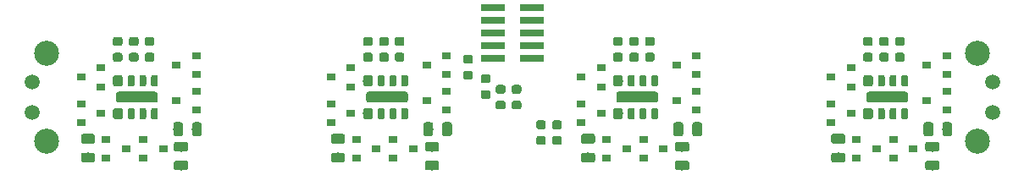
<source format=gbr>
G04 #@! TF.GenerationSoftware,KiCad,Pcbnew,(5.1.2)-2*
G04 #@! TF.CreationDate,2020-03-05T19:43:02-05:00*
G04 #@! TF.ProjectId,AddressableLED,41646472-6573-4736-9162-6c654c45442e,rev?*
G04 #@! TF.SameCoordinates,Original*
G04 #@! TF.FileFunction,Soldermask,Top*
G04 #@! TF.FilePolarity,Negative*
%FSLAX46Y46*%
G04 Gerber Fmt 4.6, Leading zero omitted, Abs format (unit mm)*
G04 Created by KiCad (PCBNEW (5.1.2)-2) date 2020-03-05 19:43:02*
%MOMM*%
%LPD*%
G04 APERTURE LIST*
%ADD10C,0.100000*%
%ADD11C,0.875000*%
%ADD12R,2.400000X0.740000*%
%ADD13C,1.500000*%
%ADD14C,2.500000*%
%ADD15C,1.100000*%
%ADD16C,0.670000*%
%ADD17C,0.980000*%
%ADD18R,0.900000X0.800000*%
%ADD19C,0.975000*%
G04 APERTURE END LIST*
D10*
G36*
X144777691Y-113901053D02*
G01*
X144798926Y-113904203D01*
X144819750Y-113909419D01*
X144839962Y-113916651D01*
X144859368Y-113925830D01*
X144877781Y-113936866D01*
X144895024Y-113949654D01*
X144910930Y-113964070D01*
X144925346Y-113979976D01*
X144938134Y-113997219D01*
X144949170Y-114015632D01*
X144958349Y-114035038D01*
X144965581Y-114055250D01*
X144970797Y-114076074D01*
X144973947Y-114097309D01*
X144975000Y-114118750D01*
X144975000Y-114556250D01*
X144973947Y-114577691D01*
X144970797Y-114598926D01*
X144965581Y-114619750D01*
X144958349Y-114639962D01*
X144949170Y-114659368D01*
X144938134Y-114677781D01*
X144925346Y-114695024D01*
X144910930Y-114710930D01*
X144895024Y-114725346D01*
X144877781Y-114738134D01*
X144859368Y-114749170D01*
X144839962Y-114758349D01*
X144819750Y-114765581D01*
X144798926Y-114770797D01*
X144777691Y-114773947D01*
X144756250Y-114775000D01*
X144243750Y-114775000D01*
X144222309Y-114773947D01*
X144201074Y-114770797D01*
X144180250Y-114765581D01*
X144160038Y-114758349D01*
X144140632Y-114749170D01*
X144122219Y-114738134D01*
X144104976Y-114725346D01*
X144089070Y-114710930D01*
X144074654Y-114695024D01*
X144061866Y-114677781D01*
X144050830Y-114659368D01*
X144041651Y-114639962D01*
X144034419Y-114619750D01*
X144029203Y-114598926D01*
X144026053Y-114577691D01*
X144025000Y-114556250D01*
X144025000Y-114118750D01*
X144026053Y-114097309D01*
X144029203Y-114076074D01*
X144034419Y-114055250D01*
X144041651Y-114035038D01*
X144050830Y-114015632D01*
X144061866Y-113997219D01*
X144074654Y-113979976D01*
X144089070Y-113964070D01*
X144104976Y-113949654D01*
X144122219Y-113936866D01*
X144140632Y-113925830D01*
X144160038Y-113916651D01*
X144180250Y-113909419D01*
X144201074Y-113904203D01*
X144222309Y-113901053D01*
X144243750Y-113900000D01*
X144756250Y-113900000D01*
X144777691Y-113901053D01*
X144777691Y-113901053D01*
G37*
D11*
X144500000Y-114337500D03*
D10*
G36*
X144777691Y-112326053D02*
G01*
X144798926Y-112329203D01*
X144819750Y-112334419D01*
X144839962Y-112341651D01*
X144859368Y-112350830D01*
X144877781Y-112361866D01*
X144895024Y-112374654D01*
X144910930Y-112389070D01*
X144925346Y-112404976D01*
X144938134Y-112422219D01*
X144949170Y-112440632D01*
X144958349Y-112460038D01*
X144965581Y-112480250D01*
X144970797Y-112501074D01*
X144973947Y-112522309D01*
X144975000Y-112543750D01*
X144975000Y-112981250D01*
X144973947Y-113002691D01*
X144970797Y-113023926D01*
X144965581Y-113044750D01*
X144958349Y-113064962D01*
X144949170Y-113084368D01*
X144938134Y-113102781D01*
X144925346Y-113120024D01*
X144910930Y-113135930D01*
X144895024Y-113150346D01*
X144877781Y-113163134D01*
X144859368Y-113174170D01*
X144839962Y-113183349D01*
X144819750Y-113190581D01*
X144798926Y-113195797D01*
X144777691Y-113198947D01*
X144756250Y-113200000D01*
X144243750Y-113200000D01*
X144222309Y-113198947D01*
X144201074Y-113195797D01*
X144180250Y-113190581D01*
X144160038Y-113183349D01*
X144140632Y-113174170D01*
X144122219Y-113163134D01*
X144104976Y-113150346D01*
X144089070Y-113135930D01*
X144074654Y-113120024D01*
X144061866Y-113102781D01*
X144050830Y-113084368D01*
X144041651Y-113064962D01*
X144034419Y-113044750D01*
X144029203Y-113023926D01*
X144026053Y-113002691D01*
X144025000Y-112981250D01*
X144025000Y-112543750D01*
X144026053Y-112522309D01*
X144029203Y-112501074D01*
X144034419Y-112480250D01*
X144041651Y-112460038D01*
X144050830Y-112440632D01*
X144061866Y-112422219D01*
X144074654Y-112404976D01*
X144089070Y-112389070D01*
X144104976Y-112374654D01*
X144122219Y-112361866D01*
X144140632Y-112350830D01*
X144160038Y-112341651D01*
X144180250Y-112334419D01*
X144201074Y-112329203D01*
X144222309Y-112326053D01*
X144243750Y-112325000D01*
X144756250Y-112325000D01*
X144777691Y-112326053D01*
X144777691Y-112326053D01*
G37*
D11*
X144500000Y-112762500D03*
D10*
G36*
X143177691Y-113901053D02*
G01*
X143198926Y-113904203D01*
X143219750Y-113909419D01*
X143239962Y-113916651D01*
X143259368Y-113925830D01*
X143277781Y-113936866D01*
X143295024Y-113949654D01*
X143310930Y-113964070D01*
X143325346Y-113979976D01*
X143338134Y-113997219D01*
X143349170Y-114015632D01*
X143358349Y-114035038D01*
X143365581Y-114055250D01*
X143370797Y-114076074D01*
X143373947Y-114097309D01*
X143375000Y-114118750D01*
X143375000Y-114556250D01*
X143373947Y-114577691D01*
X143370797Y-114598926D01*
X143365581Y-114619750D01*
X143358349Y-114639962D01*
X143349170Y-114659368D01*
X143338134Y-114677781D01*
X143325346Y-114695024D01*
X143310930Y-114710930D01*
X143295024Y-114725346D01*
X143277781Y-114738134D01*
X143259368Y-114749170D01*
X143239962Y-114758349D01*
X143219750Y-114765581D01*
X143198926Y-114770797D01*
X143177691Y-114773947D01*
X143156250Y-114775000D01*
X142643750Y-114775000D01*
X142622309Y-114773947D01*
X142601074Y-114770797D01*
X142580250Y-114765581D01*
X142560038Y-114758349D01*
X142540632Y-114749170D01*
X142522219Y-114738134D01*
X142504976Y-114725346D01*
X142489070Y-114710930D01*
X142474654Y-114695024D01*
X142461866Y-114677781D01*
X142450830Y-114659368D01*
X142441651Y-114639962D01*
X142434419Y-114619750D01*
X142429203Y-114598926D01*
X142426053Y-114577691D01*
X142425000Y-114556250D01*
X142425000Y-114118750D01*
X142426053Y-114097309D01*
X142429203Y-114076074D01*
X142434419Y-114055250D01*
X142441651Y-114035038D01*
X142450830Y-114015632D01*
X142461866Y-113997219D01*
X142474654Y-113979976D01*
X142489070Y-113964070D01*
X142504976Y-113949654D01*
X142522219Y-113936866D01*
X142540632Y-113925830D01*
X142560038Y-113916651D01*
X142580250Y-113909419D01*
X142601074Y-113904203D01*
X142622309Y-113901053D01*
X142643750Y-113900000D01*
X143156250Y-113900000D01*
X143177691Y-113901053D01*
X143177691Y-113901053D01*
G37*
D11*
X142900000Y-114337500D03*
D10*
G36*
X143177691Y-112326053D02*
G01*
X143198926Y-112329203D01*
X143219750Y-112334419D01*
X143239962Y-112341651D01*
X143259368Y-112350830D01*
X143277781Y-112361866D01*
X143295024Y-112374654D01*
X143310930Y-112389070D01*
X143325346Y-112404976D01*
X143338134Y-112422219D01*
X143349170Y-112440632D01*
X143358349Y-112460038D01*
X143365581Y-112480250D01*
X143370797Y-112501074D01*
X143373947Y-112522309D01*
X143375000Y-112543750D01*
X143375000Y-112981250D01*
X143373947Y-113002691D01*
X143370797Y-113023926D01*
X143365581Y-113044750D01*
X143358349Y-113064962D01*
X143349170Y-113084368D01*
X143338134Y-113102781D01*
X143325346Y-113120024D01*
X143310930Y-113135930D01*
X143295024Y-113150346D01*
X143277781Y-113163134D01*
X143259368Y-113174170D01*
X143239962Y-113183349D01*
X143219750Y-113190581D01*
X143198926Y-113195797D01*
X143177691Y-113198947D01*
X143156250Y-113200000D01*
X142643750Y-113200000D01*
X142622309Y-113198947D01*
X142601074Y-113195797D01*
X142580250Y-113190581D01*
X142560038Y-113183349D01*
X142540632Y-113174170D01*
X142522219Y-113163134D01*
X142504976Y-113150346D01*
X142489070Y-113135930D01*
X142474654Y-113120024D01*
X142461866Y-113102781D01*
X142450830Y-113084368D01*
X142441651Y-113064962D01*
X142434419Y-113044750D01*
X142429203Y-113023926D01*
X142426053Y-113002691D01*
X142425000Y-112981250D01*
X142425000Y-112543750D01*
X142426053Y-112522309D01*
X142429203Y-112501074D01*
X142434419Y-112480250D01*
X142441651Y-112460038D01*
X142450830Y-112440632D01*
X142461866Y-112422219D01*
X142474654Y-112404976D01*
X142489070Y-112389070D01*
X142504976Y-112374654D01*
X142522219Y-112361866D01*
X142540632Y-112350830D01*
X142560038Y-112341651D01*
X142580250Y-112334419D01*
X142601074Y-112329203D01*
X142622309Y-112326053D01*
X142643750Y-112325000D01*
X143156250Y-112325000D01*
X143177691Y-112326053D01*
X143177691Y-112326053D01*
G37*
D11*
X142900000Y-112762500D03*
D12*
X138100000Y-101060000D03*
X142000000Y-101060000D03*
X138100000Y-102330000D03*
X142000000Y-102330000D03*
X138100000Y-103600000D03*
X142000000Y-103600000D03*
X138100000Y-104870000D03*
X142000000Y-104870000D03*
X138100000Y-106140000D03*
X142000000Y-106140000D03*
D10*
G36*
X135877691Y-107351053D02*
G01*
X135898926Y-107354203D01*
X135919750Y-107359419D01*
X135939962Y-107366651D01*
X135959368Y-107375830D01*
X135977781Y-107386866D01*
X135995024Y-107399654D01*
X136010930Y-107414070D01*
X136025346Y-107429976D01*
X136038134Y-107447219D01*
X136049170Y-107465632D01*
X136058349Y-107485038D01*
X136065581Y-107505250D01*
X136070797Y-107526074D01*
X136073947Y-107547309D01*
X136075000Y-107568750D01*
X136075000Y-108006250D01*
X136073947Y-108027691D01*
X136070797Y-108048926D01*
X136065581Y-108069750D01*
X136058349Y-108089962D01*
X136049170Y-108109368D01*
X136038134Y-108127781D01*
X136025346Y-108145024D01*
X136010930Y-108160930D01*
X135995024Y-108175346D01*
X135977781Y-108188134D01*
X135959368Y-108199170D01*
X135939962Y-108208349D01*
X135919750Y-108215581D01*
X135898926Y-108220797D01*
X135877691Y-108223947D01*
X135856250Y-108225000D01*
X135343750Y-108225000D01*
X135322309Y-108223947D01*
X135301074Y-108220797D01*
X135280250Y-108215581D01*
X135260038Y-108208349D01*
X135240632Y-108199170D01*
X135222219Y-108188134D01*
X135204976Y-108175346D01*
X135189070Y-108160930D01*
X135174654Y-108145024D01*
X135161866Y-108127781D01*
X135150830Y-108109368D01*
X135141651Y-108089962D01*
X135134419Y-108069750D01*
X135129203Y-108048926D01*
X135126053Y-108027691D01*
X135125000Y-108006250D01*
X135125000Y-107568750D01*
X135126053Y-107547309D01*
X135129203Y-107526074D01*
X135134419Y-107505250D01*
X135141651Y-107485038D01*
X135150830Y-107465632D01*
X135161866Y-107447219D01*
X135174654Y-107429976D01*
X135189070Y-107414070D01*
X135204976Y-107399654D01*
X135222219Y-107386866D01*
X135240632Y-107375830D01*
X135260038Y-107366651D01*
X135280250Y-107359419D01*
X135301074Y-107354203D01*
X135322309Y-107351053D01*
X135343750Y-107350000D01*
X135856250Y-107350000D01*
X135877691Y-107351053D01*
X135877691Y-107351053D01*
G37*
D11*
X135600000Y-107787500D03*
D10*
G36*
X135877691Y-105776053D02*
G01*
X135898926Y-105779203D01*
X135919750Y-105784419D01*
X135939962Y-105791651D01*
X135959368Y-105800830D01*
X135977781Y-105811866D01*
X135995024Y-105824654D01*
X136010930Y-105839070D01*
X136025346Y-105854976D01*
X136038134Y-105872219D01*
X136049170Y-105890632D01*
X136058349Y-105910038D01*
X136065581Y-105930250D01*
X136070797Y-105951074D01*
X136073947Y-105972309D01*
X136075000Y-105993750D01*
X136075000Y-106431250D01*
X136073947Y-106452691D01*
X136070797Y-106473926D01*
X136065581Y-106494750D01*
X136058349Y-106514962D01*
X136049170Y-106534368D01*
X136038134Y-106552781D01*
X136025346Y-106570024D01*
X136010930Y-106585930D01*
X135995024Y-106600346D01*
X135977781Y-106613134D01*
X135959368Y-106624170D01*
X135939962Y-106633349D01*
X135919750Y-106640581D01*
X135898926Y-106645797D01*
X135877691Y-106648947D01*
X135856250Y-106650000D01*
X135343750Y-106650000D01*
X135322309Y-106648947D01*
X135301074Y-106645797D01*
X135280250Y-106640581D01*
X135260038Y-106633349D01*
X135240632Y-106624170D01*
X135222219Y-106613134D01*
X135204976Y-106600346D01*
X135189070Y-106585930D01*
X135174654Y-106570024D01*
X135161866Y-106552781D01*
X135150830Y-106534368D01*
X135141651Y-106514962D01*
X135134419Y-106494750D01*
X135129203Y-106473926D01*
X135126053Y-106452691D01*
X135125000Y-106431250D01*
X135125000Y-105993750D01*
X135126053Y-105972309D01*
X135129203Y-105951074D01*
X135134419Y-105930250D01*
X135141651Y-105910038D01*
X135150830Y-105890632D01*
X135161866Y-105872219D01*
X135174654Y-105854976D01*
X135189070Y-105839070D01*
X135204976Y-105824654D01*
X135222219Y-105811866D01*
X135240632Y-105800830D01*
X135260038Y-105791651D01*
X135280250Y-105784419D01*
X135301074Y-105779203D01*
X135322309Y-105776053D01*
X135343750Y-105775000D01*
X135856250Y-105775000D01*
X135877691Y-105776053D01*
X135877691Y-105776053D01*
G37*
D11*
X135600000Y-106212500D03*
D10*
G36*
X137627691Y-107726053D02*
G01*
X137648926Y-107729203D01*
X137669750Y-107734419D01*
X137689962Y-107741651D01*
X137709368Y-107750830D01*
X137727781Y-107761866D01*
X137745024Y-107774654D01*
X137760930Y-107789070D01*
X137775346Y-107804976D01*
X137788134Y-107822219D01*
X137799170Y-107840632D01*
X137808349Y-107860038D01*
X137815581Y-107880250D01*
X137820797Y-107901074D01*
X137823947Y-107922309D01*
X137825000Y-107943750D01*
X137825000Y-108381250D01*
X137823947Y-108402691D01*
X137820797Y-108423926D01*
X137815581Y-108444750D01*
X137808349Y-108464962D01*
X137799170Y-108484368D01*
X137788134Y-108502781D01*
X137775346Y-108520024D01*
X137760930Y-108535930D01*
X137745024Y-108550346D01*
X137727781Y-108563134D01*
X137709368Y-108574170D01*
X137689962Y-108583349D01*
X137669750Y-108590581D01*
X137648926Y-108595797D01*
X137627691Y-108598947D01*
X137606250Y-108600000D01*
X137093750Y-108600000D01*
X137072309Y-108598947D01*
X137051074Y-108595797D01*
X137030250Y-108590581D01*
X137010038Y-108583349D01*
X136990632Y-108574170D01*
X136972219Y-108563134D01*
X136954976Y-108550346D01*
X136939070Y-108535930D01*
X136924654Y-108520024D01*
X136911866Y-108502781D01*
X136900830Y-108484368D01*
X136891651Y-108464962D01*
X136884419Y-108444750D01*
X136879203Y-108423926D01*
X136876053Y-108402691D01*
X136875000Y-108381250D01*
X136875000Y-107943750D01*
X136876053Y-107922309D01*
X136879203Y-107901074D01*
X136884419Y-107880250D01*
X136891651Y-107860038D01*
X136900830Y-107840632D01*
X136911866Y-107822219D01*
X136924654Y-107804976D01*
X136939070Y-107789070D01*
X136954976Y-107774654D01*
X136972219Y-107761866D01*
X136990632Y-107750830D01*
X137010038Y-107741651D01*
X137030250Y-107734419D01*
X137051074Y-107729203D01*
X137072309Y-107726053D01*
X137093750Y-107725000D01*
X137606250Y-107725000D01*
X137627691Y-107726053D01*
X137627691Y-107726053D01*
G37*
D11*
X137350000Y-108162500D03*
D10*
G36*
X137627691Y-109301053D02*
G01*
X137648926Y-109304203D01*
X137669750Y-109309419D01*
X137689962Y-109316651D01*
X137709368Y-109325830D01*
X137727781Y-109336866D01*
X137745024Y-109349654D01*
X137760930Y-109364070D01*
X137775346Y-109379976D01*
X137788134Y-109397219D01*
X137799170Y-109415632D01*
X137808349Y-109435038D01*
X137815581Y-109455250D01*
X137820797Y-109476074D01*
X137823947Y-109497309D01*
X137825000Y-109518750D01*
X137825000Y-109956250D01*
X137823947Y-109977691D01*
X137820797Y-109998926D01*
X137815581Y-110019750D01*
X137808349Y-110039962D01*
X137799170Y-110059368D01*
X137788134Y-110077781D01*
X137775346Y-110095024D01*
X137760930Y-110110930D01*
X137745024Y-110125346D01*
X137727781Y-110138134D01*
X137709368Y-110149170D01*
X137689962Y-110158349D01*
X137669750Y-110165581D01*
X137648926Y-110170797D01*
X137627691Y-110173947D01*
X137606250Y-110175000D01*
X137093750Y-110175000D01*
X137072309Y-110173947D01*
X137051074Y-110170797D01*
X137030250Y-110165581D01*
X137010038Y-110158349D01*
X136990632Y-110149170D01*
X136972219Y-110138134D01*
X136954976Y-110125346D01*
X136939070Y-110110930D01*
X136924654Y-110095024D01*
X136911866Y-110077781D01*
X136900830Y-110059368D01*
X136891651Y-110039962D01*
X136884419Y-110019750D01*
X136879203Y-109998926D01*
X136876053Y-109977691D01*
X136875000Y-109956250D01*
X136875000Y-109518750D01*
X136876053Y-109497309D01*
X136879203Y-109476074D01*
X136884419Y-109455250D01*
X136891651Y-109435038D01*
X136900830Y-109415632D01*
X136911866Y-109397219D01*
X136924654Y-109379976D01*
X136939070Y-109364070D01*
X136954976Y-109349654D01*
X136972219Y-109336866D01*
X136990632Y-109325830D01*
X137010038Y-109316651D01*
X137030250Y-109309419D01*
X137051074Y-109304203D01*
X137072309Y-109301053D01*
X137093750Y-109300000D01*
X137606250Y-109300000D01*
X137627691Y-109301053D01*
X137627691Y-109301053D01*
G37*
D11*
X137350000Y-109737500D03*
D13*
X188000000Y-108500000D03*
D14*
X186500000Y-105600000D03*
D13*
X188000000Y-111500000D03*
D14*
X186500000Y-114400000D03*
D13*
X92000000Y-111500000D03*
D14*
X93500000Y-114400000D03*
D13*
X92000000Y-108500000D03*
D14*
X93500000Y-105600000D03*
D10*
G36*
X179341955Y-109451324D02*
G01*
X179368650Y-109455284D01*
X179394828Y-109461841D01*
X179420238Y-109470933D01*
X179444634Y-109482472D01*
X179467782Y-109496346D01*
X179489458Y-109512422D01*
X179509454Y-109530546D01*
X179527578Y-109550542D01*
X179543654Y-109572218D01*
X179557528Y-109595366D01*
X179569067Y-109619762D01*
X179578159Y-109645172D01*
X179584716Y-109671350D01*
X179588676Y-109698045D01*
X179590000Y-109725000D01*
X179590000Y-110275000D01*
X179588676Y-110301955D01*
X179584716Y-110328650D01*
X179578159Y-110354828D01*
X179569067Y-110380238D01*
X179557528Y-110404634D01*
X179543654Y-110427782D01*
X179527578Y-110449458D01*
X179509454Y-110469454D01*
X179489458Y-110487578D01*
X179467782Y-110503654D01*
X179444634Y-110517528D01*
X179420238Y-110529067D01*
X179394828Y-110538159D01*
X179368650Y-110544716D01*
X179341955Y-110548676D01*
X179315000Y-110550000D01*
X175685000Y-110550000D01*
X175658045Y-110548676D01*
X175631350Y-110544716D01*
X175605172Y-110538159D01*
X175579762Y-110529067D01*
X175555366Y-110517528D01*
X175532218Y-110503654D01*
X175510542Y-110487578D01*
X175490546Y-110469454D01*
X175472422Y-110449458D01*
X175456346Y-110427782D01*
X175442472Y-110404634D01*
X175430933Y-110380238D01*
X175421841Y-110354828D01*
X175415284Y-110328650D01*
X175411324Y-110301955D01*
X175410000Y-110275000D01*
X175410000Y-109725000D01*
X175411324Y-109698045D01*
X175415284Y-109671350D01*
X175421841Y-109645172D01*
X175430933Y-109619762D01*
X175442472Y-109595366D01*
X175456346Y-109572218D01*
X175472422Y-109550542D01*
X175490546Y-109530546D01*
X175510542Y-109512422D01*
X175532218Y-109496346D01*
X175555366Y-109482472D01*
X175579762Y-109470933D01*
X175605172Y-109461841D01*
X175631350Y-109455284D01*
X175658045Y-109451324D01*
X175685000Y-109450000D01*
X179315000Y-109450000D01*
X179341955Y-109451324D01*
X179341955Y-109451324D01*
G37*
D15*
X177500000Y-110000000D03*
D10*
G36*
X179438918Y-111098307D02*
G01*
X179455178Y-111100718D01*
X179471123Y-111104712D01*
X179486599Y-111110250D01*
X179501459Y-111117278D01*
X179515558Y-111125729D01*
X179528761Y-111135521D01*
X179540940Y-111146560D01*
X179551979Y-111158739D01*
X179561771Y-111171942D01*
X179570222Y-111186041D01*
X179577250Y-111200901D01*
X179582788Y-111216377D01*
X179586782Y-111232322D01*
X179589193Y-111248582D01*
X179590000Y-111265000D01*
X179590000Y-112030000D01*
X179589193Y-112046418D01*
X179586782Y-112062678D01*
X179582788Y-112078623D01*
X179577250Y-112094099D01*
X179570222Y-112108959D01*
X179561771Y-112123058D01*
X179551979Y-112136261D01*
X179540940Y-112148440D01*
X179528761Y-112159479D01*
X179515558Y-112169271D01*
X179501459Y-112177722D01*
X179486599Y-112184750D01*
X179471123Y-112190288D01*
X179455178Y-112194282D01*
X179438918Y-112196693D01*
X179422500Y-112197500D01*
X179087500Y-112197500D01*
X179071082Y-112196693D01*
X179054822Y-112194282D01*
X179038877Y-112190288D01*
X179023401Y-112184750D01*
X179008541Y-112177722D01*
X178994442Y-112169271D01*
X178981239Y-112159479D01*
X178969060Y-112148440D01*
X178958021Y-112136261D01*
X178948229Y-112123058D01*
X178939778Y-112108959D01*
X178932750Y-112094099D01*
X178927212Y-112078623D01*
X178923218Y-112062678D01*
X178920807Y-112046418D01*
X178920000Y-112030000D01*
X178920000Y-111265000D01*
X178920807Y-111248582D01*
X178923218Y-111232322D01*
X178927212Y-111216377D01*
X178932750Y-111200901D01*
X178939778Y-111186041D01*
X178948229Y-111171942D01*
X178958021Y-111158739D01*
X178969060Y-111146560D01*
X178981239Y-111135521D01*
X178994442Y-111125729D01*
X179008541Y-111117278D01*
X179023401Y-111110250D01*
X179038877Y-111104712D01*
X179054822Y-111100718D01*
X179071082Y-111098307D01*
X179087500Y-111097500D01*
X179422500Y-111097500D01*
X179438918Y-111098307D01*
X179438918Y-111098307D01*
G37*
D16*
X179255000Y-111647500D03*
D10*
G36*
X179438918Y-107803307D02*
G01*
X179455178Y-107805718D01*
X179471123Y-107809712D01*
X179486599Y-107815250D01*
X179501459Y-107822278D01*
X179515558Y-107830729D01*
X179528761Y-107840521D01*
X179540940Y-107851560D01*
X179551979Y-107863739D01*
X179561771Y-107876942D01*
X179570222Y-107891041D01*
X179577250Y-107905901D01*
X179582788Y-107921377D01*
X179586782Y-107937322D01*
X179589193Y-107953582D01*
X179590000Y-107970000D01*
X179590000Y-108735000D01*
X179589193Y-108751418D01*
X179586782Y-108767678D01*
X179582788Y-108783623D01*
X179577250Y-108799099D01*
X179570222Y-108813959D01*
X179561771Y-108828058D01*
X179551979Y-108841261D01*
X179540940Y-108853440D01*
X179528761Y-108864479D01*
X179515558Y-108874271D01*
X179501459Y-108882722D01*
X179486599Y-108889750D01*
X179471123Y-108895288D01*
X179455178Y-108899282D01*
X179438918Y-108901693D01*
X179422500Y-108902500D01*
X179087500Y-108902500D01*
X179071082Y-108901693D01*
X179054822Y-108899282D01*
X179038877Y-108895288D01*
X179023401Y-108889750D01*
X179008541Y-108882722D01*
X178994442Y-108874271D01*
X178981239Y-108864479D01*
X178969060Y-108853440D01*
X178958021Y-108841261D01*
X178948229Y-108828058D01*
X178939778Y-108813959D01*
X178932750Y-108799099D01*
X178927212Y-108783623D01*
X178923218Y-108767678D01*
X178920807Y-108751418D01*
X178920000Y-108735000D01*
X178920000Y-107970000D01*
X178920807Y-107953582D01*
X178923218Y-107937322D01*
X178927212Y-107921377D01*
X178932750Y-107905901D01*
X178939778Y-107891041D01*
X178948229Y-107876942D01*
X178958021Y-107863739D01*
X178969060Y-107851560D01*
X178981239Y-107840521D01*
X178994442Y-107830729D01*
X179008541Y-107822278D01*
X179023401Y-107815250D01*
X179038877Y-107809712D01*
X179054822Y-107805718D01*
X179071082Y-107803307D01*
X179087500Y-107802500D01*
X179422500Y-107802500D01*
X179438918Y-107803307D01*
X179438918Y-107803307D01*
G37*
D16*
X179255000Y-108352500D03*
D10*
G36*
X178268918Y-111098307D02*
G01*
X178285178Y-111100718D01*
X178301123Y-111104712D01*
X178316599Y-111110250D01*
X178331459Y-111117278D01*
X178345558Y-111125729D01*
X178358761Y-111135521D01*
X178370940Y-111146560D01*
X178381979Y-111158739D01*
X178391771Y-111171942D01*
X178400222Y-111186041D01*
X178407250Y-111200901D01*
X178412788Y-111216377D01*
X178416782Y-111232322D01*
X178419193Y-111248582D01*
X178420000Y-111265000D01*
X178420000Y-112030000D01*
X178419193Y-112046418D01*
X178416782Y-112062678D01*
X178412788Y-112078623D01*
X178407250Y-112094099D01*
X178400222Y-112108959D01*
X178391771Y-112123058D01*
X178381979Y-112136261D01*
X178370940Y-112148440D01*
X178358761Y-112159479D01*
X178345558Y-112169271D01*
X178331459Y-112177722D01*
X178316599Y-112184750D01*
X178301123Y-112190288D01*
X178285178Y-112194282D01*
X178268918Y-112196693D01*
X178252500Y-112197500D01*
X177917500Y-112197500D01*
X177901082Y-112196693D01*
X177884822Y-112194282D01*
X177868877Y-112190288D01*
X177853401Y-112184750D01*
X177838541Y-112177722D01*
X177824442Y-112169271D01*
X177811239Y-112159479D01*
X177799060Y-112148440D01*
X177788021Y-112136261D01*
X177778229Y-112123058D01*
X177769778Y-112108959D01*
X177762750Y-112094099D01*
X177757212Y-112078623D01*
X177753218Y-112062678D01*
X177750807Y-112046418D01*
X177750000Y-112030000D01*
X177750000Y-111265000D01*
X177750807Y-111248582D01*
X177753218Y-111232322D01*
X177757212Y-111216377D01*
X177762750Y-111200901D01*
X177769778Y-111186041D01*
X177778229Y-111171942D01*
X177788021Y-111158739D01*
X177799060Y-111146560D01*
X177811239Y-111135521D01*
X177824442Y-111125729D01*
X177838541Y-111117278D01*
X177853401Y-111110250D01*
X177868877Y-111104712D01*
X177884822Y-111100718D01*
X177901082Y-111098307D01*
X177917500Y-111097500D01*
X178252500Y-111097500D01*
X178268918Y-111098307D01*
X178268918Y-111098307D01*
G37*
D16*
X178085000Y-111647500D03*
D10*
G36*
X178268918Y-107803307D02*
G01*
X178285178Y-107805718D01*
X178301123Y-107809712D01*
X178316599Y-107815250D01*
X178331459Y-107822278D01*
X178345558Y-107830729D01*
X178358761Y-107840521D01*
X178370940Y-107851560D01*
X178381979Y-107863739D01*
X178391771Y-107876942D01*
X178400222Y-107891041D01*
X178407250Y-107905901D01*
X178412788Y-107921377D01*
X178416782Y-107937322D01*
X178419193Y-107953582D01*
X178420000Y-107970000D01*
X178420000Y-108735000D01*
X178419193Y-108751418D01*
X178416782Y-108767678D01*
X178412788Y-108783623D01*
X178407250Y-108799099D01*
X178400222Y-108813959D01*
X178391771Y-108828058D01*
X178381979Y-108841261D01*
X178370940Y-108853440D01*
X178358761Y-108864479D01*
X178345558Y-108874271D01*
X178331459Y-108882722D01*
X178316599Y-108889750D01*
X178301123Y-108895288D01*
X178285178Y-108899282D01*
X178268918Y-108901693D01*
X178252500Y-108902500D01*
X177917500Y-108902500D01*
X177901082Y-108901693D01*
X177884822Y-108899282D01*
X177868877Y-108895288D01*
X177853401Y-108889750D01*
X177838541Y-108882722D01*
X177824442Y-108874271D01*
X177811239Y-108864479D01*
X177799060Y-108853440D01*
X177788021Y-108841261D01*
X177778229Y-108828058D01*
X177769778Y-108813959D01*
X177762750Y-108799099D01*
X177757212Y-108783623D01*
X177753218Y-108767678D01*
X177750807Y-108751418D01*
X177750000Y-108735000D01*
X177750000Y-107970000D01*
X177750807Y-107953582D01*
X177753218Y-107937322D01*
X177757212Y-107921377D01*
X177762750Y-107905901D01*
X177769778Y-107891041D01*
X177778229Y-107876942D01*
X177788021Y-107863739D01*
X177799060Y-107851560D01*
X177811239Y-107840521D01*
X177824442Y-107830729D01*
X177838541Y-107822278D01*
X177853401Y-107815250D01*
X177868877Y-107809712D01*
X177884822Y-107805718D01*
X177901082Y-107803307D01*
X177917500Y-107802500D01*
X178252500Y-107802500D01*
X178268918Y-107803307D01*
X178268918Y-107803307D01*
G37*
D16*
X178085000Y-108352500D03*
D10*
G36*
X177098918Y-111098307D02*
G01*
X177115178Y-111100718D01*
X177131123Y-111104712D01*
X177146599Y-111110250D01*
X177161459Y-111117278D01*
X177175558Y-111125729D01*
X177188761Y-111135521D01*
X177200940Y-111146560D01*
X177211979Y-111158739D01*
X177221771Y-111171942D01*
X177230222Y-111186041D01*
X177237250Y-111200901D01*
X177242788Y-111216377D01*
X177246782Y-111232322D01*
X177249193Y-111248582D01*
X177250000Y-111265000D01*
X177250000Y-112030000D01*
X177249193Y-112046418D01*
X177246782Y-112062678D01*
X177242788Y-112078623D01*
X177237250Y-112094099D01*
X177230222Y-112108959D01*
X177221771Y-112123058D01*
X177211979Y-112136261D01*
X177200940Y-112148440D01*
X177188761Y-112159479D01*
X177175558Y-112169271D01*
X177161459Y-112177722D01*
X177146599Y-112184750D01*
X177131123Y-112190288D01*
X177115178Y-112194282D01*
X177098918Y-112196693D01*
X177082500Y-112197500D01*
X176747500Y-112197500D01*
X176731082Y-112196693D01*
X176714822Y-112194282D01*
X176698877Y-112190288D01*
X176683401Y-112184750D01*
X176668541Y-112177722D01*
X176654442Y-112169271D01*
X176641239Y-112159479D01*
X176629060Y-112148440D01*
X176618021Y-112136261D01*
X176608229Y-112123058D01*
X176599778Y-112108959D01*
X176592750Y-112094099D01*
X176587212Y-112078623D01*
X176583218Y-112062678D01*
X176580807Y-112046418D01*
X176580000Y-112030000D01*
X176580000Y-111265000D01*
X176580807Y-111248582D01*
X176583218Y-111232322D01*
X176587212Y-111216377D01*
X176592750Y-111200901D01*
X176599778Y-111186041D01*
X176608229Y-111171942D01*
X176618021Y-111158739D01*
X176629060Y-111146560D01*
X176641239Y-111135521D01*
X176654442Y-111125729D01*
X176668541Y-111117278D01*
X176683401Y-111110250D01*
X176698877Y-111104712D01*
X176714822Y-111100718D01*
X176731082Y-111098307D01*
X176747500Y-111097500D01*
X177082500Y-111097500D01*
X177098918Y-111098307D01*
X177098918Y-111098307D01*
G37*
D16*
X176915000Y-111647500D03*
D10*
G36*
X177098918Y-107803307D02*
G01*
X177115178Y-107805718D01*
X177131123Y-107809712D01*
X177146599Y-107815250D01*
X177161459Y-107822278D01*
X177175558Y-107830729D01*
X177188761Y-107840521D01*
X177200940Y-107851560D01*
X177211979Y-107863739D01*
X177221771Y-107876942D01*
X177230222Y-107891041D01*
X177237250Y-107905901D01*
X177242788Y-107921377D01*
X177246782Y-107937322D01*
X177249193Y-107953582D01*
X177250000Y-107970000D01*
X177250000Y-108735000D01*
X177249193Y-108751418D01*
X177246782Y-108767678D01*
X177242788Y-108783623D01*
X177237250Y-108799099D01*
X177230222Y-108813959D01*
X177221771Y-108828058D01*
X177211979Y-108841261D01*
X177200940Y-108853440D01*
X177188761Y-108864479D01*
X177175558Y-108874271D01*
X177161459Y-108882722D01*
X177146599Y-108889750D01*
X177131123Y-108895288D01*
X177115178Y-108899282D01*
X177098918Y-108901693D01*
X177082500Y-108902500D01*
X176747500Y-108902500D01*
X176731082Y-108901693D01*
X176714822Y-108899282D01*
X176698877Y-108895288D01*
X176683401Y-108889750D01*
X176668541Y-108882722D01*
X176654442Y-108874271D01*
X176641239Y-108864479D01*
X176629060Y-108853440D01*
X176618021Y-108841261D01*
X176608229Y-108828058D01*
X176599778Y-108813959D01*
X176592750Y-108799099D01*
X176587212Y-108783623D01*
X176583218Y-108767678D01*
X176580807Y-108751418D01*
X176580000Y-108735000D01*
X176580000Y-107970000D01*
X176580807Y-107953582D01*
X176583218Y-107937322D01*
X176587212Y-107921377D01*
X176592750Y-107905901D01*
X176599778Y-107891041D01*
X176608229Y-107876942D01*
X176618021Y-107863739D01*
X176629060Y-107851560D01*
X176641239Y-107840521D01*
X176654442Y-107830729D01*
X176668541Y-107822278D01*
X176683401Y-107815250D01*
X176698877Y-107809712D01*
X176714822Y-107805718D01*
X176731082Y-107803307D01*
X176747500Y-107802500D01*
X177082500Y-107802500D01*
X177098918Y-107803307D01*
X177098918Y-107803307D01*
G37*
D16*
X176915000Y-108352500D03*
D10*
G36*
X175859014Y-111098680D02*
G01*
X175882797Y-111102208D01*
X175906120Y-111108050D01*
X175928757Y-111116150D01*
X175950492Y-111126429D01*
X175971115Y-111138790D01*
X175990426Y-111153112D01*
X176008241Y-111169259D01*
X176024388Y-111187074D01*
X176038710Y-111206385D01*
X176051071Y-111227008D01*
X176061350Y-111248743D01*
X176069450Y-111271380D01*
X176075292Y-111294703D01*
X176078820Y-111318486D01*
X176080000Y-111342500D01*
X176080000Y-111952500D01*
X176078820Y-111976514D01*
X176075292Y-112000297D01*
X176069450Y-112023620D01*
X176061350Y-112046257D01*
X176051071Y-112067992D01*
X176038710Y-112088615D01*
X176024388Y-112107926D01*
X176008241Y-112125741D01*
X175990426Y-112141888D01*
X175971115Y-112156210D01*
X175950492Y-112168571D01*
X175928757Y-112178850D01*
X175906120Y-112186950D01*
X175882797Y-112192792D01*
X175859014Y-112196320D01*
X175835000Y-112197500D01*
X175345000Y-112197500D01*
X175320986Y-112196320D01*
X175297203Y-112192792D01*
X175273880Y-112186950D01*
X175251243Y-112178850D01*
X175229508Y-112168571D01*
X175208885Y-112156210D01*
X175189574Y-112141888D01*
X175171759Y-112125741D01*
X175155612Y-112107926D01*
X175141290Y-112088615D01*
X175128929Y-112067992D01*
X175118650Y-112046257D01*
X175110550Y-112023620D01*
X175104708Y-112000297D01*
X175101180Y-111976514D01*
X175100000Y-111952500D01*
X175100000Y-111342500D01*
X175101180Y-111318486D01*
X175104708Y-111294703D01*
X175110550Y-111271380D01*
X175118650Y-111248743D01*
X175128929Y-111227008D01*
X175141290Y-111206385D01*
X175155612Y-111187074D01*
X175171759Y-111169259D01*
X175189574Y-111153112D01*
X175208885Y-111138790D01*
X175229508Y-111126429D01*
X175251243Y-111116150D01*
X175273880Y-111108050D01*
X175297203Y-111102208D01*
X175320986Y-111098680D01*
X175345000Y-111097500D01*
X175835000Y-111097500D01*
X175859014Y-111098680D01*
X175859014Y-111098680D01*
G37*
D17*
X175590000Y-111647500D03*
D10*
G36*
X175859014Y-107803680D02*
G01*
X175882797Y-107807208D01*
X175906120Y-107813050D01*
X175928757Y-107821150D01*
X175950492Y-107831429D01*
X175971115Y-107843790D01*
X175990426Y-107858112D01*
X176008241Y-107874259D01*
X176024388Y-107892074D01*
X176038710Y-107911385D01*
X176051071Y-107932008D01*
X176061350Y-107953743D01*
X176069450Y-107976380D01*
X176075292Y-107999703D01*
X176078820Y-108023486D01*
X176080000Y-108047500D01*
X176080000Y-108657500D01*
X176078820Y-108681514D01*
X176075292Y-108705297D01*
X176069450Y-108728620D01*
X176061350Y-108751257D01*
X176051071Y-108772992D01*
X176038710Y-108793615D01*
X176024388Y-108812926D01*
X176008241Y-108830741D01*
X175990426Y-108846888D01*
X175971115Y-108861210D01*
X175950492Y-108873571D01*
X175928757Y-108883850D01*
X175906120Y-108891950D01*
X175882797Y-108897792D01*
X175859014Y-108901320D01*
X175835000Y-108902500D01*
X175345000Y-108902500D01*
X175320986Y-108901320D01*
X175297203Y-108897792D01*
X175273880Y-108891950D01*
X175251243Y-108883850D01*
X175229508Y-108873571D01*
X175208885Y-108861210D01*
X175189574Y-108846888D01*
X175171759Y-108830741D01*
X175155612Y-108812926D01*
X175141290Y-108793615D01*
X175128929Y-108772992D01*
X175118650Y-108751257D01*
X175110550Y-108728620D01*
X175104708Y-108705297D01*
X175101180Y-108681514D01*
X175100000Y-108657500D01*
X175100000Y-108047500D01*
X175101180Y-108023486D01*
X175104708Y-107999703D01*
X175110550Y-107976380D01*
X175118650Y-107953743D01*
X175128929Y-107932008D01*
X175141290Y-107911385D01*
X175155612Y-107892074D01*
X175171759Y-107874259D01*
X175189574Y-107858112D01*
X175208885Y-107843790D01*
X175229508Y-107831429D01*
X175251243Y-107821150D01*
X175273880Y-107813050D01*
X175297203Y-107807208D01*
X175320986Y-107803680D01*
X175345000Y-107802500D01*
X175835000Y-107802500D01*
X175859014Y-107803680D01*
X175859014Y-107803680D01*
G37*
D17*
X175590000Y-108352500D03*
D10*
G36*
X154341955Y-109451324D02*
G01*
X154368650Y-109455284D01*
X154394828Y-109461841D01*
X154420238Y-109470933D01*
X154444634Y-109482472D01*
X154467782Y-109496346D01*
X154489458Y-109512422D01*
X154509454Y-109530546D01*
X154527578Y-109550542D01*
X154543654Y-109572218D01*
X154557528Y-109595366D01*
X154569067Y-109619762D01*
X154578159Y-109645172D01*
X154584716Y-109671350D01*
X154588676Y-109698045D01*
X154590000Y-109725000D01*
X154590000Y-110275000D01*
X154588676Y-110301955D01*
X154584716Y-110328650D01*
X154578159Y-110354828D01*
X154569067Y-110380238D01*
X154557528Y-110404634D01*
X154543654Y-110427782D01*
X154527578Y-110449458D01*
X154509454Y-110469454D01*
X154489458Y-110487578D01*
X154467782Y-110503654D01*
X154444634Y-110517528D01*
X154420238Y-110529067D01*
X154394828Y-110538159D01*
X154368650Y-110544716D01*
X154341955Y-110548676D01*
X154315000Y-110550000D01*
X150685000Y-110550000D01*
X150658045Y-110548676D01*
X150631350Y-110544716D01*
X150605172Y-110538159D01*
X150579762Y-110529067D01*
X150555366Y-110517528D01*
X150532218Y-110503654D01*
X150510542Y-110487578D01*
X150490546Y-110469454D01*
X150472422Y-110449458D01*
X150456346Y-110427782D01*
X150442472Y-110404634D01*
X150430933Y-110380238D01*
X150421841Y-110354828D01*
X150415284Y-110328650D01*
X150411324Y-110301955D01*
X150410000Y-110275000D01*
X150410000Y-109725000D01*
X150411324Y-109698045D01*
X150415284Y-109671350D01*
X150421841Y-109645172D01*
X150430933Y-109619762D01*
X150442472Y-109595366D01*
X150456346Y-109572218D01*
X150472422Y-109550542D01*
X150490546Y-109530546D01*
X150510542Y-109512422D01*
X150532218Y-109496346D01*
X150555366Y-109482472D01*
X150579762Y-109470933D01*
X150605172Y-109461841D01*
X150631350Y-109455284D01*
X150658045Y-109451324D01*
X150685000Y-109450000D01*
X154315000Y-109450000D01*
X154341955Y-109451324D01*
X154341955Y-109451324D01*
G37*
D15*
X152500000Y-110000000D03*
D10*
G36*
X154438918Y-111098307D02*
G01*
X154455178Y-111100718D01*
X154471123Y-111104712D01*
X154486599Y-111110250D01*
X154501459Y-111117278D01*
X154515558Y-111125729D01*
X154528761Y-111135521D01*
X154540940Y-111146560D01*
X154551979Y-111158739D01*
X154561771Y-111171942D01*
X154570222Y-111186041D01*
X154577250Y-111200901D01*
X154582788Y-111216377D01*
X154586782Y-111232322D01*
X154589193Y-111248582D01*
X154590000Y-111265000D01*
X154590000Y-112030000D01*
X154589193Y-112046418D01*
X154586782Y-112062678D01*
X154582788Y-112078623D01*
X154577250Y-112094099D01*
X154570222Y-112108959D01*
X154561771Y-112123058D01*
X154551979Y-112136261D01*
X154540940Y-112148440D01*
X154528761Y-112159479D01*
X154515558Y-112169271D01*
X154501459Y-112177722D01*
X154486599Y-112184750D01*
X154471123Y-112190288D01*
X154455178Y-112194282D01*
X154438918Y-112196693D01*
X154422500Y-112197500D01*
X154087500Y-112197500D01*
X154071082Y-112196693D01*
X154054822Y-112194282D01*
X154038877Y-112190288D01*
X154023401Y-112184750D01*
X154008541Y-112177722D01*
X153994442Y-112169271D01*
X153981239Y-112159479D01*
X153969060Y-112148440D01*
X153958021Y-112136261D01*
X153948229Y-112123058D01*
X153939778Y-112108959D01*
X153932750Y-112094099D01*
X153927212Y-112078623D01*
X153923218Y-112062678D01*
X153920807Y-112046418D01*
X153920000Y-112030000D01*
X153920000Y-111265000D01*
X153920807Y-111248582D01*
X153923218Y-111232322D01*
X153927212Y-111216377D01*
X153932750Y-111200901D01*
X153939778Y-111186041D01*
X153948229Y-111171942D01*
X153958021Y-111158739D01*
X153969060Y-111146560D01*
X153981239Y-111135521D01*
X153994442Y-111125729D01*
X154008541Y-111117278D01*
X154023401Y-111110250D01*
X154038877Y-111104712D01*
X154054822Y-111100718D01*
X154071082Y-111098307D01*
X154087500Y-111097500D01*
X154422500Y-111097500D01*
X154438918Y-111098307D01*
X154438918Y-111098307D01*
G37*
D16*
X154255000Y-111647500D03*
D10*
G36*
X154438918Y-107803307D02*
G01*
X154455178Y-107805718D01*
X154471123Y-107809712D01*
X154486599Y-107815250D01*
X154501459Y-107822278D01*
X154515558Y-107830729D01*
X154528761Y-107840521D01*
X154540940Y-107851560D01*
X154551979Y-107863739D01*
X154561771Y-107876942D01*
X154570222Y-107891041D01*
X154577250Y-107905901D01*
X154582788Y-107921377D01*
X154586782Y-107937322D01*
X154589193Y-107953582D01*
X154590000Y-107970000D01*
X154590000Y-108735000D01*
X154589193Y-108751418D01*
X154586782Y-108767678D01*
X154582788Y-108783623D01*
X154577250Y-108799099D01*
X154570222Y-108813959D01*
X154561771Y-108828058D01*
X154551979Y-108841261D01*
X154540940Y-108853440D01*
X154528761Y-108864479D01*
X154515558Y-108874271D01*
X154501459Y-108882722D01*
X154486599Y-108889750D01*
X154471123Y-108895288D01*
X154455178Y-108899282D01*
X154438918Y-108901693D01*
X154422500Y-108902500D01*
X154087500Y-108902500D01*
X154071082Y-108901693D01*
X154054822Y-108899282D01*
X154038877Y-108895288D01*
X154023401Y-108889750D01*
X154008541Y-108882722D01*
X153994442Y-108874271D01*
X153981239Y-108864479D01*
X153969060Y-108853440D01*
X153958021Y-108841261D01*
X153948229Y-108828058D01*
X153939778Y-108813959D01*
X153932750Y-108799099D01*
X153927212Y-108783623D01*
X153923218Y-108767678D01*
X153920807Y-108751418D01*
X153920000Y-108735000D01*
X153920000Y-107970000D01*
X153920807Y-107953582D01*
X153923218Y-107937322D01*
X153927212Y-107921377D01*
X153932750Y-107905901D01*
X153939778Y-107891041D01*
X153948229Y-107876942D01*
X153958021Y-107863739D01*
X153969060Y-107851560D01*
X153981239Y-107840521D01*
X153994442Y-107830729D01*
X154008541Y-107822278D01*
X154023401Y-107815250D01*
X154038877Y-107809712D01*
X154054822Y-107805718D01*
X154071082Y-107803307D01*
X154087500Y-107802500D01*
X154422500Y-107802500D01*
X154438918Y-107803307D01*
X154438918Y-107803307D01*
G37*
D16*
X154255000Y-108352500D03*
D10*
G36*
X153268918Y-111098307D02*
G01*
X153285178Y-111100718D01*
X153301123Y-111104712D01*
X153316599Y-111110250D01*
X153331459Y-111117278D01*
X153345558Y-111125729D01*
X153358761Y-111135521D01*
X153370940Y-111146560D01*
X153381979Y-111158739D01*
X153391771Y-111171942D01*
X153400222Y-111186041D01*
X153407250Y-111200901D01*
X153412788Y-111216377D01*
X153416782Y-111232322D01*
X153419193Y-111248582D01*
X153420000Y-111265000D01*
X153420000Y-112030000D01*
X153419193Y-112046418D01*
X153416782Y-112062678D01*
X153412788Y-112078623D01*
X153407250Y-112094099D01*
X153400222Y-112108959D01*
X153391771Y-112123058D01*
X153381979Y-112136261D01*
X153370940Y-112148440D01*
X153358761Y-112159479D01*
X153345558Y-112169271D01*
X153331459Y-112177722D01*
X153316599Y-112184750D01*
X153301123Y-112190288D01*
X153285178Y-112194282D01*
X153268918Y-112196693D01*
X153252500Y-112197500D01*
X152917500Y-112197500D01*
X152901082Y-112196693D01*
X152884822Y-112194282D01*
X152868877Y-112190288D01*
X152853401Y-112184750D01*
X152838541Y-112177722D01*
X152824442Y-112169271D01*
X152811239Y-112159479D01*
X152799060Y-112148440D01*
X152788021Y-112136261D01*
X152778229Y-112123058D01*
X152769778Y-112108959D01*
X152762750Y-112094099D01*
X152757212Y-112078623D01*
X152753218Y-112062678D01*
X152750807Y-112046418D01*
X152750000Y-112030000D01*
X152750000Y-111265000D01*
X152750807Y-111248582D01*
X152753218Y-111232322D01*
X152757212Y-111216377D01*
X152762750Y-111200901D01*
X152769778Y-111186041D01*
X152778229Y-111171942D01*
X152788021Y-111158739D01*
X152799060Y-111146560D01*
X152811239Y-111135521D01*
X152824442Y-111125729D01*
X152838541Y-111117278D01*
X152853401Y-111110250D01*
X152868877Y-111104712D01*
X152884822Y-111100718D01*
X152901082Y-111098307D01*
X152917500Y-111097500D01*
X153252500Y-111097500D01*
X153268918Y-111098307D01*
X153268918Y-111098307D01*
G37*
D16*
X153085000Y-111647500D03*
D10*
G36*
X153268918Y-107803307D02*
G01*
X153285178Y-107805718D01*
X153301123Y-107809712D01*
X153316599Y-107815250D01*
X153331459Y-107822278D01*
X153345558Y-107830729D01*
X153358761Y-107840521D01*
X153370940Y-107851560D01*
X153381979Y-107863739D01*
X153391771Y-107876942D01*
X153400222Y-107891041D01*
X153407250Y-107905901D01*
X153412788Y-107921377D01*
X153416782Y-107937322D01*
X153419193Y-107953582D01*
X153420000Y-107970000D01*
X153420000Y-108735000D01*
X153419193Y-108751418D01*
X153416782Y-108767678D01*
X153412788Y-108783623D01*
X153407250Y-108799099D01*
X153400222Y-108813959D01*
X153391771Y-108828058D01*
X153381979Y-108841261D01*
X153370940Y-108853440D01*
X153358761Y-108864479D01*
X153345558Y-108874271D01*
X153331459Y-108882722D01*
X153316599Y-108889750D01*
X153301123Y-108895288D01*
X153285178Y-108899282D01*
X153268918Y-108901693D01*
X153252500Y-108902500D01*
X152917500Y-108902500D01*
X152901082Y-108901693D01*
X152884822Y-108899282D01*
X152868877Y-108895288D01*
X152853401Y-108889750D01*
X152838541Y-108882722D01*
X152824442Y-108874271D01*
X152811239Y-108864479D01*
X152799060Y-108853440D01*
X152788021Y-108841261D01*
X152778229Y-108828058D01*
X152769778Y-108813959D01*
X152762750Y-108799099D01*
X152757212Y-108783623D01*
X152753218Y-108767678D01*
X152750807Y-108751418D01*
X152750000Y-108735000D01*
X152750000Y-107970000D01*
X152750807Y-107953582D01*
X152753218Y-107937322D01*
X152757212Y-107921377D01*
X152762750Y-107905901D01*
X152769778Y-107891041D01*
X152778229Y-107876942D01*
X152788021Y-107863739D01*
X152799060Y-107851560D01*
X152811239Y-107840521D01*
X152824442Y-107830729D01*
X152838541Y-107822278D01*
X152853401Y-107815250D01*
X152868877Y-107809712D01*
X152884822Y-107805718D01*
X152901082Y-107803307D01*
X152917500Y-107802500D01*
X153252500Y-107802500D01*
X153268918Y-107803307D01*
X153268918Y-107803307D01*
G37*
D16*
X153085000Y-108352500D03*
D10*
G36*
X152098918Y-111098307D02*
G01*
X152115178Y-111100718D01*
X152131123Y-111104712D01*
X152146599Y-111110250D01*
X152161459Y-111117278D01*
X152175558Y-111125729D01*
X152188761Y-111135521D01*
X152200940Y-111146560D01*
X152211979Y-111158739D01*
X152221771Y-111171942D01*
X152230222Y-111186041D01*
X152237250Y-111200901D01*
X152242788Y-111216377D01*
X152246782Y-111232322D01*
X152249193Y-111248582D01*
X152250000Y-111265000D01*
X152250000Y-112030000D01*
X152249193Y-112046418D01*
X152246782Y-112062678D01*
X152242788Y-112078623D01*
X152237250Y-112094099D01*
X152230222Y-112108959D01*
X152221771Y-112123058D01*
X152211979Y-112136261D01*
X152200940Y-112148440D01*
X152188761Y-112159479D01*
X152175558Y-112169271D01*
X152161459Y-112177722D01*
X152146599Y-112184750D01*
X152131123Y-112190288D01*
X152115178Y-112194282D01*
X152098918Y-112196693D01*
X152082500Y-112197500D01*
X151747500Y-112197500D01*
X151731082Y-112196693D01*
X151714822Y-112194282D01*
X151698877Y-112190288D01*
X151683401Y-112184750D01*
X151668541Y-112177722D01*
X151654442Y-112169271D01*
X151641239Y-112159479D01*
X151629060Y-112148440D01*
X151618021Y-112136261D01*
X151608229Y-112123058D01*
X151599778Y-112108959D01*
X151592750Y-112094099D01*
X151587212Y-112078623D01*
X151583218Y-112062678D01*
X151580807Y-112046418D01*
X151580000Y-112030000D01*
X151580000Y-111265000D01*
X151580807Y-111248582D01*
X151583218Y-111232322D01*
X151587212Y-111216377D01*
X151592750Y-111200901D01*
X151599778Y-111186041D01*
X151608229Y-111171942D01*
X151618021Y-111158739D01*
X151629060Y-111146560D01*
X151641239Y-111135521D01*
X151654442Y-111125729D01*
X151668541Y-111117278D01*
X151683401Y-111110250D01*
X151698877Y-111104712D01*
X151714822Y-111100718D01*
X151731082Y-111098307D01*
X151747500Y-111097500D01*
X152082500Y-111097500D01*
X152098918Y-111098307D01*
X152098918Y-111098307D01*
G37*
D16*
X151915000Y-111647500D03*
D10*
G36*
X152098918Y-107803307D02*
G01*
X152115178Y-107805718D01*
X152131123Y-107809712D01*
X152146599Y-107815250D01*
X152161459Y-107822278D01*
X152175558Y-107830729D01*
X152188761Y-107840521D01*
X152200940Y-107851560D01*
X152211979Y-107863739D01*
X152221771Y-107876942D01*
X152230222Y-107891041D01*
X152237250Y-107905901D01*
X152242788Y-107921377D01*
X152246782Y-107937322D01*
X152249193Y-107953582D01*
X152250000Y-107970000D01*
X152250000Y-108735000D01*
X152249193Y-108751418D01*
X152246782Y-108767678D01*
X152242788Y-108783623D01*
X152237250Y-108799099D01*
X152230222Y-108813959D01*
X152221771Y-108828058D01*
X152211979Y-108841261D01*
X152200940Y-108853440D01*
X152188761Y-108864479D01*
X152175558Y-108874271D01*
X152161459Y-108882722D01*
X152146599Y-108889750D01*
X152131123Y-108895288D01*
X152115178Y-108899282D01*
X152098918Y-108901693D01*
X152082500Y-108902500D01*
X151747500Y-108902500D01*
X151731082Y-108901693D01*
X151714822Y-108899282D01*
X151698877Y-108895288D01*
X151683401Y-108889750D01*
X151668541Y-108882722D01*
X151654442Y-108874271D01*
X151641239Y-108864479D01*
X151629060Y-108853440D01*
X151618021Y-108841261D01*
X151608229Y-108828058D01*
X151599778Y-108813959D01*
X151592750Y-108799099D01*
X151587212Y-108783623D01*
X151583218Y-108767678D01*
X151580807Y-108751418D01*
X151580000Y-108735000D01*
X151580000Y-107970000D01*
X151580807Y-107953582D01*
X151583218Y-107937322D01*
X151587212Y-107921377D01*
X151592750Y-107905901D01*
X151599778Y-107891041D01*
X151608229Y-107876942D01*
X151618021Y-107863739D01*
X151629060Y-107851560D01*
X151641239Y-107840521D01*
X151654442Y-107830729D01*
X151668541Y-107822278D01*
X151683401Y-107815250D01*
X151698877Y-107809712D01*
X151714822Y-107805718D01*
X151731082Y-107803307D01*
X151747500Y-107802500D01*
X152082500Y-107802500D01*
X152098918Y-107803307D01*
X152098918Y-107803307D01*
G37*
D16*
X151915000Y-108352500D03*
D10*
G36*
X150859014Y-111098680D02*
G01*
X150882797Y-111102208D01*
X150906120Y-111108050D01*
X150928757Y-111116150D01*
X150950492Y-111126429D01*
X150971115Y-111138790D01*
X150990426Y-111153112D01*
X151008241Y-111169259D01*
X151024388Y-111187074D01*
X151038710Y-111206385D01*
X151051071Y-111227008D01*
X151061350Y-111248743D01*
X151069450Y-111271380D01*
X151075292Y-111294703D01*
X151078820Y-111318486D01*
X151080000Y-111342500D01*
X151080000Y-111952500D01*
X151078820Y-111976514D01*
X151075292Y-112000297D01*
X151069450Y-112023620D01*
X151061350Y-112046257D01*
X151051071Y-112067992D01*
X151038710Y-112088615D01*
X151024388Y-112107926D01*
X151008241Y-112125741D01*
X150990426Y-112141888D01*
X150971115Y-112156210D01*
X150950492Y-112168571D01*
X150928757Y-112178850D01*
X150906120Y-112186950D01*
X150882797Y-112192792D01*
X150859014Y-112196320D01*
X150835000Y-112197500D01*
X150345000Y-112197500D01*
X150320986Y-112196320D01*
X150297203Y-112192792D01*
X150273880Y-112186950D01*
X150251243Y-112178850D01*
X150229508Y-112168571D01*
X150208885Y-112156210D01*
X150189574Y-112141888D01*
X150171759Y-112125741D01*
X150155612Y-112107926D01*
X150141290Y-112088615D01*
X150128929Y-112067992D01*
X150118650Y-112046257D01*
X150110550Y-112023620D01*
X150104708Y-112000297D01*
X150101180Y-111976514D01*
X150100000Y-111952500D01*
X150100000Y-111342500D01*
X150101180Y-111318486D01*
X150104708Y-111294703D01*
X150110550Y-111271380D01*
X150118650Y-111248743D01*
X150128929Y-111227008D01*
X150141290Y-111206385D01*
X150155612Y-111187074D01*
X150171759Y-111169259D01*
X150189574Y-111153112D01*
X150208885Y-111138790D01*
X150229508Y-111126429D01*
X150251243Y-111116150D01*
X150273880Y-111108050D01*
X150297203Y-111102208D01*
X150320986Y-111098680D01*
X150345000Y-111097500D01*
X150835000Y-111097500D01*
X150859014Y-111098680D01*
X150859014Y-111098680D01*
G37*
D17*
X150590000Y-111647500D03*
D10*
G36*
X150859014Y-107803680D02*
G01*
X150882797Y-107807208D01*
X150906120Y-107813050D01*
X150928757Y-107821150D01*
X150950492Y-107831429D01*
X150971115Y-107843790D01*
X150990426Y-107858112D01*
X151008241Y-107874259D01*
X151024388Y-107892074D01*
X151038710Y-107911385D01*
X151051071Y-107932008D01*
X151061350Y-107953743D01*
X151069450Y-107976380D01*
X151075292Y-107999703D01*
X151078820Y-108023486D01*
X151080000Y-108047500D01*
X151080000Y-108657500D01*
X151078820Y-108681514D01*
X151075292Y-108705297D01*
X151069450Y-108728620D01*
X151061350Y-108751257D01*
X151051071Y-108772992D01*
X151038710Y-108793615D01*
X151024388Y-108812926D01*
X151008241Y-108830741D01*
X150990426Y-108846888D01*
X150971115Y-108861210D01*
X150950492Y-108873571D01*
X150928757Y-108883850D01*
X150906120Y-108891950D01*
X150882797Y-108897792D01*
X150859014Y-108901320D01*
X150835000Y-108902500D01*
X150345000Y-108902500D01*
X150320986Y-108901320D01*
X150297203Y-108897792D01*
X150273880Y-108891950D01*
X150251243Y-108883850D01*
X150229508Y-108873571D01*
X150208885Y-108861210D01*
X150189574Y-108846888D01*
X150171759Y-108830741D01*
X150155612Y-108812926D01*
X150141290Y-108793615D01*
X150128929Y-108772992D01*
X150118650Y-108751257D01*
X150110550Y-108728620D01*
X150104708Y-108705297D01*
X150101180Y-108681514D01*
X150100000Y-108657500D01*
X150100000Y-108047500D01*
X150101180Y-108023486D01*
X150104708Y-107999703D01*
X150110550Y-107976380D01*
X150118650Y-107953743D01*
X150128929Y-107932008D01*
X150141290Y-107911385D01*
X150155612Y-107892074D01*
X150171759Y-107874259D01*
X150189574Y-107858112D01*
X150208885Y-107843790D01*
X150229508Y-107831429D01*
X150251243Y-107821150D01*
X150273880Y-107813050D01*
X150297203Y-107807208D01*
X150320986Y-107803680D01*
X150345000Y-107802500D01*
X150835000Y-107802500D01*
X150859014Y-107803680D01*
X150859014Y-107803680D01*
G37*
D17*
X150590000Y-108352500D03*
D10*
G36*
X129341955Y-109451324D02*
G01*
X129368650Y-109455284D01*
X129394828Y-109461841D01*
X129420238Y-109470933D01*
X129444634Y-109482472D01*
X129467782Y-109496346D01*
X129489458Y-109512422D01*
X129509454Y-109530546D01*
X129527578Y-109550542D01*
X129543654Y-109572218D01*
X129557528Y-109595366D01*
X129569067Y-109619762D01*
X129578159Y-109645172D01*
X129584716Y-109671350D01*
X129588676Y-109698045D01*
X129590000Y-109725000D01*
X129590000Y-110275000D01*
X129588676Y-110301955D01*
X129584716Y-110328650D01*
X129578159Y-110354828D01*
X129569067Y-110380238D01*
X129557528Y-110404634D01*
X129543654Y-110427782D01*
X129527578Y-110449458D01*
X129509454Y-110469454D01*
X129489458Y-110487578D01*
X129467782Y-110503654D01*
X129444634Y-110517528D01*
X129420238Y-110529067D01*
X129394828Y-110538159D01*
X129368650Y-110544716D01*
X129341955Y-110548676D01*
X129315000Y-110550000D01*
X125685000Y-110550000D01*
X125658045Y-110548676D01*
X125631350Y-110544716D01*
X125605172Y-110538159D01*
X125579762Y-110529067D01*
X125555366Y-110517528D01*
X125532218Y-110503654D01*
X125510542Y-110487578D01*
X125490546Y-110469454D01*
X125472422Y-110449458D01*
X125456346Y-110427782D01*
X125442472Y-110404634D01*
X125430933Y-110380238D01*
X125421841Y-110354828D01*
X125415284Y-110328650D01*
X125411324Y-110301955D01*
X125410000Y-110275000D01*
X125410000Y-109725000D01*
X125411324Y-109698045D01*
X125415284Y-109671350D01*
X125421841Y-109645172D01*
X125430933Y-109619762D01*
X125442472Y-109595366D01*
X125456346Y-109572218D01*
X125472422Y-109550542D01*
X125490546Y-109530546D01*
X125510542Y-109512422D01*
X125532218Y-109496346D01*
X125555366Y-109482472D01*
X125579762Y-109470933D01*
X125605172Y-109461841D01*
X125631350Y-109455284D01*
X125658045Y-109451324D01*
X125685000Y-109450000D01*
X129315000Y-109450000D01*
X129341955Y-109451324D01*
X129341955Y-109451324D01*
G37*
D15*
X127500000Y-110000000D03*
D10*
G36*
X129438918Y-111098307D02*
G01*
X129455178Y-111100718D01*
X129471123Y-111104712D01*
X129486599Y-111110250D01*
X129501459Y-111117278D01*
X129515558Y-111125729D01*
X129528761Y-111135521D01*
X129540940Y-111146560D01*
X129551979Y-111158739D01*
X129561771Y-111171942D01*
X129570222Y-111186041D01*
X129577250Y-111200901D01*
X129582788Y-111216377D01*
X129586782Y-111232322D01*
X129589193Y-111248582D01*
X129590000Y-111265000D01*
X129590000Y-112030000D01*
X129589193Y-112046418D01*
X129586782Y-112062678D01*
X129582788Y-112078623D01*
X129577250Y-112094099D01*
X129570222Y-112108959D01*
X129561771Y-112123058D01*
X129551979Y-112136261D01*
X129540940Y-112148440D01*
X129528761Y-112159479D01*
X129515558Y-112169271D01*
X129501459Y-112177722D01*
X129486599Y-112184750D01*
X129471123Y-112190288D01*
X129455178Y-112194282D01*
X129438918Y-112196693D01*
X129422500Y-112197500D01*
X129087500Y-112197500D01*
X129071082Y-112196693D01*
X129054822Y-112194282D01*
X129038877Y-112190288D01*
X129023401Y-112184750D01*
X129008541Y-112177722D01*
X128994442Y-112169271D01*
X128981239Y-112159479D01*
X128969060Y-112148440D01*
X128958021Y-112136261D01*
X128948229Y-112123058D01*
X128939778Y-112108959D01*
X128932750Y-112094099D01*
X128927212Y-112078623D01*
X128923218Y-112062678D01*
X128920807Y-112046418D01*
X128920000Y-112030000D01*
X128920000Y-111265000D01*
X128920807Y-111248582D01*
X128923218Y-111232322D01*
X128927212Y-111216377D01*
X128932750Y-111200901D01*
X128939778Y-111186041D01*
X128948229Y-111171942D01*
X128958021Y-111158739D01*
X128969060Y-111146560D01*
X128981239Y-111135521D01*
X128994442Y-111125729D01*
X129008541Y-111117278D01*
X129023401Y-111110250D01*
X129038877Y-111104712D01*
X129054822Y-111100718D01*
X129071082Y-111098307D01*
X129087500Y-111097500D01*
X129422500Y-111097500D01*
X129438918Y-111098307D01*
X129438918Y-111098307D01*
G37*
D16*
X129255000Y-111647500D03*
D10*
G36*
X129438918Y-107803307D02*
G01*
X129455178Y-107805718D01*
X129471123Y-107809712D01*
X129486599Y-107815250D01*
X129501459Y-107822278D01*
X129515558Y-107830729D01*
X129528761Y-107840521D01*
X129540940Y-107851560D01*
X129551979Y-107863739D01*
X129561771Y-107876942D01*
X129570222Y-107891041D01*
X129577250Y-107905901D01*
X129582788Y-107921377D01*
X129586782Y-107937322D01*
X129589193Y-107953582D01*
X129590000Y-107970000D01*
X129590000Y-108735000D01*
X129589193Y-108751418D01*
X129586782Y-108767678D01*
X129582788Y-108783623D01*
X129577250Y-108799099D01*
X129570222Y-108813959D01*
X129561771Y-108828058D01*
X129551979Y-108841261D01*
X129540940Y-108853440D01*
X129528761Y-108864479D01*
X129515558Y-108874271D01*
X129501459Y-108882722D01*
X129486599Y-108889750D01*
X129471123Y-108895288D01*
X129455178Y-108899282D01*
X129438918Y-108901693D01*
X129422500Y-108902500D01*
X129087500Y-108902500D01*
X129071082Y-108901693D01*
X129054822Y-108899282D01*
X129038877Y-108895288D01*
X129023401Y-108889750D01*
X129008541Y-108882722D01*
X128994442Y-108874271D01*
X128981239Y-108864479D01*
X128969060Y-108853440D01*
X128958021Y-108841261D01*
X128948229Y-108828058D01*
X128939778Y-108813959D01*
X128932750Y-108799099D01*
X128927212Y-108783623D01*
X128923218Y-108767678D01*
X128920807Y-108751418D01*
X128920000Y-108735000D01*
X128920000Y-107970000D01*
X128920807Y-107953582D01*
X128923218Y-107937322D01*
X128927212Y-107921377D01*
X128932750Y-107905901D01*
X128939778Y-107891041D01*
X128948229Y-107876942D01*
X128958021Y-107863739D01*
X128969060Y-107851560D01*
X128981239Y-107840521D01*
X128994442Y-107830729D01*
X129008541Y-107822278D01*
X129023401Y-107815250D01*
X129038877Y-107809712D01*
X129054822Y-107805718D01*
X129071082Y-107803307D01*
X129087500Y-107802500D01*
X129422500Y-107802500D01*
X129438918Y-107803307D01*
X129438918Y-107803307D01*
G37*
D16*
X129255000Y-108352500D03*
D10*
G36*
X128268918Y-111098307D02*
G01*
X128285178Y-111100718D01*
X128301123Y-111104712D01*
X128316599Y-111110250D01*
X128331459Y-111117278D01*
X128345558Y-111125729D01*
X128358761Y-111135521D01*
X128370940Y-111146560D01*
X128381979Y-111158739D01*
X128391771Y-111171942D01*
X128400222Y-111186041D01*
X128407250Y-111200901D01*
X128412788Y-111216377D01*
X128416782Y-111232322D01*
X128419193Y-111248582D01*
X128420000Y-111265000D01*
X128420000Y-112030000D01*
X128419193Y-112046418D01*
X128416782Y-112062678D01*
X128412788Y-112078623D01*
X128407250Y-112094099D01*
X128400222Y-112108959D01*
X128391771Y-112123058D01*
X128381979Y-112136261D01*
X128370940Y-112148440D01*
X128358761Y-112159479D01*
X128345558Y-112169271D01*
X128331459Y-112177722D01*
X128316599Y-112184750D01*
X128301123Y-112190288D01*
X128285178Y-112194282D01*
X128268918Y-112196693D01*
X128252500Y-112197500D01*
X127917500Y-112197500D01*
X127901082Y-112196693D01*
X127884822Y-112194282D01*
X127868877Y-112190288D01*
X127853401Y-112184750D01*
X127838541Y-112177722D01*
X127824442Y-112169271D01*
X127811239Y-112159479D01*
X127799060Y-112148440D01*
X127788021Y-112136261D01*
X127778229Y-112123058D01*
X127769778Y-112108959D01*
X127762750Y-112094099D01*
X127757212Y-112078623D01*
X127753218Y-112062678D01*
X127750807Y-112046418D01*
X127750000Y-112030000D01*
X127750000Y-111265000D01*
X127750807Y-111248582D01*
X127753218Y-111232322D01*
X127757212Y-111216377D01*
X127762750Y-111200901D01*
X127769778Y-111186041D01*
X127778229Y-111171942D01*
X127788021Y-111158739D01*
X127799060Y-111146560D01*
X127811239Y-111135521D01*
X127824442Y-111125729D01*
X127838541Y-111117278D01*
X127853401Y-111110250D01*
X127868877Y-111104712D01*
X127884822Y-111100718D01*
X127901082Y-111098307D01*
X127917500Y-111097500D01*
X128252500Y-111097500D01*
X128268918Y-111098307D01*
X128268918Y-111098307D01*
G37*
D16*
X128085000Y-111647500D03*
D10*
G36*
X128268918Y-107803307D02*
G01*
X128285178Y-107805718D01*
X128301123Y-107809712D01*
X128316599Y-107815250D01*
X128331459Y-107822278D01*
X128345558Y-107830729D01*
X128358761Y-107840521D01*
X128370940Y-107851560D01*
X128381979Y-107863739D01*
X128391771Y-107876942D01*
X128400222Y-107891041D01*
X128407250Y-107905901D01*
X128412788Y-107921377D01*
X128416782Y-107937322D01*
X128419193Y-107953582D01*
X128420000Y-107970000D01*
X128420000Y-108735000D01*
X128419193Y-108751418D01*
X128416782Y-108767678D01*
X128412788Y-108783623D01*
X128407250Y-108799099D01*
X128400222Y-108813959D01*
X128391771Y-108828058D01*
X128381979Y-108841261D01*
X128370940Y-108853440D01*
X128358761Y-108864479D01*
X128345558Y-108874271D01*
X128331459Y-108882722D01*
X128316599Y-108889750D01*
X128301123Y-108895288D01*
X128285178Y-108899282D01*
X128268918Y-108901693D01*
X128252500Y-108902500D01*
X127917500Y-108902500D01*
X127901082Y-108901693D01*
X127884822Y-108899282D01*
X127868877Y-108895288D01*
X127853401Y-108889750D01*
X127838541Y-108882722D01*
X127824442Y-108874271D01*
X127811239Y-108864479D01*
X127799060Y-108853440D01*
X127788021Y-108841261D01*
X127778229Y-108828058D01*
X127769778Y-108813959D01*
X127762750Y-108799099D01*
X127757212Y-108783623D01*
X127753218Y-108767678D01*
X127750807Y-108751418D01*
X127750000Y-108735000D01*
X127750000Y-107970000D01*
X127750807Y-107953582D01*
X127753218Y-107937322D01*
X127757212Y-107921377D01*
X127762750Y-107905901D01*
X127769778Y-107891041D01*
X127778229Y-107876942D01*
X127788021Y-107863739D01*
X127799060Y-107851560D01*
X127811239Y-107840521D01*
X127824442Y-107830729D01*
X127838541Y-107822278D01*
X127853401Y-107815250D01*
X127868877Y-107809712D01*
X127884822Y-107805718D01*
X127901082Y-107803307D01*
X127917500Y-107802500D01*
X128252500Y-107802500D01*
X128268918Y-107803307D01*
X128268918Y-107803307D01*
G37*
D16*
X128085000Y-108352500D03*
D10*
G36*
X127098918Y-111098307D02*
G01*
X127115178Y-111100718D01*
X127131123Y-111104712D01*
X127146599Y-111110250D01*
X127161459Y-111117278D01*
X127175558Y-111125729D01*
X127188761Y-111135521D01*
X127200940Y-111146560D01*
X127211979Y-111158739D01*
X127221771Y-111171942D01*
X127230222Y-111186041D01*
X127237250Y-111200901D01*
X127242788Y-111216377D01*
X127246782Y-111232322D01*
X127249193Y-111248582D01*
X127250000Y-111265000D01*
X127250000Y-112030000D01*
X127249193Y-112046418D01*
X127246782Y-112062678D01*
X127242788Y-112078623D01*
X127237250Y-112094099D01*
X127230222Y-112108959D01*
X127221771Y-112123058D01*
X127211979Y-112136261D01*
X127200940Y-112148440D01*
X127188761Y-112159479D01*
X127175558Y-112169271D01*
X127161459Y-112177722D01*
X127146599Y-112184750D01*
X127131123Y-112190288D01*
X127115178Y-112194282D01*
X127098918Y-112196693D01*
X127082500Y-112197500D01*
X126747500Y-112197500D01*
X126731082Y-112196693D01*
X126714822Y-112194282D01*
X126698877Y-112190288D01*
X126683401Y-112184750D01*
X126668541Y-112177722D01*
X126654442Y-112169271D01*
X126641239Y-112159479D01*
X126629060Y-112148440D01*
X126618021Y-112136261D01*
X126608229Y-112123058D01*
X126599778Y-112108959D01*
X126592750Y-112094099D01*
X126587212Y-112078623D01*
X126583218Y-112062678D01*
X126580807Y-112046418D01*
X126580000Y-112030000D01*
X126580000Y-111265000D01*
X126580807Y-111248582D01*
X126583218Y-111232322D01*
X126587212Y-111216377D01*
X126592750Y-111200901D01*
X126599778Y-111186041D01*
X126608229Y-111171942D01*
X126618021Y-111158739D01*
X126629060Y-111146560D01*
X126641239Y-111135521D01*
X126654442Y-111125729D01*
X126668541Y-111117278D01*
X126683401Y-111110250D01*
X126698877Y-111104712D01*
X126714822Y-111100718D01*
X126731082Y-111098307D01*
X126747500Y-111097500D01*
X127082500Y-111097500D01*
X127098918Y-111098307D01*
X127098918Y-111098307D01*
G37*
D16*
X126915000Y-111647500D03*
D10*
G36*
X127098918Y-107803307D02*
G01*
X127115178Y-107805718D01*
X127131123Y-107809712D01*
X127146599Y-107815250D01*
X127161459Y-107822278D01*
X127175558Y-107830729D01*
X127188761Y-107840521D01*
X127200940Y-107851560D01*
X127211979Y-107863739D01*
X127221771Y-107876942D01*
X127230222Y-107891041D01*
X127237250Y-107905901D01*
X127242788Y-107921377D01*
X127246782Y-107937322D01*
X127249193Y-107953582D01*
X127250000Y-107970000D01*
X127250000Y-108735000D01*
X127249193Y-108751418D01*
X127246782Y-108767678D01*
X127242788Y-108783623D01*
X127237250Y-108799099D01*
X127230222Y-108813959D01*
X127221771Y-108828058D01*
X127211979Y-108841261D01*
X127200940Y-108853440D01*
X127188761Y-108864479D01*
X127175558Y-108874271D01*
X127161459Y-108882722D01*
X127146599Y-108889750D01*
X127131123Y-108895288D01*
X127115178Y-108899282D01*
X127098918Y-108901693D01*
X127082500Y-108902500D01*
X126747500Y-108902500D01*
X126731082Y-108901693D01*
X126714822Y-108899282D01*
X126698877Y-108895288D01*
X126683401Y-108889750D01*
X126668541Y-108882722D01*
X126654442Y-108874271D01*
X126641239Y-108864479D01*
X126629060Y-108853440D01*
X126618021Y-108841261D01*
X126608229Y-108828058D01*
X126599778Y-108813959D01*
X126592750Y-108799099D01*
X126587212Y-108783623D01*
X126583218Y-108767678D01*
X126580807Y-108751418D01*
X126580000Y-108735000D01*
X126580000Y-107970000D01*
X126580807Y-107953582D01*
X126583218Y-107937322D01*
X126587212Y-107921377D01*
X126592750Y-107905901D01*
X126599778Y-107891041D01*
X126608229Y-107876942D01*
X126618021Y-107863739D01*
X126629060Y-107851560D01*
X126641239Y-107840521D01*
X126654442Y-107830729D01*
X126668541Y-107822278D01*
X126683401Y-107815250D01*
X126698877Y-107809712D01*
X126714822Y-107805718D01*
X126731082Y-107803307D01*
X126747500Y-107802500D01*
X127082500Y-107802500D01*
X127098918Y-107803307D01*
X127098918Y-107803307D01*
G37*
D16*
X126915000Y-108352500D03*
D10*
G36*
X125859014Y-111098680D02*
G01*
X125882797Y-111102208D01*
X125906120Y-111108050D01*
X125928757Y-111116150D01*
X125950492Y-111126429D01*
X125971115Y-111138790D01*
X125990426Y-111153112D01*
X126008241Y-111169259D01*
X126024388Y-111187074D01*
X126038710Y-111206385D01*
X126051071Y-111227008D01*
X126061350Y-111248743D01*
X126069450Y-111271380D01*
X126075292Y-111294703D01*
X126078820Y-111318486D01*
X126080000Y-111342500D01*
X126080000Y-111952500D01*
X126078820Y-111976514D01*
X126075292Y-112000297D01*
X126069450Y-112023620D01*
X126061350Y-112046257D01*
X126051071Y-112067992D01*
X126038710Y-112088615D01*
X126024388Y-112107926D01*
X126008241Y-112125741D01*
X125990426Y-112141888D01*
X125971115Y-112156210D01*
X125950492Y-112168571D01*
X125928757Y-112178850D01*
X125906120Y-112186950D01*
X125882797Y-112192792D01*
X125859014Y-112196320D01*
X125835000Y-112197500D01*
X125345000Y-112197500D01*
X125320986Y-112196320D01*
X125297203Y-112192792D01*
X125273880Y-112186950D01*
X125251243Y-112178850D01*
X125229508Y-112168571D01*
X125208885Y-112156210D01*
X125189574Y-112141888D01*
X125171759Y-112125741D01*
X125155612Y-112107926D01*
X125141290Y-112088615D01*
X125128929Y-112067992D01*
X125118650Y-112046257D01*
X125110550Y-112023620D01*
X125104708Y-112000297D01*
X125101180Y-111976514D01*
X125100000Y-111952500D01*
X125100000Y-111342500D01*
X125101180Y-111318486D01*
X125104708Y-111294703D01*
X125110550Y-111271380D01*
X125118650Y-111248743D01*
X125128929Y-111227008D01*
X125141290Y-111206385D01*
X125155612Y-111187074D01*
X125171759Y-111169259D01*
X125189574Y-111153112D01*
X125208885Y-111138790D01*
X125229508Y-111126429D01*
X125251243Y-111116150D01*
X125273880Y-111108050D01*
X125297203Y-111102208D01*
X125320986Y-111098680D01*
X125345000Y-111097500D01*
X125835000Y-111097500D01*
X125859014Y-111098680D01*
X125859014Y-111098680D01*
G37*
D17*
X125590000Y-111647500D03*
D10*
G36*
X125859014Y-107803680D02*
G01*
X125882797Y-107807208D01*
X125906120Y-107813050D01*
X125928757Y-107821150D01*
X125950492Y-107831429D01*
X125971115Y-107843790D01*
X125990426Y-107858112D01*
X126008241Y-107874259D01*
X126024388Y-107892074D01*
X126038710Y-107911385D01*
X126051071Y-107932008D01*
X126061350Y-107953743D01*
X126069450Y-107976380D01*
X126075292Y-107999703D01*
X126078820Y-108023486D01*
X126080000Y-108047500D01*
X126080000Y-108657500D01*
X126078820Y-108681514D01*
X126075292Y-108705297D01*
X126069450Y-108728620D01*
X126061350Y-108751257D01*
X126051071Y-108772992D01*
X126038710Y-108793615D01*
X126024388Y-108812926D01*
X126008241Y-108830741D01*
X125990426Y-108846888D01*
X125971115Y-108861210D01*
X125950492Y-108873571D01*
X125928757Y-108883850D01*
X125906120Y-108891950D01*
X125882797Y-108897792D01*
X125859014Y-108901320D01*
X125835000Y-108902500D01*
X125345000Y-108902500D01*
X125320986Y-108901320D01*
X125297203Y-108897792D01*
X125273880Y-108891950D01*
X125251243Y-108883850D01*
X125229508Y-108873571D01*
X125208885Y-108861210D01*
X125189574Y-108846888D01*
X125171759Y-108830741D01*
X125155612Y-108812926D01*
X125141290Y-108793615D01*
X125128929Y-108772992D01*
X125118650Y-108751257D01*
X125110550Y-108728620D01*
X125104708Y-108705297D01*
X125101180Y-108681514D01*
X125100000Y-108657500D01*
X125100000Y-108047500D01*
X125101180Y-108023486D01*
X125104708Y-107999703D01*
X125110550Y-107976380D01*
X125118650Y-107953743D01*
X125128929Y-107932008D01*
X125141290Y-107911385D01*
X125155612Y-107892074D01*
X125171759Y-107874259D01*
X125189574Y-107858112D01*
X125208885Y-107843790D01*
X125229508Y-107831429D01*
X125251243Y-107821150D01*
X125273880Y-107813050D01*
X125297203Y-107807208D01*
X125320986Y-107803680D01*
X125345000Y-107802500D01*
X125835000Y-107802500D01*
X125859014Y-107803680D01*
X125859014Y-107803680D01*
G37*
D17*
X125590000Y-108352500D03*
D10*
G36*
X104341955Y-109451324D02*
G01*
X104368650Y-109455284D01*
X104394828Y-109461841D01*
X104420238Y-109470933D01*
X104444634Y-109482472D01*
X104467782Y-109496346D01*
X104489458Y-109512422D01*
X104509454Y-109530546D01*
X104527578Y-109550542D01*
X104543654Y-109572218D01*
X104557528Y-109595366D01*
X104569067Y-109619762D01*
X104578159Y-109645172D01*
X104584716Y-109671350D01*
X104588676Y-109698045D01*
X104590000Y-109725000D01*
X104590000Y-110275000D01*
X104588676Y-110301955D01*
X104584716Y-110328650D01*
X104578159Y-110354828D01*
X104569067Y-110380238D01*
X104557528Y-110404634D01*
X104543654Y-110427782D01*
X104527578Y-110449458D01*
X104509454Y-110469454D01*
X104489458Y-110487578D01*
X104467782Y-110503654D01*
X104444634Y-110517528D01*
X104420238Y-110529067D01*
X104394828Y-110538159D01*
X104368650Y-110544716D01*
X104341955Y-110548676D01*
X104315000Y-110550000D01*
X100685000Y-110550000D01*
X100658045Y-110548676D01*
X100631350Y-110544716D01*
X100605172Y-110538159D01*
X100579762Y-110529067D01*
X100555366Y-110517528D01*
X100532218Y-110503654D01*
X100510542Y-110487578D01*
X100490546Y-110469454D01*
X100472422Y-110449458D01*
X100456346Y-110427782D01*
X100442472Y-110404634D01*
X100430933Y-110380238D01*
X100421841Y-110354828D01*
X100415284Y-110328650D01*
X100411324Y-110301955D01*
X100410000Y-110275000D01*
X100410000Y-109725000D01*
X100411324Y-109698045D01*
X100415284Y-109671350D01*
X100421841Y-109645172D01*
X100430933Y-109619762D01*
X100442472Y-109595366D01*
X100456346Y-109572218D01*
X100472422Y-109550542D01*
X100490546Y-109530546D01*
X100510542Y-109512422D01*
X100532218Y-109496346D01*
X100555366Y-109482472D01*
X100579762Y-109470933D01*
X100605172Y-109461841D01*
X100631350Y-109455284D01*
X100658045Y-109451324D01*
X100685000Y-109450000D01*
X104315000Y-109450000D01*
X104341955Y-109451324D01*
X104341955Y-109451324D01*
G37*
D15*
X102500000Y-110000000D03*
D10*
G36*
X104438918Y-111098307D02*
G01*
X104455178Y-111100718D01*
X104471123Y-111104712D01*
X104486599Y-111110250D01*
X104501459Y-111117278D01*
X104515558Y-111125729D01*
X104528761Y-111135521D01*
X104540940Y-111146560D01*
X104551979Y-111158739D01*
X104561771Y-111171942D01*
X104570222Y-111186041D01*
X104577250Y-111200901D01*
X104582788Y-111216377D01*
X104586782Y-111232322D01*
X104589193Y-111248582D01*
X104590000Y-111265000D01*
X104590000Y-112030000D01*
X104589193Y-112046418D01*
X104586782Y-112062678D01*
X104582788Y-112078623D01*
X104577250Y-112094099D01*
X104570222Y-112108959D01*
X104561771Y-112123058D01*
X104551979Y-112136261D01*
X104540940Y-112148440D01*
X104528761Y-112159479D01*
X104515558Y-112169271D01*
X104501459Y-112177722D01*
X104486599Y-112184750D01*
X104471123Y-112190288D01*
X104455178Y-112194282D01*
X104438918Y-112196693D01*
X104422500Y-112197500D01*
X104087500Y-112197500D01*
X104071082Y-112196693D01*
X104054822Y-112194282D01*
X104038877Y-112190288D01*
X104023401Y-112184750D01*
X104008541Y-112177722D01*
X103994442Y-112169271D01*
X103981239Y-112159479D01*
X103969060Y-112148440D01*
X103958021Y-112136261D01*
X103948229Y-112123058D01*
X103939778Y-112108959D01*
X103932750Y-112094099D01*
X103927212Y-112078623D01*
X103923218Y-112062678D01*
X103920807Y-112046418D01*
X103920000Y-112030000D01*
X103920000Y-111265000D01*
X103920807Y-111248582D01*
X103923218Y-111232322D01*
X103927212Y-111216377D01*
X103932750Y-111200901D01*
X103939778Y-111186041D01*
X103948229Y-111171942D01*
X103958021Y-111158739D01*
X103969060Y-111146560D01*
X103981239Y-111135521D01*
X103994442Y-111125729D01*
X104008541Y-111117278D01*
X104023401Y-111110250D01*
X104038877Y-111104712D01*
X104054822Y-111100718D01*
X104071082Y-111098307D01*
X104087500Y-111097500D01*
X104422500Y-111097500D01*
X104438918Y-111098307D01*
X104438918Y-111098307D01*
G37*
D16*
X104255000Y-111647500D03*
D10*
G36*
X104438918Y-107803307D02*
G01*
X104455178Y-107805718D01*
X104471123Y-107809712D01*
X104486599Y-107815250D01*
X104501459Y-107822278D01*
X104515558Y-107830729D01*
X104528761Y-107840521D01*
X104540940Y-107851560D01*
X104551979Y-107863739D01*
X104561771Y-107876942D01*
X104570222Y-107891041D01*
X104577250Y-107905901D01*
X104582788Y-107921377D01*
X104586782Y-107937322D01*
X104589193Y-107953582D01*
X104590000Y-107970000D01*
X104590000Y-108735000D01*
X104589193Y-108751418D01*
X104586782Y-108767678D01*
X104582788Y-108783623D01*
X104577250Y-108799099D01*
X104570222Y-108813959D01*
X104561771Y-108828058D01*
X104551979Y-108841261D01*
X104540940Y-108853440D01*
X104528761Y-108864479D01*
X104515558Y-108874271D01*
X104501459Y-108882722D01*
X104486599Y-108889750D01*
X104471123Y-108895288D01*
X104455178Y-108899282D01*
X104438918Y-108901693D01*
X104422500Y-108902500D01*
X104087500Y-108902500D01*
X104071082Y-108901693D01*
X104054822Y-108899282D01*
X104038877Y-108895288D01*
X104023401Y-108889750D01*
X104008541Y-108882722D01*
X103994442Y-108874271D01*
X103981239Y-108864479D01*
X103969060Y-108853440D01*
X103958021Y-108841261D01*
X103948229Y-108828058D01*
X103939778Y-108813959D01*
X103932750Y-108799099D01*
X103927212Y-108783623D01*
X103923218Y-108767678D01*
X103920807Y-108751418D01*
X103920000Y-108735000D01*
X103920000Y-107970000D01*
X103920807Y-107953582D01*
X103923218Y-107937322D01*
X103927212Y-107921377D01*
X103932750Y-107905901D01*
X103939778Y-107891041D01*
X103948229Y-107876942D01*
X103958021Y-107863739D01*
X103969060Y-107851560D01*
X103981239Y-107840521D01*
X103994442Y-107830729D01*
X104008541Y-107822278D01*
X104023401Y-107815250D01*
X104038877Y-107809712D01*
X104054822Y-107805718D01*
X104071082Y-107803307D01*
X104087500Y-107802500D01*
X104422500Y-107802500D01*
X104438918Y-107803307D01*
X104438918Y-107803307D01*
G37*
D16*
X104255000Y-108352500D03*
D10*
G36*
X103268918Y-111098307D02*
G01*
X103285178Y-111100718D01*
X103301123Y-111104712D01*
X103316599Y-111110250D01*
X103331459Y-111117278D01*
X103345558Y-111125729D01*
X103358761Y-111135521D01*
X103370940Y-111146560D01*
X103381979Y-111158739D01*
X103391771Y-111171942D01*
X103400222Y-111186041D01*
X103407250Y-111200901D01*
X103412788Y-111216377D01*
X103416782Y-111232322D01*
X103419193Y-111248582D01*
X103420000Y-111265000D01*
X103420000Y-112030000D01*
X103419193Y-112046418D01*
X103416782Y-112062678D01*
X103412788Y-112078623D01*
X103407250Y-112094099D01*
X103400222Y-112108959D01*
X103391771Y-112123058D01*
X103381979Y-112136261D01*
X103370940Y-112148440D01*
X103358761Y-112159479D01*
X103345558Y-112169271D01*
X103331459Y-112177722D01*
X103316599Y-112184750D01*
X103301123Y-112190288D01*
X103285178Y-112194282D01*
X103268918Y-112196693D01*
X103252500Y-112197500D01*
X102917500Y-112197500D01*
X102901082Y-112196693D01*
X102884822Y-112194282D01*
X102868877Y-112190288D01*
X102853401Y-112184750D01*
X102838541Y-112177722D01*
X102824442Y-112169271D01*
X102811239Y-112159479D01*
X102799060Y-112148440D01*
X102788021Y-112136261D01*
X102778229Y-112123058D01*
X102769778Y-112108959D01*
X102762750Y-112094099D01*
X102757212Y-112078623D01*
X102753218Y-112062678D01*
X102750807Y-112046418D01*
X102750000Y-112030000D01*
X102750000Y-111265000D01*
X102750807Y-111248582D01*
X102753218Y-111232322D01*
X102757212Y-111216377D01*
X102762750Y-111200901D01*
X102769778Y-111186041D01*
X102778229Y-111171942D01*
X102788021Y-111158739D01*
X102799060Y-111146560D01*
X102811239Y-111135521D01*
X102824442Y-111125729D01*
X102838541Y-111117278D01*
X102853401Y-111110250D01*
X102868877Y-111104712D01*
X102884822Y-111100718D01*
X102901082Y-111098307D01*
X102917500Y-111097500D01*
X103252500Y-111097500D01*
X103268918Y-111098307D01*
X103268918Y-111098307D01*
G37*
D16*
X103085000Y-111647500D03*
D10*
G36*
X103268918Y-107803307D02*
G01*
X103285178Y-107805718D01*
X103301123Y-107809712D01*
X103316599Y-107815250D01*
X103331459Y-107822278D01*
X103345558Y-107830729D01*
X103358761Y-107840521D01*
X103370940Y-107851560D01*
X103381979Y-107863739D01*
X103391771Y-107876942D01*
X103400222Y-107891041D01*
X103407250Y-107905901D01*
X103412788Y-107921377D01*
X103416782Y-107937322D01*
X103419193Y-107953582D01*
X103420000Y-107970000D01*
X103420000Y-108735000D01*
X103419193Y-108751418D01*
X103416782Y-108767678D01*
X103412788Y-108783623D01*
X103407250Y-108799099D01*
X103400222Y-108813959D01*
X103391771Y-108828058D01*
X103381979Y-108841261D01*
X103370940Y-108853440D01*
X103358761Y-108864479D01*
X103345558Y-108874271D01*
X103331459Y-108882722D01*
X103316599Y-108889750D01*
X103301123Y-108895288D01*
X103285178Y-108899282D01*
X103268918Y-108901693D01*
X103252500Y-108902500D01*
X102917500Y-108902500D01*
X102901082Y-108901693D01*
X102884822Y-108899282D01*
X102868877Y-108895288D01*
X102853401Y-108889750D01*
X102838541Y-108882722D01*
X102824442Y-108874271D01*
X102811239Y-108864479D01*
X102799060Y-108853440D01*
X102788021Y-108841261D01*
X102778229Y-108828058D01*
X102769778Y-108813959D01*
X102762750Y-108799099D01*
X102757212Y-108783623D01*
X102753218Y-108767678D01*
X102750807Y-108751418D01*
X102750000Y-108735000D01*
X102750000Y-107970000D01*
X102750807Y-107953582D01*
X102753218Y-107937322D01*
X102757212Y-107921377D01*
X102762750Y-107905901D01*
X102769778Y-107891041D01*
X102778229Y-107876942D01*
X102788021Y-107863739D01*
X102799060Y-107851560D01*
X102811239Y-107840521D01*
X102824442Y-107830729D01*
X102838541Y-107822278D01*
X102853401Y-107815250D01*
X102868877Y-107809712D01*
X102884822Y-107805718D01*
X102901082Y-107803307D01*
X102917500Y-107802500D01*
X103252500Y-107802500D01*
X103268918Y-107803307D01*
X103268918Y-107803307D01*
G37*
D16*
X103085000Y-108352500D03*
D10*
G36*
X102098918Y-111098307D02*
G01*
X102115178Y-111100718D01*
X102131123Y-111104712D01*
X102146599Y-111110250D01*
X102161459Y-111117278D01*
X102175558Y-111125729D01*
X102188761Y-111135521D01*
X102200940Y-111146560D01*
X102211979Y-111158739D01*
X102221771Y-111171942D01*
X102230222Y-111186041D01*
X102237250Y-111200901D01*
X102242788Y-111216377D01*
X102246782Y-111232322D01*
X102249193Y-111248582D01*
X102250000Y-111265000D01*
X102250000Y-112030000D01*
X102249193Y-112046418D01*
X102246782Y-112062678D01*
X102242788Y-112078623D01*
X102237250Y-112094099D01*
X102230222Y-112108959D01*
X102221771Y-112123058D01*
X102211979Y-112136261D01*
X102200940Y-112148440D01*
X102188761Y-112159479D01*
X102175558Y-112169271D01*
X102161459Y-112177722D01*
X102146599Y-112184750D01*
X102131123Y-112190288D01*
X102115178Y-112194282D01*
X102098918Y-112196693D01*
X102082500Y-112197500D01*
X101747500Y-112197500D01*
X101731082Y-112196693D01*
X101714822Y-112194282D01*
X101698877Y-112190288D01*
X101683401Y-112184750D01*
X101668541Y-112177722D01*
X101654442Y-112169271D01*
X101641239Y-112159479D01*
X101629060Y-112148440D01*
X101618021Y-112136261D01*
X101608229Y-112123058D01*
X101599778Y-112108959D01*
X101592750Y-112094099D01*
X101587212Y-112078623D01*
X101583218Y-112062678D01*
X101580807Y-112046418D01*
X101580000Y-112030000D01*
X101580000Y-111265000D01*
X101580807Y-111248582D01*
X101583218Y-111232322D01*
X101587212Y-111216377D01*
X101592750Y-111200901D01*
X101599778Y-111186041D01*
X101608229Y-111171942D01*
X101618021Y-111158739D01*
X101629060Y-111146560D01*
X101641239Y-111135521D01*
X101654442Y-111125729D01*
X101668541Y-111117278D01*
X101683401Y-111110250D01*
X101698877Y-111104712D01*
X101714822Y-111100718D01*
X101731082Y-111098307D01*
X101747500Y-111097500D01*
X102082500Y-111097500D01*
X102098918Y-111098307D01*
X102098918Y-111098307D01*
G37*
D16*
X101915000Y-111647500D03*
D10*
G36*
X102098918Y-107803307D02*
G01*
X102115178Y-107805718D01*
X102131123Y-107809712D01*
X102146599Y-107815250D01*
X102161459Y-107822278D01*
X102175558Y-107830729D01*
X102188761Y-107840521D01*
X102200940Y-107851560D01*
X102211979Y-107863739D01*
X102221771Y-107876942D01*
X102230222Y-107891041D01*
X102237250Y-107905901D01*
X102242788Y-107921377D01*
X102246782Y-107937322D01*
X102249193Y-107953582D01*
X102250000Y-107970000D01*
X102250000Y-108735000D01*
X102249193Y-108751418D01*
X102246782Y-108767678D01*
X102242788Y-108783623D01*
X102237250Y-108799099D01*
X102230222Y-108813959D01*
X102221771Y-108828058D01*
X102211979Y-108841261D01*
X102200940Y-108853440D01*
X102188761Y-108864479D01*
X102175558Y-108874271D01*
X102161459Y-108882722D01*
X102146599Y-108889750D01*
X102131123Y-108895288D01*
X102115178Y-108899282D01*
X102098918Y-108901693D01*
X102082500Y-108902500D01*
X101747500Y-108902500D01*
X101731082Y-108901693D01*
X101714822Y-108899282D01*
X101698877Y-108895288D01*
X101683401Y-108889750D01*
X101668541Y-108882722D01*
X101654442Y-108874271D01*
X101641239Y-108864479D01*
X101629060Y-108853440D01*
X101618021Y-108841261D01*
X101608229Y-108828058D01*
X101599778Y-108813959D01*
X101592750Y-108799099D01*
X101587212Y-108783623D01*
X101583218Y-108767678D01*
X101580807Y-108751418D01*
X101580000Y-108735000D01*
X101580000Y-107970000D01*
X101580807Y-107953582D01*
X101583218Y-107937322D01*
X101587212Y-107921377D01*
X101592750Y-107905901D01*
X101599778Y-107891041D01*
X101608229Y-107876942D01*
X101618021Y-107863739D01*
X101629060Y-107851560D01*
X101641239Y-107840521D01*
X101654442Y-107830729D01*
X101668541Y-107822278D01*
X101683401Y-107815250D01*
X101698877Y-107809712D01*
X101714822Y-107805718D01*
X101731082Y-107803307D01*
X101747500Y-107802500D01*
X102082500Y-107802500D01*
X102098918Y-107803307D01*
X102098918Y-107803307D01*
G37*
D16*
X101915000Y-108352500D03*
D10*
G36*
X100859014Y-111098680D02*
G01*
X100882797Y-111102208D01*
X100906120Y-111108050D01*
X100928757Y-111116150D01*
X100950492Y-111126429D01*
X100971115Y-111138790D01*
X100990426Y-111153112D01*
X101008241Y-111169259D01*
X101024388Y-111187074D01*
X101038710Y-111206385D01*
X101051071Y-111227008D01*
X101061350Y-111248743D01*
X101069450Y-111271380D01*
X101075292Y-111294703D01*
X101078820Y-111318486D01*
X101080000Y-111342500D01*
X101080000Y-111952500D01*
X101078820Y-111976514D01*
X101075292Y-112000297D01*
X101069450Y-112023620D01*
X101061350Y-112046257D01*
X101051071Y-112067992D01*
X101038710Y-112088615D01*
X101024388Y-112107926D01*
X101008241Y-112125741D01*
X100990426Y-112141888D01*
X100971115Y-112156210D01*
X100950492Y-112168571D01*
X100928757Y-112178850D01*
X100906120Y-112186950D01*
X100882797Y-112192792D01*
X100859014Y-112196320D01*
X100835000Y-112197500D01*
X100345000Y-112197500D01*
X100320986Y-112196320D01*
X100297203Y-112192792D01*
X100273880Y-112186950D01*
X100251243Y-112178850D01*
X100229508Y-112168571D01*
X100208885Y-112156210D01*
X100189574Y-112141888D01*
X100171759Y-112125741D01*
X100155612Y-112107926D01*
X100141290Y-112088615D01*
X100128929Y-112067992D01*
X100118650Y-112046257D01*
X100110550Y-112023620D01*
X100104708Y-112000297D01*
X100101180Y-111976514D01*
X100100000Y-111952500D01*
X100100000Y-111342500D01*
X100101180Y-111318486D01*
X100104708Y-111294703D01*
X100110550Y-111271380D01*
X100118650Y-111248743D01*
X100128929Y-111227008D01*
X100141290Y-111206385D01*
X100155612Y-111187074D01*
X100171759Y-111169259D01*
X100189574Y-111153112D01*
X100208885Y-111138790D01*
X100229508Y-111126429D01*
X100251243Y-111116150D01*
X100273880Y-111108050D01*
X100297203Y-111102208D01*
X100320986Y-111098680D01*
X100345000Y-111097500D01*
X100835000Y-111097500D01*
X100859014Y-111098680D01*
X100859014Y-111098680D01*
G37*
D17*
X100590000Y-111647500D03*
D10*
G36*
X100859014Y-107803680D02*
G01*
X100882797Y-107807208D01*
X100906120Y-107813050D01*
X100928757Y-107821150D01*
X100950492Y-107831429D01*
X100971115Y-107843790D01*
X100990426Y-107858112D01*
X101008241Y-107874259D01*
X101024388Y-107892074D01*
X101038710Y-107911385D01*
X101051071Y-107932008D01*
X101061350Y-107953743D01*
X101069450Y-107976380D01*
X101075292Y-107999703D01*
X101078820Y-108023486D01*
X101080000Y-108047500D01*
X101080000Y-108657500D01*
X101078820Y-108681514D01*
X101075292Y-108705297D01*
X101069450Y-108728620D01*
X101061350Y-108751257D01*
X101051071Y-108772992D01*
X101038710Y-108793615D01*
X101024388Y-108812926D01*
X101008241Y-108830741D01*
X100990426Y-108846888D01*
X100971115Y-108861210D01*
X100950492Y-108873571D01*
X100928757Y-108883850D01*
X100906120Y-108891950D01*
X100882797Y-108897792D01*
X100859014Y-108901320D01*
X100835000Y-108902500D01*
X100345000Y-108902500D01*
X100320986Y-108901320D01*
X100297203Y-108897792D01*
X100273880Y-108891950D01*
X100251243Y-108883850D01*
X100229508Y-108873571D01*
X100208885Y-108861210D01*
X100189574Y-108846888D01*
X100171759Y-108830741D01*
X100155612Y-108812926D01*
X100141290Y-108793615D01*
X100128929Y-108772992D01*
X100118650Y-108751257D01*
X100110550Y-108728620D01*
X100104708Y-108705297D01*
X100101180Y-108681514D01*
X100100000Y-108657500D01*
X100100000Y-108047500D01*
X100101180Y-108023486D01*
X100104708Y-107999703D01*
X100110550Y-107976380D01*
X100118650Y-107953743D01*
X100128929Y-107932008D01*
X100141290Y-107911385D01*
X100155612Y-107892074D01*
X100171759Y-107874259D01*
X100189574Y-107858112D01*
X100208885Y-107843790D01*
X100229508Y-107831429D01*
X100251243Y-107821150D01*
X100273880Y-107813050D01*
X100297203Y-107807208D01*
X100320986Y-107803680D01*
X100345000Y-107802500D01*
X100835000Y-107802500D01*
X100859014Y-107803680D01*
X100859014Y-107803680D01*
G37*
D17*
X100590000Y-108352500D03*
D10*
G36*
X139127691Y-110351053D02*
G01*
X139148926Y-110354203D01*
X139169750Y-110359419D01*
X139189962Y-110366651D01*
X139209368Y-110375830D01*
X139227781Y-110386866D01*
X139245024Y-110399654D01*
X139260930Y-110414070D01*
X139275346Y-110429976D01*
X139288134Y-110447219D01*
X139299170Y-110465632D01*
X139308349Y-110485038D01*
X139315581Y-110505250D01*
X139320797Y-110526074D01*
X139323947Y-110547309D01*
X139325000Y-110568750D01*
X139325000Y-111006250D01*
X139323947Y-111027691D01*
X139320797Y-111048926D01*
X139315581Y-111069750D01*
X139308349Y-111089962D01*
X139299170Y-111109368D01*
X139288134Y-111127781D01*
X139275346Y-111145024D01*
X139260930Y-111160930D01*
X139245024Y-111175346D01*
X139227781Y-111188134D01*
X139209368Y-111199170D01*
X139189962Y-111208349D01*
X139169750Y-111215581D01*
X139148926Y-111220797D01*
X139127691Y-111223947D01*
X139106250Y-111225000D01*
X138593750Y-111225000D01*
X138572309Y-111223947D01*
X138551074Y-111220797D01*
X138530250Y-111215581D01*
X138510038Y-111208349D01*
X138490632Y-111199170D01*
X138472219Y-111188134D01*
X138454976Y-111175346D01*
X138439070Y-111160930D01*
X138424654Y-111145024D01*
X138411866Y-111127781D01*
X138400830Y-111109368D01*
X138391651Y-111089962D01*
X138384419Y-111069750D01*
X138379203Y-111048926D01*
X138376053Y-111027691D01*
X138375000Y-111006250D01*
X138375000Y-110568750D01*
X138376053Y-110547309D01*
X138379203Y-110526074D01*
X138384419Y-110505250D01*
X138391651Y-110485038D01*
X138400830Y-110465632D01*
X138411866Y-110447219D01*
X138424654Y-110429976D01*
X138439070Y-110414070D01*
X138454976Y-110399654D01*
X138472219Y-110386866D01*
X138490632Y-110375830D01*
X138510038Y-110366651D01*
X138530250Y-110359419D01*
X138551074Y-110354203D01*
X138572309Y-110351053D01*
X138593750Y-110350000D01*
X139106250Y-110350000D01*
X139127691Y-110351053D01*
X139127691Y-110351053D01*
G37*
D11*
X138850000Y-110787500D03*
D10*
G36*
X139127691Y-108776053D02*
G01*
X139148926Y-108779203D01*
X139169750Y-108784419D01*
X139189962Y-108791651D01*
X139209368Y-108800830D01*
X139227781Y-108811866D01*
X139245024Y-108824654D01*
X139260930Y-108839070D01*
X139275346Y-108854976D01*
X139288134Y-108872219D01*
X139299170Y-108890632D01*
X139308349Y-108910038D01*
X139315581Y-108930250D01*
X139320797Y-108951074D01*
X139323947Y-108972309D01*
X139325000Y-108993750D01*
X139325000Y-109431250D01*
X139323947Y-109452691D01*
X139320797Y-109473926D01*
X139315581Y-109494750D01*
X139308349Y-109514962D01*
X139299170Y-109534368D01*
X139288134Y-109552781D01*
X139275346Y-109570024D01*
X139260930Y-109585930D01*
X139245024Y-109600346D01*
X139227781Y-109613134D01*
X139209368Y-109624170D01*
X139189962Y-109633349D01*
X139169750Y-109640581D01*
X139148926Y-109645797D01*
X139127691Y-109648947D01*
X139106250Y-109650000D01*
X138593750Y-109650000D01*
X138572309Y-109648947D01*
X138551074Y-109645797D01*
X138530250Y-109640581D01*
X138510038Y-109633349D01*
X138490632Y-109624170D01*
X138472219Y-109613134D01*
X138454976Y-109600346D01*
X138439070Y-109585930D01*
X138424654Y-109570024D01*
X138411866Y-109552781D01*
X138400830Y-109534368D01*
X138391651Y-109514962D01*
X138384419Y-109494750D01*
X138379203Y-109473926D01*
X138376053Y-109452691D01*
X138375000Y-109431250D01*
X138375000Y-108993750D01*
X138376053Y-108972309D01*
X138379203Y-108951074D01*
X138384419Y-108930250D01*
X138391651Y-108910038D01*
X138400830Y-108890632D01*
X138411866Y-108872219D01*
X138424654Y-108854976D01*
X138439070Y-108839070D01*
X138454976Y-108824654D01*
X138472219Y-108811866D01*
X138490632Y-108800830D01*
X138510038Y-108791651D01*
X138530250Y-108784419D01*
X138551074Y-108779203D01*
X138572309Y-108776053D01*
X138593750Y-108775000D01*
X139106250Y-108775000D01*
X139127691Y-108776053D01*
X139127691Y-108776053D01*
G37*
D11*
X138850000Y-109212500D03*
D10*
G36*
X140727691Y-110351053D02*
G01*
X140748926Y-110354203D01*
X140769750Y-110359419D01*
X140789962Y-110366651D01*
X140809368Y-110375830D01*
X140827781Y-110386866D01*
X140845024Y-110399654D01*
X140860930Y-110414070D01*
X140875346Y-110429976D01*
X140888134Y-110447219D01*
X140899170Y-110465632D01*
X140908349Y-110485038D01*
X140915581Y-110505250D01*
X140920797Y-110526074D01*
X140923947Y-110547309D01*
X140925000Y-110568750D01*
X140925000Y-111006250D01*
X140923947Y-111027691D01*
X140920797Y-111048926D01*
X140915581Y-111069750D01*
X140908349Y-111089962D01*
X140899170Y-111109368D01*
X140888134Y-111127781D01*
X140875346Y-111145024D01*
X140860930Y-111160930D01*
X140845024Y-111175346D01*
X140827781Y-111188134D01*
X140809368Y-111199170D01*
X140789962Y-111208349D01*
X140769750Y-111215581D01*
X140748926Y-111220797D01*
X140727691Y-111223947D01*
X140706250Y-111225000D01*
X140193750Y-111225000D01*
X140172309Y-111223947D01*
X140151074Y-111220797D01*
X140130250Y-111215581D01*
X140110038Y-111208349D01*
X140090632Y-111199170D01*
X140072219Y-111188134D01*
X140054976Y-111175346D01*
X140039070Y-111160930D01*
X140024654Y-111145024D01*
X140011866Y-111127781D01*
X140000830Y-111109368D01*
X139991651Y-111089962D01*
X139984419Y-111069750D01*
X139979203Y-111048926D01*
X139976053Y-111027691D01*
X139975000Y-111006250D01*
X139975000Y-110568750D01*
X139976053Y-110547309D01*
X139979203Y-110526074D01*
X139984419Y-110505250D01*
X139991651Y-110485038D01*
X140000830Y-110465632D01*
X140011866Y-110447219D01*
X140024654Y-110429976D01*
X140039070Y-110414070D01*
X140054976Y-110399654D01*
X140072219Y-110386866D01*
X140090632Y-110375830D01*
X140110038Y-110366651D01*
X140130250Y-110359419D01*
X140151074Y-110354203D01*
X140172309Y-110351053D01*
X140193750Y-110350000D01*
X140706250Y-110350000D01*
X140727691Y-110351053D01*
X140727691Y-110351053D01*
G37*
D11*
X140450000Y-110787500D03*
D10*
G36*
X140727691Y-108776053D02*
G01*
X140748926Y-108779203D01*
X140769750Y-108784419D01*
X140789962Y-108791651D01*
X140809368Y-108800830D01*
X140827781Y-108811866D01*
X140845024Y-108824654D01*
X140860930Y-108839070D01*
X140875346Y-108854976D01*
X140888134Y-108872219D01*
X140899170Y-108890632D01*
X140908349Y-108910038D01*
X140915581Y-108930250D01*
X140920797Y-108951074D01*
X140923947Y-108972309D01*
X140925000Y-108993750D01*
X140925000Y-109431250D01*
X140923947Y-109452691D01*
X140920797Y-109473926D01*
X140915581Y-109494750D01*
X140908349Y-109514962D01*
X140899170Y-109534368D01*
X140888134Y-109552781D01*
X140875346Y-109570024D01*
X140860930Y-109585930D01*
X140845024Y-109600346D01*
X140827781Y-109613134D01*
X140809368Y-109624170D01*
X140789962Y-109633349D01*
X140769750Y-109640581D01*
X140748926Y-109645797D01*
X140727691Y-109648947D01*
X140706250Y-109650000D01*
X140193750Y-109650000D01*
X140172309Y-109648947D01*
X140151074Y-109645797D01*
X140130250Y-109640581D01*
X140110038Y-109633349D01*
X140090632Y-109624170D01*
X140072219Y-109613134D01*
X140054976Y-109600346D01*
X140039070Y-109585930D01*
X140024654Y-109570024D01*
X140011866Y-109552781D01*
X140000830Y-109534368D01*
X139991651Y-109514962D01*
X139984419Y-109494750D01*
X139979203Y-109473926D01*
X139976053Y-109452691D01*
X139975000Y-109431250D01*
X139975000Y-108993750D01*
X139976053Y-108972309D01*
X139979203Y-108951074D01*
X139984419Y-108930250D01*
X139991651Y-108910038D01*
X140000830Y-108890632D01*
X140011866Y-108872219D01*
X140024654Y-108854976D01*
X140039070Y-108839070D01*
X140054976Y-108824654D01*
X140072219Y-108811866D01*
X140090632Y-108800830D01*
X140110038Y-108791651D01*
X140130250Y-108784419D01*
X140151074Y-108779203D01*
X140172309Y-108776053D01*
X140193750Y-108775000D01*
X140706250Y-108775000D01*
X140727691Y-108776053D01*
X140727691Y-108776053D01*
G37*
D11*
X140450000Y-109212500D03*
D18*
X171900000Y-108000000D03*
X173900000Y-107050000D03*
X173900000Y-108950000D03*
D10*
G36*
X182480142Y-114476174D02*
G01*
X182503803Y-114479684D01*
X182527007Y-114485496D01*
X182549529Y-114493554D01*
X182571153Y-114503782D01*
X182591670Y-114516079D01*
X182610883Y-114530329D01*
X182628607Y-114546393D01*
X182644671Y-114564117D01*
X182658921Y-114583330D01*
X182671218Y-114603847D01*
X182681446Y-114625471D01*
X182689504Y-114647993D01*
X182695316Y-114671197D01*
X182698826Y-114694858D01*
X182700000Y-114718750D01*
X182700000Y-115206250D01*
X182698826Y-115230142D01*
X182695316Y-115253803D01*
X182689504Y-115277007D01*
X182681446Y-115299529D01*
X182671218Y-115321153D01*
X182658921Y-115341670D01*
X182644671Y-115360883D01*
X182628607Y-115378607D01*
X182610883Y-115394671D01*
X182591670Y-115408921D01*
X182571153Y-115421218D01*
X182549529Y-115431446D01*
X182527007Y-115439504D01*
X182503803Y-115445316D01*
X182480142Y-115448826D01*
X182456250Y-115450000D01*
X181543750Y-115450000D01*
X181519858Y-115448826D01*
X181496197Y-115445316D01*
X181472993Y-115439504D01*
X181450471Y-115431446D01*
X181428847Y-115421218D01*
X181408330Y-115408921D01*
X181389117Y-115394671D01*
X181371393Y-115378607D01*
X181355329Y-115360883D01*
X181341079Y-115341670D01*
X181328782Y-115321153D01*
X181318554Y-115299529D01*
X181310496Y-115277007D01*
X181304684Y-115253803D01*
X181301174Y-115230142D01*
X181300000Y-115206250D01*
X181300000Y-114718750D01*
X181301174Y-114694858D01*
X181304684Y-114671197D01*
X181310496Y-114647993D01*
X181318554Y-114625471D01*
X181328782Y-114603847D01*
X181341079Y-114583330D01*
X181355329Y-114564117D01*
X181371393Y-114546393D01*
X181389117Y-114530329D01*
X181408330Y-114516079D01*
X181428847Y-114503782D01*
X181450471Y-114493554D01*
X181472993Y-114485496D01*
X181496197Y-114479684D01*
X181519858Y-114476174D01*
X181543750Y-114475000D01*
X182456250Y-114475000D01*
X182480142Y-114476174D01*
X182480142Y-114476174D01*
G37*
D19*
X182000000Y-114962500D03*
D10*
G36*
X182480142Y-116351174D02*
G01*
X182503803Y-116354684D01*
X182527007Y-116360496D01*
X182549529Y-116368554D01*
X182571153Y-116378782D01*
X182591670Y-116391079D01*
X182610883Y-116405329D01*
X182628607Y-116421393D01*
X182644671Y-116439117D01*
X182658921Y-116458330D01*
X182671218Y-116478847D01*
X182681446Y-116500471D01*
X182689504Y-116522993D01*
X182695316Y-116546197D01*
X182698826Y-116569858D01*
X182700000Y-116593750D01*
X182700000Y-117081250D01*
X182698826Y-117105142D01*
X182695316Y-117128803D01*
X182689504Y-117152007D01*
X182681446Y-117174529D01*
X182671218Y-117196153D01*
X182658921Y-117216670D01*
X182644671Y-117235883D01*
X182628607Y-117253607D01*
X182610883Y-117269671D01*
X182591670Y-117283921D01*
X182571153Y-117296218D01*
X182549529Y-117306446D01*
X182527007Y-117314504D01*
X182503803Y-117320316D01*
X182480142Y-117323826D01*
X182456250Y-117325000D01*
X181543750Y-117325000D01*
X181519858Y-117323826D01*
X181496197Y-117320316D01*
X181472993Y-117314504D01*
X181450471Y-117306446D01*
X181428847Y-117296218D01*
X181408330Y-117283921D01*
X181389117Y-117269671D01*
X181371393Y-117253607D01*
X181355329Y-117235883D01*
X181341079Y-117216670D01*
X181328782Y-117196153D01*
X181318554Y-117174529D01*
X181310496Y-117152007D01*
X181304684Y-117128803D01*
X181301174Y-117105142D01*
X181300000Y-117081250D01*
X181300000Y-116593750D01*
X181301174Y-116569858D01*
X181304684Y-116546197D01*
X181310496Y-116522993D01*
X181318554Y-116500471D01*
X181328782Y-116478847D01*
X181341079Y-116458330D01*
X181355329Y-116439117D01*
X181371393Y-116421393D01*
X181389117Y-116405329D01*
X181408330Y-116391079D01*
X181428847Y-116378782D01*
X181450471Y-116368554D01*
X181472993Y-116360496D01*
X181496197Y-116354684D01*
X181519858Y-116351174D01*
X181543750Y-116350000D01*
X182456250Y-116350000D01*
X182480142Y-116351174D01*
X182480142Y-116351174D01*
G37*
D19*
X182000000Y-116837500D03*
D10*
G36*
X177466791Y-105551053D02*
G01*
X177488026Y-105554203D01*
X177508850Y-105559419D01*
X177529062Y-105566651D01*
X177548468Y-105575830D01*
X177566881Y-105586866D01*
X177584124Y-105599654D01*
X177600030Y-105614070D01*
X177614446Y-105629976D01*
X177627234Y-105647219D01*
X177638270Y-105665632D01*
X177647449Y-105685038D01*
X177654681Y-105705250D01*
X177659897Y-105726074D01*
X177663047Y-105747309D01*
X177664100Y-105768750D01*
X177664100Y-106206250D01*
X177663047Y-106227691D01*
X177659897Y-106248926D01*
X177654681Y-106269750D01*
X177647449Y-106289962D01*
X177638270Y-106309368D01*
X177627234Y-106327781D01*
X177614446Y-106345024D01*
X177600030Y-106360930D01*
X177584124Y-106375346D01*
X177566881Y-106388134D01*
X177548468Y-106399170D01*
X177529062Y-106408349D01*
X177508850Y-106415581D01*
X177488026Y-106420797D01*
X177466791Y-106423947D01*
X177445350Y-106425000D01*
X176932850Y-106425000D01*
X176911409Y-106423947D01*
X176890174Y-106420797D01*
X176869350Y-106415581D01*
X176849138Y-106408349D01*
X176829732Y-106399170D01*
X176811319Y-106388134D01*
X176794076Y-106375346D01*
X176778170Y-106360930D01*
X176763754Y-106345024D01*
X176750966Y-106327781D01*
X176739930Y-106309368D01*
X176730751Y-106289962D01*
X176723519Y-106269750D01*
X176718303Y-106248926D01*
X176715153Y-106227691D01*
X176714100Y-106206250D01*
X176714100Y-105768750D01*
X176715153Y-105747309D01*
X176718303Y-105726074D01*
X176723519Y-105705250D01*
X176730751Y-105685038D01*
X176739930Y-105665632D01*
X176750966Y-105647219D01*
X176763754Y-105629976D01*
X176778170Y-105614070D01*
X176794076Y-105599654D01*
X176811319Y-105586866D01*
X176829732Y-105575830D01*
X176849138Y-105566651D01*
X176869350Y-105559419D01*
X176890174Y-105554203D01*
X176911409Y-105551053D01*
X176932850Y-105550000D01*
X177445350Y-105550000D01*
X177466791Y-105551053D01*
X177466791Y-105551053D01*
G37*
D11*
X177189100Y-105987500D03*
D10*
G36*
X177466791Y-103976053D02*
G01*
X177488026Y-103979203D01*
X177508850Y-103984419D01*
X177529062Y-103991651D01*
X177548468Y-104000830D01*
X177566881Y-104011866D01*
X177584124Y-104024654D01*
X177600030Y-104039070D01*
X177614446Y-104054976D01*
X177627234Y-104072219D01*
X177638270Y-104090632D01*
X177647449Y-104110038D01*
X177654681Y-104130250D01*
X177659897Y-104151074D01*
X177663047Y-104172309D01*
X177664100Y-104193750D01*
X177664100Y-104631250D01*
X177663047Y-104652691D01*
X177659897Y-104673926D01*
X177654681Y-104694750D01*
X177647449Y-104714962D01*
X177638270Y-104734368D01*
X177627234Y-104752781D01*
X177614446Y-104770024D01*
X177600030Y-104785930D01*
X177584124Y-104800346D01*
X177566881Y-104813134D01*
X177548468Y-104824170D01*
X177529062Y-104833349D01*
X177508850Y-104840581D01*
X177488026Y-104845797D01*
X177466791Y-104848947D01*
X177445350Y-104850000D01*
X176932850Y-104850000D01*
X176911409Y-104848947D01*
X176890174Y-104845797D01*
X176869350Y-104840581D01*
X176849138Y-104833349D01*
X176829732Y-104824170D01*
X176811319Y-104813134D01*
X176794076Y-104800346D01*
X176778170Y-104785930D01*
X176763754Y-104770024D01*
X176750966Y-104752781D01*
X176739930Y-104734368D01*
X176730751Y-104714962D01*
X176723519Y-104694750D01*
X176718303Y-104673926D01*
X176715153Y-104652691D01*
X176714100Y-104631250D01*
X176714100Y-104193750D01*
X176715153Y-104172309D01*
X176718303Y-104151074D01*
X176723519Y-104130250D01*
X176730751Y-104110038D01*
X176739930Y-104090632D01*
X176750966Y-104072219D01*
X176763754Y-104054976D01*
X176778170Y-104039070D01*
X176794076Y-104024654D01*
X176811319Y-104011866D01*
X176829732Y-104000830D01*
X176849138Y-103991651D01*
X176869350Y-103984419D01*
X176890174Y-103979203D01*
X176911409Y-103976053D01*
X176932850Y-103975000D01*
X177445350Y-103975000D01*
X177466791Y-103976053D01*
X177466791Y-103976053D01*
G37*
D11*
X177189100Y-104412500D03*
D10*
G36*
X173080142Y-115551174D02*
G01*
X173103803Y-115554684D01*
X173127007Y-115560496D01*
X173149529Y-115568554D01*
X173171153Y-115578782D01*
X173191670Y-115591079D01*
X173210883Y-115605329D01*
X173228607Y-115621393D01*
X173244671Y-115639117D01*
X173258921Y-115658330D01*
X173271218Y-115678847D01*
X173281446Y-115700471D01*
X173289504Y-115722993D01*
X173295316Y-115746197D01*
X173298826Y-115769858D01*
X173300000Y-115793750D01*
X173300000Y-116281250D01*
X173298826Y-116305142D01*
X173295316Y-116328803D01*
X173289504Y-116352007D01*
X173281446Y-116374529D01*
X173271218Y-116396153D01*
X173258921Y-116416670D01*
X173244671Y-116435883D01*
X173228607Y-116453607D01*
X173210883Y-116469671D01*
X173191670Y-116483921D01*
X173171153Y-116496218D01*
X173149529Y-116506446D01*
X173127007Y-116514504D01*
X173103803Y-116520316D01*
X173080142Y-116523826D01*
X173056250Y-116525000D01*
X172143750Y-116525000D01*
X172119858Y-116523826D01*
X172096197Y-116520316D01*
X172072993Y-116514504D01*
X172050471Y-116506446D01*
X172028847Y-116496218D01*
X172008330Y-116483921D01*
X171989117Y-116469671D01*
X171971393Y-116453607D01*
X171955329Y-116435883D01*
X171941079Y-116416670D01*
X171928782Y-116396153D01*
X171918554Y-116374529D01*
X171910496Y-116352007D01*
X171904684Y-116328803D01*
X171901174Y-116305142D01*
X171900000Y-116281250D01*
X171900000Y-115793750D01*
X171901174Y-115769858D01*
X171904684Y-115746197D01*
X171910496Y-115722993D01*
X171918554Y-115700471D01*
X171928782Y-115678847D01*
X171941079Y-115658330D01*
X171955329Y-115639117D01*
X171971393Y-115621393D01*
X171989117Y-115605329D01*
X172008330Y-115591079D01*
X172028847Y-115578782D01*
X172050471Y-115568554D01*
X172072993Y-115560496D01*
X172096197Y-115554684D01*
X172119858Y-115551174D01*
X172143750Y-115550000D01*
X173056250Y-115550000D01*
X173080142Y-115551174D01*
X173080142Y-115551174D01*
G37*
D19*
X172600000Y-116037500D03*
D10*
G36*
X173080142Y-113676174D02*
G01*
X173103803Y-113679684D01*
X173127007Y-113685496D01*
X173149529Y-113693554D01*
X173171153Y-113703782D01*
X173191670Y-113716079D01*
X173210883Y-113730329D01*
X173228607Y-113746393D01*
X173244671Y-113764117D01*
X173258921Y-113783330D01*
X173271218Y-113803847D01*
X173281446Y-113825471D01*
X173289504Y-113847993D01*
X173295316Y-113871197D01*
X173298826Y-113894858D01*
X173300000Y-113918750D01*
X173300000Y-114406250D01*
X173298826Y-114430142D01*
X173295316Y-114453803D01*
X173289504Y-114477007D01*
X173281446Y-114499529D01*
X173271218Y-114521153D01*
X173258921Y-114541670D01*
X173244671Y-114560883D01*
X173228607Y-114578607D01*
X173210883Y-114594671D01*
X173191670Y-114608921D01*
X173171153Y-114621218D01*
X173149529Y-114631446D01*
X173127007Y-114639504D01*
X173103803Y-114645316D01*
X173080142Y-114648826D01*
X173056250Y-114650000D01*
X172143750Y-114650000D01*
X172119858Y-114648826D01*
X172096197Y-114645316D01*
X172072993Y-114639504D01*
X172050471Y-114631446D01*
X172028847Y-114621218D01*
X172008330Y-114608921D01*
X171989117Y-114594671D01*
X171971393Y-114578607D01*
X171955329Y-114560883D01*
X171941079Y-114541670D01*
X171928782Y-114521153D01*
X171918554Y-114499529D01*
X171910496Y-114477007D01*
X171904684Y-114453803D01*
X171901174Y-114430142D01*
X171900000Y-114406250D01*
X171900000Y-113918750D01*
X171901174Y-113894858D01*
X171904684Y-113871197D01*
X171910496Y-113847993D01*
X171918554Y-113825471D01*
X171928782Y-113803847D01*
X171941079Y-113783330D01*
X171955329Y-113764117D01*
X171971393Y-113746393D01*
X171989117Y-113730329D01*
X172008330Y-113716079D01*
X172028847Y-113703782D01*
X172050471Y-113693554D01*
X172072993Y-113685496D01*
X172096197Y-113679684D01*
X172119858Y-113676174D01*
X172143750Y-113675000D01*
X173056250Y-113675000D01*
X173080142Y-113676174D01*
X173080142Y-113676174D01*
G37*
D19*
X172600000Y-114162500D03*
D10*
G36*
X175853891Y-105551053D02*
G01*
X175875126Y-105554203D01*
X175895950Y-105559419D01*
X175916162Y-105566651D01*
X175935568Y-105575830D01*
X175953981Y-105586866D01*
X175971224Y-105599654D01*
X175987130Y-105614070D01*
X176001546Y-105629976D01*
X176014334Y-105647219D01*
X176025370Y-105665632D01*
X176034549Y-105685038D01*
X176041781Y-105705250D01*
X176046997Y-105726074D01*
X176050147Y-105747309D01*
X176051200Y-105768750D01*
X176051200Y-106206250D01*
X176050147Y-106227691D01*
X176046997Y-106248926D01*
X176041781Y-106269750D01*
X176034549Y-106289962D01*
X176025370Y-106309368D01*
X176014334Y-106327781D01*
X176001546Y-106345024D01*
X175987130Y-106360930D01*
X175971224Y-106375346D01*
X175953981Y-106388134D01*
X175935568Y-106399170D01*
X175916162Y-106408349D01*
X175895950Y-106415581D01*
X175875126Y-106420797D01*
X175853891Y-106423947D01*
X175832450Y-106425000D01*
X175319950Y-106425000D01*
X175298509Y-106423947D01*
X175277274Y-106420797D01*
X175256450Y-106415581D01*
X175236238Y-106408349D01*
X175216832Y-106399170D01*
X175198419Y-106388134D01*
X175181176Y-106375346D01*
X175165270Y-106360930D01*
X175150854Y-106345024D01*
X175138066Y-106327781D01*
X175127030Y-106309368D01*
X175117851Y-106289962D01*
X175110619Y-106269750D01*
X175105403Y-106248926D01*
X175102253Y-106227691D01*
X175101200Y-106206250D01*
X175101200Y-105768750D01*
X175102253Y-105747309D01*
X175105403Y-105726074D01*
X175110619Y-105705250D01*
X175117851Y-105685038D01*
X175127030Y-105665632D01*
X175138066Y-105647219D01*
X175150854Y-105629976D01*
X175165270Y-105614070D01*
X175181176Y-105599654D01*
X175198419Y-105586866D01*
X175216832Y-105575830D01*
X175236238Y-105566651D01*
X175256450Y-105559419D01*
X175277274Y-105554203D01*
X175298509Y-105551053D01*
X175319950Y-105550000D01*
X175832450Y-105550000D01*
X175853891Y-105551053D01*
X175853891Y-105551053D01*
G37*
D11*
X175576200Y-105987500D03*
D10*
G36*
X175853891Y-103976053D02*
G01*
X175875126Y-103979203D01*
X175895950Y-103984419D01*
X175916162Y-103991651D01*
X175935568Y-104000830D01*
X175953981Y-104011866D01*
X175971224Y-104024654D01*
X175987130Y-104039070D01*
X176001546Y-104054976D01*
X176014334Y-104072219D01*
X176025370Y-104090632D01*
X176034549Y-104110038D01*
X176041781Y-104130250D01*
X176046997Y-104151074D01*
X176050147Y-104172309D01*
X176051200Y-104193750D01*
X176051200Y-104631250D01*
X176050147Y-104652691D01*
X176046997Y-104673926D01*
X176041781Y-104694750D01*
X176034549Y-104714962D01*
X176025370Y-104734368D01*
X176014334Y-104752781D01*
X176001546Y-104770024D01*
X175987130Y-104785930D01*
X175971224Y-104800346D01*
X175953981Y-104813134D01*
X175935568Y-104824170D01*
X175916162Y-104833349D01*
X175895950Y-104840581D01*
X175875126Y-104845797D01*
X175853891Y-104848947D01*
X175832450Y-104850000D01*
X175319950Y-104850000D01*
X175298509Y-104848947D01*
X175277274Y-104845797D01*
X175256450Y-104840581D01*
X175236238Y-104833349D01*
X175216832Y-104824170D01*
X175198419Y-104813134D01*
X175181176Y-104800346D01*
X175165270Y-104785930D01*
X175150854Y-104770024D01*
X175138066Y-104752781D01*
X175127030Y-104734368D01*
X175117851Y-104714962D01*
X175110619Y-104694750D01*
X175105403Y-104673926D01*
X175102253Y-104652691D01*
X175101200Y-104631250D01*
X175101200Y-104193750D01*
X175102253Y-104172309D01*
X175105403Y-104151074D01*
X175110619Y-104130250D01*
X175117851Y-104110038D01*
X175127030Y-104090632D01*
X175138066Y-104072219D01*
X175150854Y-104054976D01*
X175165270Y-104039070D01*
X175181176Y-104024654D01*
X175198419Y-104011866D01*
X175216832Y-104000830D01*
X175236238Y-103991651D01*
X175256450Y-103984419D01*
X175277274Y-103979203D01*
X175298509Y-103976053D01*
X175319950Y-103975000D01*
X175832450Y-103975000D01*
X175853891Y-103976053D01*
X175853891Y-103976053D01*
G37*
D11*
X175576200Y-104412500D03*
D10*
G36*
X181888742Y-112501174D02*
G01*
X181912403Y-112504684D01*
X181935607Y-112510496D01*
X181958129Y-112518554D01*
X181979753Y-112528782D01*
X182000270Y-112541079D01*
X182019483Y-112555329D01*
X182037207Y-112571393D01*
X182053271Y-112589117D01*
X182067521Y-112608330D01*
X182079818Y-112628847D01*
X182090046Y-112650471D01*
X182098104Y-112672993D01*
X182103916Y-112696197D01*
X182107426Y-112719858D01*
X182108600Y-112743750D01*
X182108600Y-113656250D01*
X182107426Y-113680142D01*
X182103916Y-113703803D01*
X182098104Y-113727007D01*
X182090046Y-113749529D01*
X182079818Y-113771153D01*
X182067521Y-113791670D01*
X182053271Y-113810883D01*
X182037207Y-113828607D01*
X182019483Y-113844671D01*
X182000270Y-113858921D01*
X181979753Y-113871218D01*
X181958129Y-113881446D01*
X181935607Y-113889504D01*
X181912403Y-113895316D01*
X181888742Y-113898826D01*
X181864850Y-113900000D01*
X181377350Y-113900000D01*
X181353458Y-113898826D01*
X181329797Y-113895316D01*
X181306593Y-113889504D01*
X181284071Y-113881446D01*
X181262447Y-113871218D01*
X181241930Y-113858921D01*
X181222717Y-113844671D01*
X181204993Y-113828607D01*
X181188929Y-113810883D01*
X181174679Y-113791670D01*
X181162382Y-113771153D01*
X181152154Y-113749529D01*
X181144096Y-113727007D01*
X181138284Y-113703803D01*
X181134774Y-113680142D01*
X181133600Y-113656250D01*
X181133600Y-112743750D01*
X181134774Y-112719858D01*
X181138284Y-112696197D01*
X181144096Y-112672993D01*
X181152154Y-112650471D01*
X181162382Y-112628847D01*
X181174679Y-112608330D01*
X181188929Y-112589117D01*
X181204993Y-112571393D01*
X181222717Y-112555329D01*
X181241930Y-112541079D01*
X181262447Y-112528782D01*
X181284071Y-112518554D01*
X181306593Y-112510496D01*
X181329797Y-112504684D01*
X181353458Y-112501174D01*
X181377350Y-112500000D01*
X181864850Y-112500000D01*
X181888742Y-112501174D01*
X181888742Y-112501174D01*
G37*
D19*
X181621100Y-113200000D03*
D10*
G36*
X183763742Y-112501174D02*
G01*
X183787403Y-112504684D01*
X183810607Y-112510496D01*
X183833129Y-112518554D01*
X183854753Y-112528782D01*
X183875270Y-112541079D01*
X183894483Y-112555329D01*
X183912207Y-112571393D01*
X183928271Y-112589117D01*
X183942521Y-112608330D01*
X183954818Y-112628847D01*
X183965046Y-112650471D01*
X183973104Y-112672993D01*
X183978916Y-112696197D01*
X183982426Y-112719858D01*
X183983600Y-112743750D01*
X183983600Y-113656250D01*
X183982426Y-113680142D01*
X183978916Y-113703803D01*
X183973104Y-113727007D01*
X183965046Y-113749529D01*
X183954818Y-113771153D01*
X183942521Y-113791670D01*
X183928271Y-113810883D01*
X183912207Y-113828607D01*
X183894483Y-113844671D01*
X183875270Y-113858921D01*
X183854753Y-113871218D01*
X183833129Y-113881446D01*
X183810607Y-113889504D01*
X183787403Y-113895316D01*
X183763742Y-113898826D01*
X183739850Y-113900000D01*
X183252350Y-113900000D01*
X183228458Y-113898826D01*
X183204797Y-113895316D01*
X183181593Y-113889504D01*
X183159071Y-113881446D01*
X183137447Y-113871218D01*
X183116930Y-113858921D01*
X183097717Y-113844671D01*
X183079993Y-113828607D01*
X183063929Y-113810883D01*
X183049679Y-113791670D01*
X183037382Y-113771153D01*
X183027154Y-113749529D01*
X183019096Y-113727007D01*
X183013284Y-113703803D01*
X183009774Y-113680142D01*
X183008600Y-113656250D01*
X183008600Y-112743750D01*
X183009774Y-112719858D01*
X183013284Y-112696197D01*
X183019096Y-112672993D01*
X183027154Y-112650471D01*
X183037382Y-112628847D01*
X183049679Y-112608330D01*
X183063929Y-112589117D01*
X183079993Y-112571393D01*
X183097717Y-112555329D01*
X183116930Y-112541079D01*
X183137447Y-112528782D01*
X183159071Y-112518554D01*
X183181593Y-112510496D01*
X183204797Y-112504684D01*
X183228458Y-112501174D01*
X183252350Y-112500000D01*
X183739850Y-112500000D01*
X183763742Y-112501174D01*
X183763742Y-112501174D01*
G37*
D19*
X183496100Y-113200000D03*
D10*
G36*
X179041591Y-105551053D02*
G01*
X179062826Y-105554203D01*
X179083650Y-105559419D01*
X179103862Y-105566651D01*
X179123268Y-105575830D01*
X179141681Y-105586866D01*
X179158924Y-105599654D01*
X179174830Y-105614070D01*
X179189246Y-105629976D01*
X179202034Y-105647219D01*
X179213070Y-105665632D01*
X179222249Y-105685038D01*
X179229481Y-105705250D01*
X179234697Y-105726074D01*
X179237847Y-105747309D01*
X179238900Y-105768750D01*
X179238900Y-106206250D01*
X179237847Y-106227691D01*
X179234697Y-106248926D01*
X179229481Y-106269750D01*
X179222249Y-106289962D01*
X179213070Y-106309368D01*
X179202034Y-106327781D01*
X179189246Y-106345024D01*
X179174830Y-106360930D01*
X179158924Y-106375346D01*
X179141681Y-106388134D01*
X179123268Y-106399170D01*
X179103862Y-106408349D01*
X179083650Y-106415581D01*
X179062826Y-106420797D01*
X179041591Y-106423947D01*
X179020150Y-106425000D01*
X178507650Y-106425000D01*
X178486209Y-106423947D01*
X178464974Y-106420797D01*
X178444150Y-106415581D01*
X178423938Y-106408349D01*
X178404532Y-106399170D01*
X178386119Y-106388134D01*
X178368876Y-106375346D01*
X178352970Y-106360930D01*
X178338554Y-106345024D01*
X178325766Y-106327781D01*
X178314730Y-106309368D01*
X178305551Y-106289962D01*
X178298319Y-106269750D01*
X178293103Y-106248926D01*
X178289953Y-106227691D01*
X178288900Y-106206250D01*
X178288900Y-105768750D01*
X178289953Y-105747309D01*
X178293103Y-105726074D01*
X178298319Y-105705250D01*
X178305551Y-105685038D01*
X178314730Y-105665632D01*
X178325766Y-105647219D01*
X178338554Y-105629976D01*
X178352970Y-105614070D01*
X178368876Y-105599654D01*
X178386119Y-105586866D01*
X178404532Y-105575830D01*
X178423938Y-105566651D01*
X178444150Y-105559419D01*
X178464974Y-105554203D01*
X178486209Y-105551053D01*
X178507650Y-105550000D01*
X179020150Y-105550000D01*
X179041591Y-105551053D01*
X179041591Y-105551053D01*
G37*
D11*
X178763900Y-105987500D03*
D10*
G36*
X179041591Y-103976053D02*
G01*
X179062826Y-103979203D01*
X179083650Y-103984419D01*
X179103862Y-103991651D01*
X179123268Y-104000830D01*
X179141681Y-104011866D01*
X179158924Y-104024654D01*
X179174830Y-104039070D01*
X179189246Y-104054976D01*
X179202034Y-104072219D01*
X179213070Y-104090632D01*
X179222249Y-104110038D01*
X179229481Y-104130250D01*
X179234697Y-104151074D01*
X179237847Y-104172309D01*
X179238900Y-104193750D01*
X179238900Y-104631250D01*
X179237847Y-104652691D01*
X179234697Y-104673926D01*
X179229481Y-104694750D01*
X179222249Y-104714962D01*
X179213070Y-104734368D01*
X179202034Y-104752781D01*
X179189246Y-104770024D01*
X179174830Y-104785930D01*
X179158924Y-104800346D01*
X179141681Y-104813134D01*
X179123268Y-104824170D01*
X179103862Y-104833349D01*
X179083650Y-104840581D01*
X179062826Y-104845797D01*
X179041591Y-104848947D01*
X179020150Y-104850000D01*
X178507650Y-104850000D01*
X178486209Y-104848947D01*
X178464974Y-104845797D01*
X178444150Y-104840581D01*
X178423938Y-104833349D01*
X178404532Y-104824170D01*
X178386119Y-104813134D01*
X178368876Y-104800346D01*
X178352970Y-104785930D01*
X178338554Y-104770024D01*
X178325766Y-104752781D01*
X178314730Y-104734368D01*
X178305551Y-104714962D01*
X178298319Y-104694750D01*
X178293103Y-104673926D01*
X178289953Y-104652691D01*
X178288900Y-104631250D01*
X178288900Y-104193750D01*
X178289953Y-104172309D01*
X178293103Y-104151074D01*
X178298319Y-104130250D01*
X178305551Y-104110038D01*
X178314730Y-104090632D01*
X178325766Y-104072219D01*
X178338554Y-104054976D01*
X178352970Y-104039070D01*
X178368876Y-104024654D01*
X178386119Y-104011866D01*
X178404532Y-104000830D01*
X178423938Y-103991651D01*
X178444150Y-103984419D01*
X178464974Y-103979203D01*
X178486209Y-103976053D01*
X178507650Y-103975000D01*
X179020150Y-103975000D01*
X179041591Y-103976053D01*
X179041591Y-103976053D01*
G37*
D11*
X178763900Y-104412500D03*
D18*
X180122800Y-115184500D03*
X178122800Y-116134500D03*
X178122800Y-114234500D03*
X176427100Y-115184500D03*
X174427100Y-116134500D03*
X174427100Y-114234500D03*
X173900000Y-111600000D03*
X171900000Y-112550000D03*
X171900000Y-110650000D03*
X181448600Y-110352000D03*
X183448600Y-109402000D03*
X183448600Y-111302000D03*
X181448600Y-106770600D03*
X183448600Y-105820600D03*
X183448600Y-107720600D03*
D10*
G36*
X107380142Y-114476174D02*
G01*
X107403803Y-114479684D01*
X107427007Y-114485496D01*
X107449529Y-114493554D01*
X107471153Y-114503782D01*
X107491670Y-114516079D01*
X107510883Y-114530329D01*
X107528607Y-114546393D01*
X107544671Y-114564117D01*
X107558921Y-114583330D01*
X107571218Y-114603847D01*
X107581446Y-114625471D01*
X107589504Y-114647993D01*
X107595316Y-114671197D01*
X107598826Y-114694858D01*
X107600000Y-114718750D01*
X107600000Y-115206250D01*
X107598826Y-115230142D01*
X107595316Y-115253803D01*
X107589504Y-115277007D01*
X107581446Y-115299529D01*
X107571218Y-115321153D01*
X107558921Y-115341670D01*
X107544671Y-115360883D01*
X107528607Y-115378607D01*
X107510883Y-115394671D01*
X107491670Y-115408921D01*
X107471153Y-115421218D01*
X107449529Y-115431446D01*
X107427007Y-115439504D01*
X107403803Y-115445316D01*
X107380142Y-115448826D01*
X107356250Y-115450000D01*
X106443750Y-115450000D01*
X106419858Y-115448826D01*
X106396197Y-115445316D01*
X106372993Y-115439504D01*
X106350471Y-115431446D01*
X106328847Y-115421218D01*
X106308330Y-115408921D01*
X106289117Y-115394671D01*
X106271393Y-115378607D01*
X106255329Y-115360883D01*
X106241079Y-115341670D01*
X106228782Y-115321153D01*
X106218554Y-115299529D01*
X106210496Y-115277007D01*
X106204684Y-115253803D01*
X106201174Y-115230142D01*
X106200000Y-115206250D01*
X106200000Y-114718750D01*
X106201174Y-114694858D01*
X106204684Y-114671197D01*
X106210496Y-114647993D01*
X106218554Y-114625471D01*
X106228782Y-114603847D01*
X106241079Y-114583330D01*
X106255329Y-114564117D01*
X106271393Y-114546393D01*
X106289117Y-114530329D01*
X106308330Y-114516079D01*
X106328847Y-114503782D01*
X106350471Y-114493554D01*
X106372993Y-114485496D01*
X106396197Y-114479684D01*
X106419858Y-114476174D01*
X106443750Y-114475000D01*
X107356250Y-114475000D01*
X107380142Y-114476174D01*
X107380142Y-114476174D01*
G37*
D19*
X106900000Y-114962500D03*
D10*
G36*
X107380142Y-116351174D02*
G01*
X107403803Y-116354684D01*
X107427007Y-116360496D01*
X107449529Y-116368554D01*
X107471153Y-116378782D01*
X107491670Y-116391079D01*
X107510883Y-116405329D01*
X107528607Y-116421393D01*
X107544671Y-116439117D01*
X107558921Y-116458330D01*
X107571218Y-116478847D01*
X107581446Y-116500471D01*
X107589504Y-116522993D01*
X107595316Y-116546197D01*
X107598826Y-116569858D01*
X107600000Y-116593750D01*
X107600000Y-117081250D01*
X107598826Y-117105142D01*
X107595316Y-117128803D01*
X107589504Y-117152007D01*
X107581446Y-117174529D01*
X107571218Y-117196153D01*
X107558921Y-117216670D01*
X107544671Y-117235883D01*
X107528607Y-117253607D01*
X107510883Y-117269671D01*
X107491670Y-117283921D01*
X107471153Y-117296218D01*
X107449529Y-117306446D01*
X107427007Y-117314504D01*
X107403803Y-117320316D01*
X107380142Y-117323826D01*
X107356250Y-117325000D01*
X106443750Y-117325000D01*
X106419858Y-117323826D01*
X106396197Y-117320316D01*
X106372993Y-117314504D01*
X106350471Y-117306446D01*
X106328847Y-117296218D01*
X106308330Y-117283921D01*
X106289117Y-117269671D01*
X106271393Y-117253607D01*
X106255329Y-117235883D01*
X106241079Y-117216670D01*
X106228782Y-117196153D01*
X106218554Y-117174529D01*
X106210496Y-117152007D01*
X106204684Y-117128803D01*
X106201174Y-117105142D01*
X106200000Y-117081250D01*
X106200000Y-116593750D01*
X106201174Y-116569858D01*
X106204684Y-116546197D01*
X106210496Y-116522993D01*
X106218554Y-116500471D01*
X106228782Y-116478847D01*
X106241079Y-116458330D01*
X106255329Y-116439117D01*
X106271393Y-116421393D01*
X106289117Y-116405329D01*
X106308330Y-116391079D01*
X106328847Y-116378782D01*
X106350471Y-116368554D01*
X106372993Y-116360496D01*
X106396197Y-116354684D01*
X106419858Y-116351174D01*
X106443750Y-116350000D01*
X107356250Y-116350000D01*
X107380142Y-116351174D01*
X107380142Y-116351174D01*
G37*
D19*
X106900000Y-116837500D03*
D10*
G36*
X132480142Y-114476174D02*
G01*
X132503803Y-114479684D01*
X132527007Y-114485496D01*
X132549529Y-114493554D01*
X132571153Y-114503782D01*
X132591670Y-114516079D01*
X132610883Y-114530329D01*
X132628607Y-114546393D01*
X132644671Y-114564117D01*
X132658921Y-114583330D01*
X132671218Y-114603847D01*
X132681446Y-114625471D01*
X132689504Y-114647993D01*
X132695316Y-114671197D01*
X132698826Y-114694858D01*
X132700000Y-114718750D01*
X132700000Y-115206250D01*
X132698826Y-115230142D01*
X132695316Y-115253803D01*
X132689504Y-115277007D01*
X132681446Y-115299529D01*
X132671218Y-115321153D01*
X132658921Y-115341670D01*
X132644671Y-115360883D01*
X132628607Y-115378607D01*
X132610883Y-115394671D01*
X132591670Y-115408921D01*
X132571153Y-115421218D01*
X132549529Y-115431446D01*
X132527007Y-115439504D01*
X132503803Y-115445316D01*
X132480142Y-115448826D01*
X132456250Y-115450000D01*
X131543750Y-115450000D01*
X131519858Y-115448826D01*
X131496197Y-115445316D01*
X131472993Y-115439504D01*
X131450471Y-115431446D01*
X131428847Y-115421218D01*
X131408330Y-115408921D01*
X131389117Y-115394671D01*
X131371393Y-115378607D01*
X131355329Y-115360883D01*
X131341079Y-115341670D01*
X131328782Y-115321153D01*
X131318554Y-115299529D01*
X131310496Y-115277007D01*
X131304684Y-115253803D01*
X131301174Y-115230142D01*
X131300000Y-115206250D01*
X131300000Y-114718750D01*
X131301174Y-114694858D01*
X131304684Y-114671197D01*
X131310496Y-114647993D01*
X131318554Y-114625471D01*
X131328782Y-114603847D01*
X131341079Y-114583330D01*
X131355329Y-114564117D01*
X131371393Y-114546393D01*
X131389117Y-114530329D01*
X131408330Y-114516079D01*
X131428847Y-114503782D01*
X131450471Y-114493554D01*
X131472993Y-114485496D01*
X131496197Y-114479684D01*
X131519858Y-114476174D01*
X131543750Y-114475000D01*
X132456250Y-114475000D01*
X132480142Y-114476174D01*
X132480142Y-114476174D01*
G37*
D19*
X132000000Y-114962500D03*
D10*
G36*
X132480142Y-116351174D02*
G01*
X132503803Y-116354684D01*
X132527007Y-116360496D01*
X132549529Y-116368554D01*
X132571153Y-116378782D01*
X132591670Y-116391079D01*
X132610883Y-116405329D01*
X132628607Y-116421393D01*
X132644671Y-116439117D01*
X132658921Y-116458330D01*
X132671218Y-116478847D01*
X132681446Y-116500471D01*
X132689504Y-116522993D01*
X132695316Y-116546197D01*
X132698826Y-116569858D01*
X132700000Y-116593750D01*
X132700000Y-117081250D01*
X132698826Y-117105142D01*
X132695316Y-117128803D01*
X132689504Y-117152007D01*
X132681446Y-117174529D01*
X132671218Y-117196153D01*
X132658921Y-117216670D01*
X132644671Y-117235883D01*
X132628607Y-117253607D01*
X132610883Y-117269671D01*
X132591670Y-117283921D01*
X132571153Y-117296218D01*
X132549529Y-117306446D01*
X132527007Y-117314504D01*
X132503803Y-117320316D01*
X132480142Y-117323826D01*
X132456250Y-117325000D01*
X131543750Y-117325000D01*
X131519858Y-117323826D01*
X131496197Y-117320316D01*
X131472993Y-117314504D01*
X131450471Y-117306446D01*
X131428847Y-117296218D01*
X131408330Y-117283921D01*
X131389117Y-117269671D01*
X131371393Y-117253607D01*
X131355329Y-117235883D01*
X131341079Y-117216670D01*
X131328782Y-117196153D01*
X131318554Y-117174529D01*
X131310496Y-117152007D01*
X131304684Y-117128803D01*
X131301174Y-117105142D01*
X131300000Y-117081250D01*
X131300000Y-116593750D01*
X131301174Y-116569858D01*
X131304684Y-116546197D01*
X131310496Y-116522993D01*
X131318554Y-116500471D01*
X131328782Y-116478847D01*
X131341079Y-116458330D01*
X131355329Y-116439117D01*
X131371393Y-116421393D01*
X131389117Y-116405329D01*
X131408330Y-116391079D01*
X131428847Y-116378782D01*
X131450471Y-116368554D01*
X131472993Y-116360496D01*
X131496197Y-116354684D01*
X131519858Y-116351174D01*
X131543750Y-116350000D01*
X132456250Y-116350000D01*
X132480142Y-116351174D01*
X132480142Y-116351174D01*
G37*
D19*
X132000000Y-116837500D03*
D10*
G36*
X157480142Y-114476174D02*
G01*
X157503803Y-114479684D01*
X157527007Y-114485496D01*
X157549529Y-114493554D01*
X157571153Y-114503782D01*
X157591670Y-114516079D01*
X157610883Y-114530329D01*
X157628607Y-114546393D01*
X157644671Y-114564117D01*
X157658921Y-114583330D01*
X157671218Y-114603847D01*
X157681446Y-114625471D01*
X157689504Y-114647993D01*
X157695316Y-114671197D01*
X157698826Y-114694858D01*
X157700000Y-114718750D01*
X157700000Y-115206250D01*
X157698826Y-115230142D01*
X157695316Y-115253803D01*
X157689504Y-115277007D01*
X157681446Y-115299529D01*
X157671218Y-115321153D01*
X157658921Y-115341670D01*
X157644671Y-115360883D01*
X157628607Y-115378607D01*
X157610883Y-115394671D01*
X157591670Y-115408921D01*
X157571153Y-115421218D01*
X157549529Y-115431446D01*
X157527007Y-115439504D01*
X157503803Y-115445316D01*
X157480142Y-115448826D01*
X157456250Y-115450000D01*
X156543750Y-115450000D01*
X156519858Y-115448826D01*
X156496197Y-115445316D01*
X156472993Y-115439504D01*
X156450471Y-115431446D01*
X156428847Y-115421218D01*
X156408330Y-115408921D01*
X156389117Y-115394671D01*
X156371393Y-115378607D01*
X156355329Y-115360883D01*
X156341079Y-115341670D01*
X156328782Y-115321153D01*
X156318554Y-115299529D01*
X156310496Y-115277007D01*
X156304684Y-115253803D01*
X156301174Y-115230142D01*
X156300000Y-115206250D01*
X156300000Y-114718750D01*
X156301174Y-114694858D01*
X156304684Y-114671197D01*
X156310496Y-114647993D01*
X156318554Y-114625471D01*
X156328782Y-114603847D01*
X156341079Y-114583330D01*
X156355329Y-114564117D01*
X156371393Y-114546393D01*
X156389117Y-114530329D01*
X156408330Y-114516079D01*
X156428847Y-114503782D01*
X156450471Y-114493554D01*
X156472993Y-114485496D01*
X156496197Y-114479684D01*
X156519858Y-114476174D01*
X156543750Y-114475000D01*
X157456250Y-114475000D01*
X157480142Y-114476174D01*
X157480142Y-114476174D01*
G37*
D19*
X157000000Y-114962500D03*
D10*
G36*
X157480142Y-116351174D02*
G01*
X157503803Y-116354684D01*
X157527007Y-116360496D01*
X157549529Y-116368554D01*
X157571153Y-116378782D01*
X157591670Y-116391079D01*
X157610883Y-116405329D01*
X157628607Y-116421393D01*
X157644671Y-116439117D01*
X157658921Y-116458330D01*
X157671218Y-116478847D01*
X157681446Y-116500471D01*
X157689504Y-116522993D01*
X157695316Y-116546197D01*
X157698826Y-116569858D01*
X157700000Y-116593750D01*
X157700000Y-117081250D01*
X157698826Y-117105142D01*
X157695316Y-117128803D01*
X157689504Y-117152007D01*
X157681446Y-117174529D01*
X157671218Y-117196153D01*
X157658921Y-117216670D01*
X157644671Y-117235883D01*
X157628607Y-117253607D01*
X157610883Y-117269671D01*
X157591670Y-117283921D01*
X157571153Y-117296218D01*
X157549529Y-117306446D01*
X157527007Y-117314504D01*
X157503803Y-117320316D01*
X157480142Y-117323826D01*
X157456250Y-117325000D01*
X156543750Y-117325000D01*
X156519858Y-117323826D01*
X156496197Y-117320316D01*
X156472993Y-117314504D01*
X156450471Y-117306446D01*
X156428847Y-117296218D01*
X156408330Y-117283921D01*
X156389117Y-117269671D01*
X156371393Y-117253607D01*
X156355329Y-117235883D01*
X156341079Y-117216670D01*
X156328782Y-117196153D01*
X156318554Y-117174529D01*
X156310496Y-117152007D01*
X156304684Y-117128803D01*
X156301174Y-117105142D01*
X156300000Y-117081250D01*
X156300000Y-116593750D01*
X156301174Y-116569858D01*
X156304684Y-116546197D01*
X156310496Y-116522993D01*
X156318554Y-116500471D01*
X156328782Y-116478847D01*
X156341079Y-116458330D01*
X156355329Y-116439117D01*
X156371393Y-116421393D01*
X156389117Y-116405329D01*
X156408330Y-116391079D01*
X156428847Y-116378782D01*
X156450471Y-116368554D01*
X156472993Y-116360496D01*
X156496197Y-116354684D01*
X156519858Y-116351174D01*
X156543750Y-116350000D01*
X157456250Y-116350000D01*
X157480142Y-116351174D01*
X157480142Y-116351174D01*
G37*
D19*
X157000000Y-116837500D03*
D10*
G36*
X102466791Y-105557853D02*
G01*
X102488026Y-105561003D01*
X102508850Y-105566219D01*
X102529062Y-105573451D01*
X102548468Y-105582630D01*
X102566881Y-105593666D01*
X102584124Y-105606454D01*
X102600030Y-105620870D01*
X102614446Y-105636776D01*
X102627234Y-105654019D01*
X102638270Y-105672432D01*
X102647449Y-105691838D01*
X102654681Y-105712050D01*
X102659897Y-105732874D01*
X102663047Y-105754109D01*
X102664100Y-105775550D01*
X102664100Y-106213050D01*
X102663047Y-106234491D01*
X102659897Y-106255726D01*
X102654681Y-106276550D01*
X102647449Y-106296762D01*
X102638270Y-106316168D01*
X102627234Y-106334581D01*
X102614446Y-106351824D01*
X102600030Y-106367730D01*
X102584124Y-106382146D01*
X102566881Y-106394934D01*
X102548468Y-106405970D01*
X102529062Y-106415149D01*
X102508850Y-106422381D01*
X102488026Y-106427597D01*
X102466791Y-106430747D01*
X102445350Y-106431800D01*
X101932850Y-106431800D01*
X101911409Y-106430747D01*
X101890174Y-106427597D01*
X101869350Y-106422381D01*
X101849138Y-106415149D01*
X101829732Y-106405970D01*
X101811319Y-106394934D01*
X101794076Y-106382146D01*
X101778170Y-106367730D01*
X101763754Y-106351824D01*
X101750966Y-106334581D01*
X101739930Y-106316168D01*
X101730751Y-106296762D01*
X101723519Y-106276550D01*
X101718303Y-106255726D01*
X101715153Y-106234491D01*
X101714100Y-106213050D01*
X101714100Y-105775550D01*
X101715153Y-105754109D01*
X101718303Y-105732874D01*
X101723519Y-105712050D01*
X101730751Y-105691838D01*
X101739930Y-105672432D01*
X101750966Y-105654019D01*
X101763754Y-105636776D01*
X101778170Y-105620870D01*
X101794076Y-105606454D01*
X101811319Y-105593666D01*
X101829732Y-105582630D01*
X101849138Y-105573451D01*
X101869350Y-105566219D01*
X101890174Y-105561003D01*
X101911409Y-105557853D01*
X101932850Y-105556800D01*
X102445350Y-105556800D01*
X102466791Y-105557853D01*
X102466791Y-105557853D01*
G37*
D11*
X102189100Y-105994300D03*
D10*
G36*
X102466791Y-103982853D02*
G01*
X102488026Y-103986003D01*
X102508850Y-103991219D01*
X102529062Y-103998451D01*
X102548468Y-104007630D01*
X102566881Y-104018666D01*
X102584124Y-104031454D01*
X102600030Y-104045870D01*
X102614446Y-104061776D01*
X102627234Y-104079019D01*
X102638270Y-104097432D01*
X102647449Y-104116838D01*
X102654681Y-104137050D01*
X102659897Y-104157874D01*
X102663047Y-104179109D01*
X102664100Y-104200550D01*
X102664100Y-104638050D01*
X102663047Y-104659491D01*
X102659897Y-104680726D01*
X102654681Y-104701550D01*
X102647449Y-104721762D01*
X102638270Y-104741168D01*
X102627234Y-104759581D01*
X102614446Y-104776824D01*
X102600030Y-104792730D01*
X102584124Y-104807146D01*
X102566881Y-104819934D01*
X102548468Y-104830970D01*
X102529062Y-104840149D01*
X102508850Y-104847381D01*
X102488026Y-104852597D01*
X102466791Y-104855747D01*
X102445350Y-104856800D01*
X101932850Y-104856800D01*
X101911409Y-104855747D01*
X101890174Y-104852597D01*
X101869350Y-104847381D01*
X101849138Y-104840149D01*
X101829732Y-104830970D01*
X101811319Y-104819934D01*
X101794076Y-104807146D01*
X101778170Y-104792730D01*
X101763754Y-104776824D01*
X101750966Y-104759581D01*
X101739930Y-104741168D01*
X101730751Y-104721762D01*
X101723519Y-104701550D01*
X101718303Y-104680726D01*
X101715153Y-104659491D01*
X101714100Y-104638050D01*
X101714100Y-104200550D01*
X101715153Y-104179109D01*
X101718303Y-104157874D01*
X101723519Y-104137050D01*
X101730751Y-104116838D01*
X101739930Y-104097432D01*
X101750966Y-104079019D01*
X101763754Y-104061776D01*
X101778170Y-104045870D01*
X101794076Y-104031454D01*
X101811319Y-104018666D01*
X101829732Y-104007630D01*
X101849138Y-103998451D01*
X101869350Y-103991219D01*
X101890174Y-103986003D01*
X101911409Y-103982853D01*
X101932850Y-103981800D01*
X102445350Y-103981800D01*
X102466791Y-103982853D01*
X102466791Y-103982853D01*
G37*
D11*
X102189100Y-104419300D03*
D10*
G36*
X127466791Y-105557853D02*
G01*
X127488026Y-105561003D01*
X127508850Y-105566219D01*
X127529062Y-105573451D01*
X127548468Y-105582630D01*
X127566881Y-105593666D01*
X127584124Y-105606454D01*
X127600030Y-105620870D01*
X127614446Y-105636776D01*
X127627234Y-105654019D01*
X127638270Y-105672432D01*
X127647449Y-105691838D01*
X127654681Y-105712050D01*
X127659897Y-105732874D01*
X127663047Y-105754109D01*
X127664100Y-105775550D01*
X127664100Y-106213050D01*
X127663047Y-106234491D01*
X127659897Y-106255726D01*
X127654681Y-106276550D01*
X127647449Y-106296762D01*
X127638270Y-106316168D01*
X127627234Y-106334581D01*
X127614446Y-106351824D01*
X127600030Y-106367730D01*
X127584124Y-106382146D01*
X127566881Y-106394934D01*
X127548468Y-106405970D01*
X127529062Y-106415149D01*
X127508850Y-106422381D01*
X127488026Y-106427597D01*
X127466791Y-106430747D01*
X127445350Y-106431800D01*
X126932850Y-106431800D01*
X126911409Y-106430747D01*
X126890174Y-106427597D01*
X126869350Y-106422381D01*
X126849138Y-106415149D01*
X126829732Y-106405970D01*
X126811319Y-106394934D01*
X126794076Y-106382146D01*
X126778170Y-106367730D01*
X126763754Y-106351824D01*
X126750966Y-106334581D01*
X126739930Y-106316168D01*
X126730751Y-106296762D01*
X126723519Y-106276550D01*
X126718303Y-106255726D01*
X126715153Y-106234491D01*
X126714100Y-106213050D01*
X126714100Y-105775550D01*
X126715153Y-105754109D01*
X126718303Y-105732874D01*
X126723519Y-105712050D01*
X126730751Y-105691838D01*
X126739930Y-105672432D01*
X126750966Y-105654019D01*
X126763754Y-105636776D01*
X126778170Y-105620870D01*
X126794076Y-105606454D01*
X126811319Y-105593666D01*
X126829732Y-105582630D01*
X126849138Y-105573451D01*
X126869350Y-105566219D01*
X126890174Y-105561003D01*
X126911409Y-105557853D01*
X126932850Y-105556800D01*
X127445350Y-105556800D01*
X127466791Y-105557853D01*
X127466791Y-105557853D01*
G37*
D11*
X127189100Y-105994300D03*
D10*
G36*
X127466791Y-103982853D02*
G01*
X127488026Y-103986003D01*
X127508850Y-103991219D01*
X127529062Y-103998451D01*
X127548468Y-104007630D01*
X127566881Y-104018666D01*
X127584124Y-104031454D01*
X127600030Y-104045870D01*
X127614446Y-104061776D01*
X127627234Y-104079019D01*
X127638270Y-104097432D01*
X127647449Y-104116838D01*
X127654681Y-104137050D01*
X127659897Y-104157874D01*
X127663047Y-104179109D01*
X127664100Y-104200550D01*
X127664100Y-104638050D01*
X127663047Y-104659491D01*
X127659897Y-104680726D01*
X127654681Y-104701550D01*
X127647449Y-104721762D01*
X127638270Y-104741168D01*
X127627234Y-104759581D01*
X127614446Y-104776824D01*
X127600030Y-104792730D01*
X127584124Y-104807146D01*
X127566881Y-104819934D01*
X127548468Y-104830970D01*
X127529062Y-104840149D01*
X127508850Y-104847381D01*
X127488026Y-104852597D01*
X127466791Y-104855747D01*
X127445350Y-104856800D01*
X126932850Y-104856800D01*
X126911409Y-104855747D01*
X126890174Y-104852597D01*
X126869350Y-104847381D01*
X126849138Y-104840149D01*
X126829732Y-104830970D01*
X126811319Y-104819934D01*
X126794076Y-104807146D01*
X126778170Y-104792730D01*
X126763754Y-104776824D01*
X126750966Y-104759581D01*
X126739930Y-104741168D01*
X126730751Y-104721762D01*
X126723519Y-104701550D01*
X126718303Y-104680726D01*
X126715153Y-104659491D01*
X126714100Y-104638050D01*
X126714100Y-104200550D01*
X126715153Y-104179109D01*
X126718303Y-104157874D01*
X126723519Y-104137050D01*
X126730751Y-104116838D01*
X126739930Y-104097432D01*
X126750966Y-104079019D01*
X126763754Y-104061776D01*
X126778170Y-104045870D01*
X126794076Y-104031454D01*
X126811319Y-104018666D01*
X126829732Y-104007630D01*
X126849138Y-103998451D01*
X126869350Y-103991219D01*
X126890174Y-103986003D01*
X126911409Y-103982853D01*
X126932850Y-103981800D01*
X127445350Y-103981800D01*
X127466791Y-103982853D01*
X127466791Y-103982853D01*
G37*
D11*
X127189100Y-104419300D03*
D10*
G36*
X152466791Y-105551053D02*
G01*
X152488026Y-105554203D01*
X152508850Y-105559419D01*
X152529062Y-105566651D01*
X152548468Y-105575830D01*
X152566881Y-105586866D01*
X152584124Y-105599654D01*
X152600030Y-105614070D01*
X152614446Y-105629976D01*
X152627234Y-105647219D01*
X152638270Y-105665632D01*
X152647449Y-105685038D01*
X152654681Y-105705250D01*
X152659897Y-105726074D01*
X152663047Y-105747309D01*
X152664100Y-105768750D01*
X152664100Y-106206250D01*
X152663047Y-106227691D01*
X152659897Y-106248926D01*
X152654681Y-106269750D01*
X152647449Y-106289962D01*
X152638270Y-106309368D01*
X152627234Y-106327781D01*
X152614446Y-106345024D01*
X152600030Y-106360930D01*
X152584124Y-106375346D01*
X152566881Y-106388134D01*
X152548468Y-106399170D01*
X152529062Y-106408349D01*
X152508850Y-106415581D01*
X152488026Y-106420797D01*
X152466791Y-106423947D01*
X152445350Y-106425000D01*
X151932850Y-106425000D01*
X151911409Y-106423947D01*
X151890174Y-106420797D01*
X151869350Y-106415581D01*
X151849138Y-106408349D01*
X151829732Y-106399170D01*
X151811319Y-106388134D01*
X151794076Y-106375346D01*
X151778170Y-106360930D01*
X151763754Y-106345024D01*
X151750966Y-106327781D01*
X151739930Y-106309368D01*
X151730751Y-106289962D01*
X151723519Y-106269750D01*
X151718303Y-106248926D01*
X151715153Y-106227691D01*
X151714100Y-106206250D01*
X151714100Y-105768750D01*
X151715153Y-105747309D01*
X151718303Y-105726074D01*
X151723519Y-105705250D01*
X151730751Y-105685038D01*
X151739930Y-105665632D01*
X151750966Y-105647219D01*
X151763754Y-105629976D01*
X151778170Y-105614070D01*
X151794076Y-105599654D01*
X151811319Y-105586866D01*
X151829732Y-105575830D01*
X151849138Y-105566651D01*
X151869350Y-105559419D01*
X151890174Y-105554203D01*
X151911409Y-105551053D01*
X151932850Y-105550000D01*
X152445350Y-105550000D01*
X152466791Y-105551053D01*
X152466791Y-105551053D01*
G37*
D11*
X152189100Y-105987500D03*
D10*
G36*
X152466791Y-103976053D02*
G01*
X152488026Y-103979203D01*
X152508850Y-103984419D01*
X152529062Y-103991651D01*
X152548468Y-104000830D01*
X152566881Y-104011866D01*
X152584124Y-104024654D01*
X152600030Y-104039070D01*
X152614446Y-104054976D01*
X152627234Y-104072219D01*
X152638270Y-104090632D01*
X152647449Y-104110038D01*
X152654681Y-104130250D01*
X152659897Y-104151074D01*
X152663047Y-104172309D01*
X152664100Y-104193750D01*
X152664100Y-104631250D01*
X152663047Y-104652691D01*
X152659897Y-104673926D01*
X152654681Y-104694750D01*
X152647449Y-104714962D01*
X152638270Y-104734368D01*
X152627234Y-104752781D01*
X152614446Y-104770024D01*
X152600030Y-104785930D01*
X152584124Y-104800346D01*
X152566881Y-104813134D01*
X152548468Y-104824170D01*
X152529062Y-104833349D01*
X152508850Y-104840581D01*
X152488026Y-104845797D01*
X152466791Y-104848947D01*
X152445350Y-104850000D01*
X151932850Y-104850000D01*
X151911409Y-104848947D01*
X151890174Y-104845797D01*
X151869350Y-104840581D01*
X151849138Y-104833349D01*
X151829732Y-104824170D01*
X151811319Y-104813134D01*
X151794076Y-104800346D01*
X151778170Y-104785930D01*
X151763754Y-104770024D01*
X151750966Y-104752781D01*
X151739930Y-104734368D01*
X151730751Y-104714962D01*
X151723519Y-104694750D01*
X151718303Y-104673926D01*
X151715153Y-104652691D01*
X151714100Y-104631250D01*
X151714100Y-104193750D01*
X151715153Y-104172309D01*
X151718303Y-104151074D01*
X151723519Y-104130250D01*
X151730751Y-104110038D01*
X151739930Y-104090632D01*
X151750966Y-104072219D01*
X151763754Y-104054976D01*
X151778170Y-104039070D01*
X151794076Y-104024654D01*
X151811319Y-104011866D01*
X151829732Y-104000830D01*
X151849138Y-103991651D01*
X151869350Y-103984419D01*
X151890174Y-103979203D01*
X151911409Y-103976053D01*
X151932850Y-103975000D01*
X152445350Y-103975000D01*
X152466791Y-103976053D01*
X152466791Y-103976053D01*
G37*
D11*
X152189100Y-104412500D03*
D10*
G36*
X98080142Y-115551174D02*
G01*
X98103803Y-115554684D01*
X98127007Y-115560496D01*
X98149529Y-115568554D01*
X98171153Y-115578782D01*
X98191670Y-115591079D01*
X98210883Y-115605329D01*
X98228607Y-115621393D01*
X98244671Y-115639117D01*
X98258921Y-115658330D01*
X98271218Y-115678847D01*
X98281446Y-115700471D01*
X98289504Y-115722993D01*
X98295316Y-115746197D01*
X98298826Y-115769858D01*
X98300000Y-115793750D01*
X98300000Y-116281250D01*
X98298826Y-116305142D01*
X98295316Y-116328803D01*
X98289504Y-116352007D01*
X98281446Y-116374529D01*
X98271218Y-116396153D01*
X98258921Y-116416670D01*
X98244671Y-116435883D01*
X98228607Y-116453607D01*
X98210883Y-116469671D01*
X98191670Y-116483921D01*
X98171153Y-116496218D01*
X98149529Y-116506446D01*
X98127007Y-116514504D01*
X98103803Y-116520316D01*
X98080142Y-116523826D01*
X98056250Y-116525000D01*
X97143750Y-116525000D01*
X97119858Y-116523826D01*
X97096197Y-116520316D01*
X97072993Y-116514504D01*
X97050471Y-116506446D01*
X97028847Y-116496218D01*
X97008330Y-116483921D01*
X96989117Y-116469671D01*
X96971393Y-116453607D01*
X96955329Y-116435883D01*
X96941079Y-116416670D01*
X96928782Y-116396153D01*
X96918554Y-116374529D01*
X96910496Y-116352007D01*
X96904684Y-116328803D01*
X96901174Y-116305142D01*
X96900000Y-116281250D01*
X96900000Y-115793750D01*
X96901174Y-115769858D01*
X96904684Y-115746197D01*
X96910496Y-115722993D01*
X96918554Y-115700471D01*
X96928782Y-115678847D01*
X96941079Y-115658330D01*
X96955329Y-115639117D01*
X96971393Y-115621393D01*
X96989117Y-115605329D01*
X97008330Y-115591079D01*
X97028847Y-115578782D01*
X97050471Y-115568554D01*
X97072993Y-115560496D01*
X97096197Y-115554684D01*
X97119858Y-115551174D01*
X97143750Y-115550000D01*
X98056250Y-115550000D01*
X98080142Y-115551174D01*
X98080142Y-115551174D01*
G37*
D19*
X97600000Y-116037500D03*
D10*
G36*
X98080142Y-113676174D02*
G01*
X98103803Y-113679684D01*
X98127007Y-113685496D01*
X98149529Y-113693554D01*
X98171153Y-113703782D01*
X98191670Y-113716079D01*
X98210883Y-113730329D01*
X98228607Y-113746393D01*
X98244671Y-113764117D01*
X98258921Y-113783330D01*
X98271218Y-113803847D01*
X98281446Y-113825471D01*
X98289504Y-113847993D01*
X98295316Y-113871197D01*
X98298826Y-113894858D01*
X98300000Y-113918750D01*
X98300000Y-114406250D01*
X98298826Y-114430142D01*
X98295316Y-114453803D01*
X98289504Y-114477007D01*
X98281446Y-114499529D01*
X98271218Y-114521153D01*
X98258921Y-114541670D01*
X98244671Y-114560883D01*
X98228607Y-114578607D01*
X98210883Y-114594671D01*
X98191670Y-114608921D01*
X98171153Y-114621218D01*
X98149529Y-114631446D01*
X98127007Y-114639504D01*
X98103803Y-114645316D01*
X98080142Y-114648826D01*
X98056250Y-114650000D01*
X97143750Y-114650000D01*
X97119858Y-114648826D01*
X97096197Y-114645316D01*
X97072993Y-114639504D01*
X97050471Y-114631446D01*
X97028847Y-114621218D01*
X97008330Y-114608921D01*
X96989117Y-114594671D01*
X96971393Y-114578607D01*
X96955329Y-114560883D01*
X96941079Y-114541670D01*
X96928782Y-114521153D01*
X96918554Y-114499529D01*
X96910496Y-114477007D01*
X96904684Y-114453803D01*
X96901174Y-114430142D01*
X96900000Y-114406250D01*
X96900000Y-113918750D01*
X96901174Y-113894858D01*
X96904684Y-113871197D01*
X96910496Y-113847993D01*
X96918554Y-113825471D01*
X96928782Y-113803847D01*
X96941079Y-113783330D01*
X96955329Y-113764117D01*
X96971393Y-113746393D01*
X96989117Y-113730329D01*
X97008330Y-113716079D01*
X97028847Y-113703782D01*
X97050471Y-113693554D01*
X97072993Y-113685496D01*
X97096197Y-113679684D01*
X97119858Y-113676174D01*
X97143750Y-113675000D01*
X98056250Y-113675000D01*
X98080142Y-113676174D01*
X98080142Y-113676174D01*
G37*
D19*
X97600000Y-114162500D03*
D10*
G36*
X123080142Y-115551174D02*
G01*
X123103803Y-115554684D01*
X123127007Y-115560496D01*
X123149529Y-115568554D01*
X123171153Y-115578782D01*
X123191670Y-115591079D01*
X123210883Y-115605329D01*
X123228607Y-115621393D01*
X123244671Y-115639117D01*
X123258921Y-115658330D01*
X123271218Y-115678847D01*
X123281446Y-115700471D01*
X123289504Y-115722993D01*
X123295316Y-115746197D01*
X123298826Y-115769858D01*
X123300000Y-115793750D01*
X123300000Y-116281250D01*
X123298826Y-116305142D01*
X123295316Y-116328803D01*
X123289504Y-116352007D01*
X123281446Y-116374529D01*
X123271218Y-116396153D01*
X123258921Y-116416670D01*
X123244671Y-116435883D01*
X123228607Y-116453607D01*
X123210883Y-116469671D01*
X123191670Y-116483921D01*
X123171153Y-116496218D01*
X123149529Y-116506446D01*
X123127007Y-116514504D01*
X123103803Y-116520316D01*
X123080142Y-116523826D01*
X123056250Y-116525000D01*
X122143750Y-116525000D01*
X122119858Y-116523826D01*
X122096197Y-116520316D01*
X122072993Y-116514504D01*
X122050471Y-116506446D01*
X122028847Y-116496218D01*
X122008330Y-116483921D01*
X121989117Y-116469671D01*
X121971393Y-116453607D01*
X121955329Y-116435883D01*
X121941079Y-116416670D01*
X121928782Y-116396153D01*
X121918554Y-116374529D01*
X121910496Y-116352007D01*
X121904684Y-116328803D01*
X121901174Y-116305142D01*
X121900000Y-116281250D01*
X121900000Y-115793750D01*
X121901174Y-115769858D01*
X121904684Y-115746197D01*
X121910496Y-115722993D01*
X121918554Y-115700471D01*
X121928782Y-115678847D01*
X121941079Y-115658330D01*
X121955329Y-115639117D01*
X121971393Y-115621393D01*
X121989117Y-115605329D01*
X122008330Y-115591079D01*
X122028847Y-115578782D01*
X122050471Y-115568554D01*
X122072993Y-115560496D01*
X122096197Y-115554684D01*
X122119858Y-115551174D01*
X122143750Y-115550000D01*
X123056250Y-115550000D01*
X123080142Y-115551174D01*
X123080142Y-115551174D01*
G37*
D19*
X122600000Y-116037500D03*
D10*
G36*
X123080142Y-113676174D02*
G01*
X123103803Y-113679684D01*
X123127007Y-113685496D01*
X123149529Y-113693554D01*
X123171153Y-113703782D01*
X123191670Y-113716079D01*
X123210883Y-113730329D01*
X123228607Y-113746393D01*
X123244671Y-113764117D01*
X123258921Y-113783330D01*
X123271218Y-113803847D01*
X123281446Y-113825471D01*
X123289504Y-113847993D01*
X123295316Y-113871197D01*
X123298826Y-113894858D01*
X123300000Y-113918750D01*
X123300000Y-114406250D01*
X123298826Y-114430142D01*
X123295316Y-114453803D01*
X123289504Y-114477007D01*
X123281446Y-114499529D01*
X123271218Y-114521153D01*
X123258921Y-114541670D01*
X123244671Y-114560883D01*
X123228607Y-114578607D01*
X123210883Y-114594671D01*
X123191670Y-114608921D01*
X123171153Y-114621218D01*
X123149529Y-114631446D01*
X123127007Y-114639504D01*
X123103803Y-114645316D01*
X123080142Y-114648826D01*
X123056250Y-114650000D01*
X122143750Y-114650000D01*
X122119858Y-114648826D01*
X122096197Y-114645316D01*
X122072993Y-114639504D01*
X122050471Y-114631446D01*
X122028847Y-114621218D01*
X122008330Y-114608921D01*
X121989117Y-114594671D01*
X121971393Y-114578607D01*
X121955329Y-114560883D01*
X121941079Y-114541670D01*
X121928782Y-114521153D01*
X121918554Y-114499529D01*
X121910496Y-114477007D01*
X121904684Y-114453803D01*
X121901174Y-114430142D01*
X121900000Y-114406250D01*
X121900000Y-113918750D01*
X121901174Y-113894858D01*
X121904684Y-113871197D01*
X121910496Y-113847993D01*
X121918554Y-113825471D01*
X121928782Y-113803847D01*
X121941079Y-113783330D01*
X121955329Y-113764117D01*
X121971393Y-113746393D01*
X121989117Y-113730329D01*
X122008330Y-113716079D01*
X122028847Y-113703782D01*
X122050471Y-113693554D01*
X122072993Y-113685496D01*
X122096197Y-113679684D01*
X122119858Y-113676174D01*
X122143750Y-113675000D01*
X123056250Y-113675000D01*
X123080142Y-113676174D01*
X123080142Y-113676174D01*
G37*
D19*
X122600000Y-114162500D03*
D10*
G36*
X148080142Y-115551174D02*
G01*
X148103803Y-115554684D01*
X148127007Y-115560496D01*
X148149529Y-115568554D01*
X148171153Y-115578782D01*
X148191670Y-115591079D01*
X148210883Y-115605329D01*
X148228607Y-115621393D01*
X148244671Y-115639117D01*
X148258921Y-115658330D01*
X148271218Y-115678847D01*
X148281446Y-115700471D01*
X148289504Y-115722993D01*
X148295316Y-115746197D01*
X148298826Y-115769858D01*
X148300000Y-115793750D01*
X148300000Y-116281250D01*
X148298826Y-116305142D01*
X148295316Y-116328803D01*
X148289504Y-116352007D01*
X148281446Y-116374529D01*
X148271218Y-116396153D01*
X148258921Y-116416670D01*
X148244671Y-116435883D01*
X148228607Y-116453607D01*
X148210883Y-116469671D01*
X148191670Y-116483921D01*
X148171153Y-116496218D01*
X148149529Y-116506446D01*
X148127007Y-116514504D01*
X148103803Y-116520316D01*
X148080142Y-116523826D01*
X148056250Y-116525000D01*
X147143750Y-116525000D01*
X147119858Y-116523826D01*
X147096197Y-116520316D01*
X147072993Y-116514504D01*
X147050471Y-116506446D01*
X147028847Y-116496218D01*
X147008330Y-116483921D01*
X146989117Y-116469671D01*
X146971393Y-116453607D01*
X146955329Y-116435883D01*
X146941079Y-116416670D01*
X146928782Y-116396153D01*
X146918554Y-116374529D01*
X146910496Y-116352007D01*
X146904684Y-116328803D01*
X146901174Y-116305142D01*
X146900000Y-116281250D01*
X146900000Y-115793750D01*
X146901174Y-115769858D01*
X146904684Y-115746197D01*
X146910496Y-115722993D01*
X146918554Y-115700471D01*
X146928782Y-115678847D01*
X146941079Y-115658330D01*
X146955329Y-115639117D01*
X146971393Y-115621393D01*
X146989117Y-115605329D01*
X147008330Y-115591079D01*
X147028847Y-115578782D01*
X147050471Y-115568554D01*
X147072993Y-115560496D01*
X147096197Y-115554684D01*
X147119858Y-115551174D01*
X147143750Y-115550000D01*
X148056250Y-115550000D01*
X148080142Y-115551174D01*
X148080142Y-115551174D01*
G37*
D19*
X147600000Y-116037500D03*
D10*
G36*
X148080142Y-113676174D02*
G01*
X148103803Y-113679684D01*
X148127007Y-113685496D01*
X148149529Y-113693554D01*
X148171153Y-113703782D01*
X148191670Y-113716079D01*
X148210883Y-113730329D01*
X148228607Y-113746393D01*
X148244671Y-113764117D01*
X148258921Y-113783330D01*
X148271218Y-113803847D01*
X148281446Y-113825471D01*
X148289504Y-113847993D01*
X148295316Y-113871197D01*
X148298826Y-113894858D01*
X148300000Y-113918750D01*
X148300000Y-114406250D01*
X148298826Y-114430142D01*
X148295316Y-114453803D01*
X148289504Y-114477007D01*
X148281446Y-114499529D01*
X148271218Y-114521153D01*
X148258921Y-114541670D01*
X148244671Y-114560883D01*
X148228607Y-114578607D01*
X148210883Y-114594671D01*
X148191670Y-114608921D01*
X148171153Y-114621218D01*
X148149529Y-114631446D01*
X148127007Y-114639504D01*
X148103803Y-114645316D01*
X148080142Y-114648826D01*
X148056250Y-114650000D01*
X147143750Y-114650000D01*
X147119858Y-114648826D01*
X147096197Y-114645316D01*
X147072993Y-114639504D01*
X147050471Y-114631446D01*
X147028847Y-114621218D01*
X147008330Y-114608921D01*
X146989117Y-114594671D01*
X146971393Y-114578607D01*
X146955329Y-114560883D01*
X146941079Y-114541670D01*
X146928782Y-114521153D01*
X146918554Y-114499529D01*
X146910496Y-114477007D01*
X146904684Y-114453803D01*
X146901174Y-114430142D01*
X146900000Y-114406250D01*
X146900000Y-113918750D01*
X146901174Y-113894858D01*
X146904684Y-113871197D01*
X146910496Y-113847993D01*
X146918554Y-113825471D01*
X146928782Y-113803847D01*
X146941079Y-113783330D01*
X146955329Y-113764117D01*
X146971393Y-113746393D01*
X146989117Y-113730329D01*
X147008330Y-113716079D01*
X147028847Y-113703782D01*
X147050471Y-113693554D01*
X147072993Y-113685496D01*
X147096197Y-113679684D01*
X147119858Y-113676174D01*
X147143750Y-113675000D01*
X148056250Y-113675000D01*
X148080142Y-113676174D01*
X148080142Y-113676174D01*
G37*
D19*
X147600000Y-114162500D03*
D10*
G36*
X100853891Y-105557853D02*
G01*
X100875126Y-105561003D01*
X100895950Y-105566219D01*
X100916162Y-105573451D01*
X100935568Y-105582630D01*
X100953981Y-105593666D01*
X100971224Y-105606454D01*
X100987130Y-105620870D01*
X101001546Y-105636776D01*
X101014334Y-105654019D01*
X101025370Y-105672432D01*
X101034549Y-105691838D01*
X101041781Y-105712050D01*
X101046997Y-105732874D01*
X101050147Y-105754109D01*
X101051200Y-105775550D01*
X101051200Y-106213050D01*
X101050147Y-106234491D01*
X101046997Y-106255726D01*
X101041781Y-106276550D01*
X101034549Y-106296762D01*
X101025370Y-106316168D01*
X101014334Y-106334581D01*
X101001546Y-106351824D01*
X100987130Y-106367730D01*
X100971224Y-106382146D01*
X100953981Y-106394934D01*
X100935568Y-106405970D01*
X100916162Y-106415149D01*
X100895950Y-106422381D01*
X100875126Y-106427597D01*
X100853891Y-106430747D01*
X100832450Y-106431800D01*
X100319950Y-106431800D01*
X100298509Y-106430747D01*
X100277274Y-106427597D01*
X100256450Y-106422381D01*
X100236238Y-106415149D01*
X100216832Y-106405970D01*
X100198419Y-106394934D01*
X100181176Y-106382146D01*
X100165270Y-106367730D01*
X100150854Y-106351824D01*
X100138066Y-106334581D01*
X100127030Y-106316168D01*
X100117851Y-106296762D01*
X100110619Y-106276550D01*
X100105403Y-106255726D01*
X100102253Y-106234491D01*
X100101200Y-106213050D01*
X100101200Y-105775550D01*
X100102253Y-105754109D01*
X100105403Y-105732874D01*
X100110619Y-105712050D01*
X100117851Y-105691838D01*
X100127030Y-105672432D01*
X100138066Y-105654019D01*
X100150854Y-105636776D01*
X100165270Y-105620870D01*
X100181176Y-105606454D01*
X100198419Y-105593666D01*
X100216832Y-105582630D01*
X100236238Y-105573451D01*
X100256450Y-105566219D01*
X100277274Y-105561003D01*
X100298509Y-105557853D01*
X100319950Y-105556800D01*
X100832450Y-105556800D01*
X100853891Y-105557853D01*
X100853891Y-105557853D01*
G37*
D11*
X100576200Y-105994300D03*
D10*
G36*
X100853891Y-103982853D02*
G01*
X100875126Y-103986003D01*
X100895950Y-103991219D01*
X100916162Y-103998451D01*
X100935568Y-104007630D01*
X100953981Y-104018666D01*
X100971224Y-104031454D01*
X100987130Y-104045870D01*
X101001546Y-104061776D01*
X101014334Y-104079019D01*
X101025370Y-104097432D01*
X101034549Y-104116838D01*
X101041781Y-104137050D01*
X101046997Y-104157874D01*
X101050147Y-104179109D01*
X101051200Y-104200550D01*
X101051200Y-104638050D01*
X101050147Y-104659491D01*
X101046997Y-104680726D01*
X101041781Y-104701550D01*
X101034549Y-104721762D01*
X101025370Y-104741168D01*
X101014334Y-104759581D01*
X101001546Y-104776824D01*
X100987130Y-104792730D01*
X100971224Y-104807146D01*
X100953981Y-104819934D01*
X100935568Y-104830970D01*
X100916162Y-104840149D01*
X100895950Y-104847381D01*
X100875126Y-104852597D01*
X100853891Y-104855747D01*
X100832450Y-104856800D01*
X100319950Y-104856800D01*
X100298509Y-104855747D01*
X100277274Y-104852597D01*
X100256450Y-104847381D01*
X100236238Y-104840149D01*
X100216832Y-104830970D01*
X100198419Y-104819934D01*
X100181176Y-104807146D01*
X100165270Y-104792730D01*
X100150854Y-104776824D01*
X100138066Y-104759581D01*
X100127030Y-104741168D01*
X100117851Y-104721762D01*
X100110619Y-104701550D01*
X100105403Y-104680726D01*
X100102253Y-104659491D01*
X100101200Y-104638050D01*
X100101200Y-104200550D01*
X100102253Y-104179109D01*
X100105403Y-104157874D01*
X100110619Y-104137050D01*
X100117851Y-104116838D01*
X100127030Y-104097432D01*
X100138066Y-104079019D01*
X100150854Y-104061776D01*
X100165270Y-104045870D01*
X100181176Y-104031454D01*
X100198419Y-104018666D01*
X100216832Y-104007630D01*
X100236238Y-103998451D01*
X100256450Y-103991219D01*
X100277274Y-103986003D01*
X100298509Y-103982853D01*
X100319950Y-103981800D01*
X100832450Y-103981800D01*
X100853891Y-103982853D01*
X100853891Y-103982853D01*
G37*
D11*
X100576200Y-104419300D03*
D10*
G36*
X125853891Y-105557853D02*
G01*
X125875126Y-105561003D01*
X125895950Y-105566219D01*
X125916162Y-105573451D01*
X125935568Y-105582630D01*
X125953981Y-105593666D01*
X125971224Y-105606454D01*
X125987130Y-105620870D01*
X126001546Y-105636776D01*
X126014334Y-105654019D01*
X126025370Y-105672432D01*
X126034549Y-105691838D01*
X126041781Y-105712050D01*
X126046997Y-105732874D01*
X126050147Y-105754109D01*
X126051200Y-105775550D01*
X126051200Y-106213050D01*
X126050147Y-106234491D01*
X126046997Y-106255726D01*
X126041781Y-106276550D01*
X126034549Y-106296762D01*
X126025370Y-106316168D01*
X126014334Y-106334581D01*
X126001546Y-106351824D01*
X125987130Y-106367730D01*
X125971224Y-106382146D01*
X125953981Y-106394934D01*
X125935568Y-106405970D01*
X125916162Y-106415149D01*
X125895950Y-106422381D01*
X125875126Y-106427597D01*
X125853891Y-106430747D01*
X125832450Y-106431800D01*
X125319950Y-106431800D01*
X125298509Y-106430747D01*
X125277274Y-106427597D01*
X125256450Y-106422381D01*
X125236238Y-106415149D01*
X125216832Y-106405970D01*
X125198419Y-106394934D01*
X125181176Y-106382146D01*
X125165270Y-106367730D01*
X125150854Y-106351824D01*
X125138066Y-106334581D01*
X125127030Y-106316168D01*
X125117851Y-106296762D01*
X125110619Y-106276550D01*
X125105403Y-106255726D01*
X125102253Y-106234491D01*
X125101200Y-106213050D01*
X125101200Y-105775550D01*
X125102253Y-105754109D01*
X125105403Y-105732874D01*
X125110619Y-105712050D01*
X125117851Y-105691838D01*
X125127030Y-105672432D01*
X125138066Y-105654019D01*
X125150854Y-105636776D01*
X125165270Y-105620870D01*
X125181176Y-105606454D01*
X125198419Y-105593666D01*
X125216832Y-105582630D01*
X125236238Y-105573451D01*
X125256450Y-105566219D01*
X125277274Y-105561003D01*
X125298509Y-105557853D01*
X125319950Y-105556800D01*
X125832450Y-105556800D01*
X125853891Y-105557853D01*
X125853891Y-105557853D01*
G37*
D11*
X125576200Y-105994300D03*
D10*
G36*
X125853891Y-103982853D02*
G01*
X125875126Y-103986003D01*
X125895950Y-103991219D01*
X125916162Y-103998451D01*
X125935568Y-104007630D01*
X125953981Y-104018666D01*
X125971224Y-104031454D01*
X125987130Y-104045870D01*
X126001546Y-104061776D01*
X126014334Y-104079019D01*
X126025370Y-104097432D01*
X126034549Y-104116838D01*
X126041781Y-104137050D01*
X126046997Y-104157874D01*
X126050147Y-104179109D01*
X126051200Y-104200550D01*
X126051200Y-104638050D01*
X126050147Y-104659491D01*
X126046997Y-104680726D01*
X126041781Y-104701550D01*
X126034549Y-104721762D01*
X126025370Y-104741168D01*
X126014334Y-104759581D01*
X126001546Y-104776824D01*
X125987130Y-104792730D01*
X125971224Y-104807146D01*
X125953981Y-104819934D01*
X125935568Y-104830970D01*
X125916162Y-104840149D01*
X125895950Y-104847381D01*
X125875126Y-104852597D01*
X125853891Y-104855747D01*
X125832450Y-104856800D01*
X125319950Y-104856800D01*
X125298509Y-104855747D01*
X125277274Y-104852597D01*
X125256450Y-104847381D01*
X125236238Y-104840149D01*
X125216832Y-104830970D01*
X125198419Y-104819934D01*
X125181176Y-104807146D01*
X125165270Y-104792730D01*
X125150854Y-104776824D01*
X125138066Y-104759581D01*
X125127030Y-104741168D01*
X125117851Y-104721762D01*
X125110619Y-104701550D01*
X125105403Y-104680726D01*
X125102253Y-104659491D01*
X125101200Y-104638050D01*
X125101200Y-104200550D01*
X125102253Y-104179109D01*
X125105403Y-104157874D01*
X125110619Y-104137050D01*
X125117851Y-104116838D01*
X125127030Y-104097432D01*
X125138066Y-104079019D01*
X125150854Y-104061776D01*
X125165270Y-104045870D01*
X125181176Y-104031454D01*
X125198419Y-104018666D01*
X125216832Y-104007630D01*
X125236238Y-103998451D01*
X125256450Y-103991219D01*
X125277274Y-103986003D01*
X125298509Y-103982853D01*
X125319950Y-103981800D01*
X125832450Y-103981800D01*
X125853891Y-103982853D01*
X125853891Y-103982853D01*
G37*
D11*
X125576200Y-104419300D03*
D10*
G36*
X150853891Y-105551053D02*
G01*
X150875126Y-105554203D01*
X150895950Y-105559419D01*
X150916162Y-105566651D01*
X150935568Y-105575830D01*
X150953981Y-105586866D01*
X150971224Y-105599654D01*
X150987130Y-105614070D01*
X151001546Y-105629976D01*
X151014334Y-105647219D01*
X151025370Y-105665632D01*
X151034549Y-105685038D01*
X151041781Y-105705250D01*
X151046997Y-105726074D01*
X151050147Y-105747309D01*
X151051200Y-105768750D01*
X151051200Y-106206250D01*
X151050147Y-106227691D01*
X151046997Y-106248926D01*
X151041781Y-106269750D01*
X151034549Y-106289962D01*
X151025370Y-106309368D01*
X151014334Y-106327781D01*
X151001546Y-106345024D01*
X150987130Y-106360930D01*
X150971224Y-106375346D01*
X150953981Y-106388134D01*
X150935568Y-106399170D01*
X150916162Y-106408349D01*
X150895950Y-106415581D01*
X150875126Y-106420797D01*
X150853891Y-106423947D01*
X150832450Y-106425000D01*
X150319950Y-106425000D01*
X150298509Y-106423947D01*
X150277274Y-106420797D01*
X150256450Y-106415581D01*
X150236238Y-106408349D01*
X150216832Y-106399170D01*
X150198419Y-106388134D01*
X150181176Y-106375346D01*
X150165270Y-106360930D01*
X150150854Y-106345024D01*
X150138066Y-106327781D01*
X150127030Y-106309368D01*
X150117851Y-106289962D01*
X150110619Y-106269750D01*
X150105403Y-106248926D01*
X150102253Y-106227691D01*
X150101200Y-106206250D01*
X150101200Y-105768750D01*
X150102253Y-105747309D01*
X150105403Y-105726074D01*
X150110619Y-105705250D01*
X150117851Y-105685038D01*
X150127030Y-105665632D01*
X150138066Y-105647219D01*
X150150854Y-105629976D01*
X150165270Y-105614070D01*
X150181176Y-105599654D01*
X150198419Y-105586866D01*
X150216832Y-105575830D01*
X150236238Y-105566651D01*
X150256450Y-105559419D01*
X150277274Y-105554203D01*
X150298509Y-105551053D01*
X150319950Y-105550000D01*
X150832450Y-105550000D01*
X150853891Y-105551053D01*
X150853891Y-105551053D01*
G37*
D11*
X150576200Y-105987500D03*
D10*
G36*
X150853891Y-103976053D02*
G01*
X150875126Y-103979203D01*
X150895950Y-103984419D01*
X150916162Y-103991651D01*
X150935568Y-104000830D01*
X150953981Y-104011866D01*
X150971224Y-104024654D01*
X150987130Y-104039070D01*
X151001546Y-104054976D01*
X151014334Y-104072219D01*
X151025370Y-104090632D01*
X151034549Y-104110038D01*
X151041781Y-104130250D01*
X151046997Y-104151074D01*
X151050147Y-104172309D01*
X151051200Y-104193750D01*
X151051200Y-104631250D01*
X151050147Y-104652691D01*
X151046997Y-104673926D01*
X151041781Y-104694750D01*
X151034549Y-104714962D01*
X151025370Y-104734368D01*
X151014334Y-104752781D01*
X151001546Y-104770024D01*
X150987130Y-104785930D01*
X150971224Y-104800346D01*
X150953981Y-104813134D01*
X150935568Y-104824170D01*
X150916162Y-104833349D01*
X150895950Y-104840581D01*
X150875126Y-104845797D01*
X150853891Y-104848947D01*
X150832450Y-104850000D01*
X150319950Y-104850000D01*
X150298509Y-104848947D01*
X150277274Y-104845797D01*
X150256450Y-104840581D01*
X150236238Y-104833349D01*
X150216832Y-104824170D01*
X150198419Y-104813134D01*
X150181176Y-104800346D01*
X150165270Y-104785930D01*
X150150854Y-104770024D01*
X150138066Y-104752781D01*
X150127030Y-104734368D01*
X150117851Y-104714962D01*
X150110619Y-104694750D01*
X150105403Y-104673926D01*
X150102253Y-104652691D01*
X150101200Y-104631250D01*
X150101200Y-104193750D01*
X150102253Y-104172309D01*
X150105403Y-104151074D01*
X150110619Y-104130250D01*
X150117851Y-104110038D01*
X150127030Y-104090632D01*
X150138066Y-104072219D01*
X150150854Y-104054976D01*
X150165270Y-104039070D01*
X150181176Y-104024654D01*
X150198419Y-104011866D01*
X150216832Y-104000830D01*
X150236238Y-103991651D01*
X150256450Y-103984419D01*
X150277274Y-103979203D01*
X150298509Y-103976053D01*
X150319950Y-103975000D01*
X150832450Y-103975000D01*
X150853891Y-103976053D01*
X150853891Y-103976053D01*
G37*
D11*
X150576200Y-104412500D03*
D10*
G36*
X106888742Y-112501174D02*
G01*
X106912403Y-112504684D01*
X106935607Y-112510496D01*
X106958129Y-112518554D01*
X106979753Y-112528782D01*
X107000270Y-112541079D01*
X107019483Y-112555329D01*
X107037207Y-112571393D01*
X107053271Y-112589117D01*
X107067521Y-112608330D01*
X107079818Y-112628847D01*
X107090046Y-112650471D01*
X107098104Y-112672993D01*
X107103916Y-112696197D01*
X107107426Y-112719858D01*
X107108600Y-112743750D01*
X107108600Y-113656250D01*
X107107426Y-113680142D01*
X107103916Y-113703803D01*
X107098104Y-113727007D01*
X107090046Y-113749529D01*
X107079818Y-113771153D01*
X107067521Y-113791670D01*
X107053271Y-113810883D01*
X107037207Y-113828607D01*
X107019483Y-113844671D01*
X107000270Y-113858921D01*
X106979753Y-113871218D01*
X106958129Y-113881446D01*
X106935607Y-113889504D01*
X106912403Y-113895316D01*
X106888742Y-113898826D01*
X106864850Y-113900000D01*
X106377350Y-113900000D01*
X106353458Y-113898826D01*
X106329797Y-113895316D01*
X106306593Y-113889504D01*
X106284071Y-113881446D01*
X106262447Y-113871218D01*
X106241930Y-113858921D01*
X106222717Y-113844671D01*
X106204993Y-113828607D01*
X106188929Y-113810883D01*
X106174679Y-113791670D01*
X106162382Y-113771153D01*
X106152154Y-113749529D01*
X106144096Y-113727007D01*
X106138284Y-113703803D01*
X106134774Y-113680142D01*
X106133600Y-113656250D01*
X106133600Y-112743750D01*
X106134774Y-112719858D01*
X106138284Y-112696197D01*
X106144096Y-112672993D01*
X106152154Y-112650471D01*
X106162382Y-112628847D01*
X106174679Y-112608330D01*
X106188929Y-112589117D01*
X106204993Y-112571393D01*
X106222717Y-112555329D01*
X106241930Y-112541079D01*
X106262447Y-112528782D01*
X106284071Y-112518554D01*
X106306593Y-112510496D01*
X106329797Y-112504684D01*
X106353458Y-112501174D01*
X106377350Y-112500000D01*
X106864850Y-112500000D01*
X106888742Y-112501174D01*
X106888742Y-112501174D01*
G37*
D19*
X106621100Y-113200000D03*
D10*
G36*
X108763742Y-112501174D02*
G01*
X108787403Y-112504684D01*
X108810607Y-112510496D01*
X108833129Y-112518554D01*
X108854753Y-112528782D01*
X108875270Y-112541079D01*
X108894483Y-112555329D01*
X108912207Y-112571393D01*
X108928271Y-112589117D01*
X108942521Y-112608330D01*
X108954818Y-112628847D01*
X108965046Y-112650471D01*
X108973104Y-112672993D01*
X108978916Y-112696197D01*
X108982426Y-112719858D01*
X108983600Y-112743750D01*
X108983600Y-113656250D01*
X108982426Y-113680142D01*
X108978916Y-113703803D01*
X108973104Y-113727007D01*
X108965046Y-113749529D01*
X108954818Y-113771153D01*
X108942521Y-113791670D01*
X108928271Y-113810883D01*
X108912207Y-113828607D01*
X108894483Y-113844671D01*
X108875270Y-113858921D01*
X108854753Y-113871218D01*
X108833129Y-113881446D01*
X108810607Y-113889504D01*
X108787403Y-113895316D01*
X108763742Y-113898826D01*
X108739850Y-113900000D01*
X108252350Y-113900000D01*
X108228458Y-113898826D01*
X108204797Y-113895316D01*
X108181593Y-113889504D01*
X108159071Y-113881446D01*
X108137447Y-113871218D01*
X108116930Y-113858921D01*
X108097717Y-113844671D01*
X108079993Y-113828607D01*
X108063929Y-113810883D01*
X108049679Y-113791670D01*
X108037382Y-113771153D01*
X108027154Y-113749529D01*
X108019096Y-113727007D01*
X108013284Y-113703803D01*
X108009774Y-113680142D01*
X108008600Y-113656250D01*
X108008600Y-112743750D01*
X108009774Y-112719858D01*
X108013284Y-112696197D01*
X108019096Y-112672993D01*
X108027154Y-112650471D01*
X108037382Y-112628847D01*
X108049679Y-112608330D01*
X108063929Y-112589117D01*
X108079993Y-112571393D01*
X108097717Y-112555329D01*
X108116930Y-112541079D01*
X108137447Y-112528782D01*
X108159071Y-112518554D01*
X108181593Y-112510496D01*
X108204797Y-112504684D01*
X108228458Y-112501174D01*
X108252350Y-112500000D01*
X108739850Y-112500000D01*
X108763742Y-112501174D01*
X108763742Y-112501174D01*
G37*
D19*
X108496100Y-113200000D03*
D10*
G36*
X131888742Y-112501174D02*
G01*
X131912403Y-112504684D01*
X131935607Y-112510496D01*
X131958129Y-112518554D01*
X131979753Y-112528782D01*
X132000270Y-112541079D01*
X132019483Y-112555329D01*
X132037207Y-112571393D01*
X132053271Y-112589117D01*
X132067521Y-112608330D01*
X132079818Y-112628847D01*
X132090046Y-112650471D01*
X132098104Y-112672993D01*
X132103916Y-112696197D01*
X132107426Y-112719858D01*
X132108600Y-112743750D01*
X132108600Y-113656250D01*
X132107426Y-113680142D01*
X132103916Y-113703803D01*
X132098104Y-113727007D01*
X132090046Y-113749529D01*
X132079818Y-113771153D01*
X132067521Y-113791670D01*
X132053271Y-113810883D01*
X132037207Y-113828607D01*
X132019483Y-113844671D01*
X132000270Y-113858921D01*
X131979753Y-113871218D01*
X131958129Y-113881446D01*
X131935607Y-113889504D01*
X131912403Y-113895316D01*
X131888742Y-113898826D01*
X131864850Y-113900000D01*
X131377350Y-113900000D01*
X131353458Y-113898826D01*
X131329797Y-113895316D01*
X131306593Y-113889504D01*
X131284071Y-113881446D01*
X131262447Y-113871218D01*
X131241930Y-113858921D01*
X131222717Y-113844671D01*
X131204993Y-113828607D01*
X131188929Y-113810883D01*
X131174679Y-113791670D01*
X131162382Y-113771153D01*
X131152154Y-113749529D01*
X131144096Y-113727007D01*
X131138284Y-113703803D01*
X131134774Y-113680142D01*
X131133600Y-113656250D01*
X131133600Y-112743750D01*
X131134774Y-112719858D01*
X131138284Y-112696197D01*
X131144096Y-112672993D01*
X131152154Y-112650471D01*
X131162382Y-112628847D01*
X131174679Y-112608330D01*
X131188929Y-112589117D01*
X131204993Y-112571393D01*
X131222717Y-112555329D01*
X131241930Y-112541079D01*
X131262447Y-112528782D01*
X131284071Y-112518554D01*
X131306593Y-112510496D01*
X131329797Y-112504684D01*
X131353458Y-112501174D01*
X131377350Y-112500000D01*
X131864850Y-112500000D01*
X131888742Y-112501174D01*
X131888742Y-112501174D01*
G37*
D19*
X131621100Y-113200000D03*
D10*
G36*
X133763742Y-112501174D02*
G01*
X133787403Y-112504684D01*
X133810607Y-112510496D01*
X133833129Y-112518554D01*
X133854753Y-112528782D01*
X133875270Y-112541079D01*
X133894483Y-112555329D01*
X133912207Y-112571393D01*
X133928271Y-112589117D01*
X133942521Y-112608330D01*
X133954818Y-112628847D01*
X133965046Y-112650471D01*
X133973104Y-112672993D01*
X133978916Y-112696197D01*
X133982426Y-112719858D01*
X133983600Y-112743750D01*
X133983600Y-113656250D01*
X133982426Y-113680142D01*
X133978916Y-113703803D01*
X133973104Y-113727007D01*
X133965046Y-113749529D01*
X133954818Y-113771153D01*
X133942521Y-113791670D01*
X133928271Y-113810883D01*
X133912207Y-113828607D01*
X133894483Y-113844671D01*
X133875270Y-113858921D01*
X133854753Y-113871218D01*
X133833129Y-113881446D01*
X133810607Y-113889504D01*
X133787403Y-113895316D01*
X133763742Y-113898826D01*
X133739850Y-113900000D01*
X133252350Y-113900000D01*
X133228458Y-113898826D01*
X133204797Y-113895316D01*
X133181593Y-113889504D01*
X133159071Y-113881446D01*
X133137447Y-113871218D01*
X133116930Y-113858921D01*
X133097717Y-113844671D01*
X133079993Y-113828607D01*
X133063929Y-113810883D01*
X133049679Y-113791670D01*
X133037382Y-113771153D01*
X133027154Y-113749529D01*
X133019096Y-113727007D01*
X133013284Y-113703803D01*
X133009774Y-113680142D01*
X133008600Y-113656250D01*
X133008600Y-112743750D01*
X133009774Y-112719858D01*
X133013284Y-112696197D01*
X133019096Y-112672993D01*
X133027154Y-112650471D01*
X133037382Y-112628847D01*
X133049679Y-112608330D01*
X133063929Y-112589117D01*
X133079993Y-112571393D01*
X133097717Y-112555329D01*
X133116930Y-112541079D01*
X133137447Y-112528782D01*
X133159071Y-112518554D01*
X133181593Y-112510496D01*
X133204797Y-112504684D01*
X133228458Y-112501174D01*
X133252350Y-112500000D01*
X133739850Y-112500000D01*
X133763742Y-112501174D01*
X133763742Y-112501174D01*
G37*
D19*
X133496100Y-113200000D03*
D10*
G36*
X156888742Y-112501174D02*
G01*
X156912403Y-112504684D01*
X156935607Y-112510496D01*
X156958129Y-112518554D01*
X156979753Y-112528782D01*
X157000270Y-112541079D01*
X157019483Y-112555329D01*
X157037207Y-112571393D01*
X157053271Y-112589117D01*
X157067521Y-112608330D01*
X157079818Y-112628847D01*
X157090046Y-112650471D01*
X157098104Y-112672993D01*
X157103916Y-112696197D01*
X157107426Y-112719858D01*
X157108600Y-112743750D01*
X157108600Y-113656250D01*
X157107426Y-113680142D01*
X157103916Y-113703803D01*
X157098104Y-113727007D01*
X157090046Y-113749529D01*
X157079818Y-113771153D01*
X157067521Y-113791670D01*
X157053271Y-113810883D01*
X157037207Y-113828607D01*
X157019483Y-113844671D01*
X157000270Y-113858921D01*
X156979753Y-113871218D01*
X156958129Y-113881446D01*
X156935607Y-113889504D01*
X156912403Y-113895316D01*
X156888742Y-113898826D01*
X156864850Y-113900000D01*
X156377350Y-113900000D01*
X156353458Y-113898826D01*
X156329797Y-113895316D01*
X156306593Y-113889504D01*
X156284071Y-113881446D01*
X156262447Y-113871218D01*
X156241930Y-113858921D01*
X156222717Y-113844671D01*
X156204993Y-113828607D01*
X156188929Y-113810883D01*
X156174679Y-113791670D01*
X156162382Y-113771153D01*
X156152154Y-113749529D01*
X156144096Y-113727007D01*
X156138284Y-113703803D01*
X156134774Y-113680142D01*
X156133600Y-113656250D01*
X156133600Y-112743750D01*
X156134774Y-112719858D01*
X156138284Y-112696197D01*
X156144096Y-112672993D01*
X156152154Y-112650471D01*
X156162382Y-112628847D01*
X156174679Y-112608330D01*
X156188929Y-112589117D01*
X156204993Y-112571393D01*
X156222717Y-112555329D01*
X156241930Y-112541079D01*
X156262447Y-112528782D01*
X156284071Y-112518554D01*
X156306593Y-112510496D01*
X156329797Y-112504684D01*
X156353458Y-112501174D01*
X156377350Y-112500000D01*
X156864850Y-112500000D01*
X156888742Y-112501174D01*
X156888742Y-112501174D01*
G37*
D19*
X156621100Y-113200000D03*
D10*
G36*
X158763742Y-112501174D02*
G01*
X158787403Y-112504684D01*
X158810607Y-112510496D01*
X158833129Y-112518554D01*
X158854753Y-112528782D01*
X158875270Y-112541079D01*
X158894483Y-112555329D01*
X158912207Y-112571393D01*
X158928271Y-112589117D01*
X158942521Y-112608330D01*
X158954818Y-112628847D01*
X158965046Y-112650471D01*
X158973104Y-112672993D01*
X158978916Y-112696197D01*
X158982426Y-112719858D01*
X158983600Y-112743750D01*
X158983600Y-113656250D01*
X158982426Y-113680142D01*
X158978916Y-113703803D01*
X158973104Y-113727007D01*
X158965046Y-113749529D01*
X158954818Y-113771153D01*
X158942521Y-113791670D01*
X158928271Y-113810883D01*
X158912207Y-113828607D01*
X158894483Y-113844671D01*
X158875270Y-113858921D01*
X158854753Y-113871218D01*
X158833129Y-113881446D01*
X158810607Y-113889504D01*
X158787403Y-113895316D01*
X158763742Y-113898826D01*
X158739850Y-113900000D01*
X158252350Y-113900000D01*
X158228458Y-113898826D01*
X158204797Y-113895316D01*
X158181593Y-113889504D01*
X158159071Y-113881446D01*
X158137447Y-113871218D01*
X158116930Y-113858921D01*
X158097717Y-113844671D01*
X158079993Y-113828607D01*
X158063929Y-113810883D01*
X158049679Y-113791670D01*
X158037382Y-113771153D01*
X158027154Y-113749529D01*
X158019096Y-113727007D01*
X158013284Y-113703803D01*
X158009774Y-113680142D01*
X158008600Y-113656250D01*
X158008600Y-112743750D01*
X158009774Y-112719858D01*
X158013284Y-112696197D01*
X158019096Y-112672993D01*
X158027154Y-112650471D01*
X158037382Y-112628847D01*
X158049679Y-112608330D01*
X158063929Y-112589117D01*
X158079993Y-112571393D01*
X158097717Y-112555329D01*
X158116930Y-112541079D01*
X158137447Y-112528782D01*
X158159071Y-112518554D01*
X158181593Y-112510496D01*
X158204797Y-112504684D01*
X158228458Y-112501174D01*
X158252350Y-112500000D01*
X158739850Y-112500000D01*
X158763742Y-112501174D01*
X158763742Y-112501174D01*
G37*
D19*
X158496100Y-113200000D03*
D10*
G36*
X104041591Y-105557853D02*
G01*
X104062826Y-105561003D01*
X104083650Y-105566219D01*
X104103862Y-105573451D01*
X104123268Y-105582630D01*
X104141681Y-105593666D01*
X104158924Y-105606454D01*
X104174830Y-105620870D01*
X104189246Y-105636776D01*
X104202034Y-105654019D01*
X104213070Y-105672432D01*
X104222249Y-105691838D01*
X104229481Y-105712050D01*
X104234697Y-105732874D01*
X104237847Y-105754109D01*
X104238900Y-105775550D01*
X104238900Y-106213050D01*
X104237847Y-106234491D01*
X104234697Y-106255726D01*
X104229481Y-106276550D01*
X104222249Y-106296762D01*
X104213070Y-106316168D01*
X104202034Y-106334581D01*
X104189246Y-106351824D01*
X104174830Y-106367730D01*
X104158924Y-106382146D01*
X104141681Y-106394934D01*
X104123268Y-106405970D01*
X104103862Y-106415149D01*
X104083650Y-106422381D01*
X104062826Y-106427597D01*
X104041591Y-106430747D01*
X104020150Y-106431800D01*
X103507650Y-106431800D01*
X103486209Y-106430747D01*
X103464974Y-106427597D01*
X103444150Y-106422381D01*
X103423938Y-106415149D01*
X103404532Y-106405970D01*
X103386119Y-106394934D01*
X103368876Y-106382146D01*
X103352970Y-106367730D01*
X103338554Y-106351824D01*
X103325766Y-106334581D01*
X103314730Y-106316168D01*
X103305551Y-106296762D01*
X103298319Y-106276550D01*
X103293103Y-106255726D01*
X103289953Y-106234491D01*
X103288900Y-106213050D01*
X103288900Y-105775550D01*
X103289953Y-105754109D01*
X103293103Y-105732874D01*
X103298319Y-105712050D01*
X103305551Y-105691838D01*
X103314730Y-105672432D01*
X103325766Y-105654019D01*
X103338554Y-105636776D01*
X103352970Y-105620870D01*
X103368876Y-105606454D01*
X103386119Y-105593666D01*
X103404532Y-105582630D01*
X103423938Y-105573451D01*
X103444150Y-105566219D01*
X103464974Y-105561003D01*
X103486209Y-105557853D01*
X103507650Y-105556800D01*
X104020150Y-105556800D01*
X104041591Y-105557853D01*
X104041591Y-105557853D01*
G37*
D11*
X103763900Y-105994300D03*
D10*
G36*
X104041591Y-103982853D02*
G01*
X104062826Y-103986003D01*
X104083650Y-103991219D01*
X104103862Y-103998451D01*
X104123268Y-104007630D01*
X104141681Y-104018666D01*
X104158924Y-104031454D01*
X104174830Y-104045870D01*
X104189246Y-104061776D01*
X104202034Y-104079019D01*
X104213070Y-104097432D01*
X104222249Y-104116838D01*
X104229481Y-104137050D01*
X104234697Y-104157874D01*
X104237847Y-104179109D01*
X104238900Y-104200550D01*
X104238900Y-104638050D01*
X104237847Y-104659491D01*
X104234697Y-104680726D01*
X104229481Y-104701550D01*
X104222249Y-104721762D01*
X104213070Y-104741168D01*
X104202034Y-104759581D01*
X104189246Y-104776824D01*
X104174830Y-104792730D01*
X104158924Y-104807146D01*
X104141681Y-104819934D01*
X104123268Y-104830970D01*
X104103862Y-104840149D01*
X104083650Y-104847381D01*
X104062826Y-104852597D01*
X104041591Y-104855747D01*
X104020150Y-104856800D01*
X103507650Y-104856800D01*
X103486209Y-104855747D01*
X103464974Y-104852597D01*
X103444150Y-104847381D01*
X103423938Y-104840149D01*
X103404532Y-104830970D01*
X103386119Y-104819934D01*
X103368876Y-104807146D01*
X103352970Y-104792730D01*
X103338554Y-104776824D01*
X103325766Y-104759581D01*
X103314730Y-104741168D01*
X103305551Y-104721762D01*
X103298319Y-104701550D01*
X103293103Y-104680726D01*
X103289953Y-104659491D01*
X103288900Y-104638050D01*
X103288900Y-104200550D01*
X103289953Y-104179109D01*
X103293103Y-104157874D01*
X103298319Y-104137050D01*
X103305551Y-104116838D01*
X103314730Y-104097432D01*
X103325766Y-104079019D01*
X103338554Y-104061776D01*
X103352970Y-104045870D01*
X103368876Y-104031454D01*
X103386119Y-104018666D01*
X103404532Y-104007630D01*
X103423938Y-103998451D01*
X103444150Y-103991219D01*
X103464974Y-103986003D01*
X103486209Y-103982853D01*
X103507650Y-103981800D01*
X104020150Y-103981800D01*
X104041591Y-103982853D01*
X104041591Y-103982853D01*
G37*
D11*
X103763900Y-104419300D03*
D10*
G36*
X129041591Y-105551053D02*
G01*
X129062826Y-105554203D01*
X129083650Y-105559419D01*
X129103862Y-105566651D01*
X129123268Y-105575830D01*
X129141681Y-105586866D01*
X129158924Y-105599654D01*
X129174830Y-105614070D01*
X129189246Y-105629976D01*
X129202034Y-105647219D01*
X129213070Y-105665632D01*
X129222249Y-105685038D01*
X129229481Y-105705250D01*
X129234697Y-105726074D01*
X129237847Y-105747309D01*
X129238900Y-105768750D01*
X129238900Y-106206250D01*
X129237847Y-106227691D01*
X129234697Y-106248926D01*
X129229481Y-106269750D01*
X129222249Y-106289962D01*
X129213070Y-106309368D01*
X129202034Y-106327781D01*
X129189246Y-106345024D01*
X129174830Y-106360930D01*
X129158924Y-106375346D01*
X129141681Y-106388134D01*
X129123268Y-106399170D01*
X129103862Y-106408349D01*
X129083650Y-106415581D01*
X129062826Y-106420797D01*
X129041591Y-106423947D01*
X129020150Y-106425000D01*
X128507650Y-106425000D01*
X128486209Y-106423947D01*
X128464974Y-106420797D01*
X128444150Y-106415581D01*
X128423938Y-106408349D01*
X128404532Y-106399170D01*
X128386119Y-106388134D01*
X128368876Y-106375346D01*
X128352970Y-106360930D01*
X128338554Y-106345024D01*
X128325766Y-106327781D01*
X128314730Y-106309368D01*
X128305551Y-106289962D01*
X128298319Y-106269750D01*
X128293103Y-106248926D01*
X128289953Y-106227691D01*
X128288900Y-106206250D01*
X128288900Y-105768750D01*
X128289953Y-105747309D01*
X128293103Y-105726074D01*
X128298319Y-105705250D01*
X128305551Y-105685038D01*
X128314730Y-105665632D01*
X128325766Y-105647219D01*
X128338554Y-105629976D01*
X128352970Y-105614070D01*
X128368876Y-105599654D01*
X128386119Y-105586866D01*
X128404532Y-105575830D01*
X128423938Y-105566651D01*
X128444150Y-105559419D01*
X128464974Y-105554203D01*
X128486209Y-105551053D01*
X128507650Y-105550000D01*
X129020150Y-105550000D01*
X129041591Y-105551053D01*
X129041591Y-105551053D01*
G37*
D11*
X128763900Y-105987500D03*
D10*
G36*
X129041591Y-103976053D02*
G01*
X129062826Y-103979203D01*
X129083650Y-103984419D01*
X129103862Y-103991651D01*
X129123268Y-104000830D01*
X129141681Y-104011866D01*
X129158924Y-104024654D01*
X129174830Y-104039070D01*
X129189246Y-104054976D01*
X129202034Y-104072219D01*
X129213070Y-104090632D01*
X129222249Y-104110038D01*
X129229481Y-104130250D01*
X129234697Y-104151074D01*
X129237847Y-104172309D01*
X129238900Y-104193750D01*
X129238900Y-104631250D01*
X129237847Y-104652691D01*
X129234697Y-104673926D01*
X129229481Y-104694750D01*
X129222249Y-104714962D01*
X129213070Y-104734368D01*
X129202034Y-104752781D01*
X129189246Y-104770024D01*
X129174830Y-104785930D01*
X129158924Y-104800346D01*
X129141681Y-104813134D01*
X129123268Y-104824170D01*
X129103862Y-104833349D01*
X129083650Y-104840581D01*
X129062826Y-104845797D01*
X129041591Y-104848947D01*
X129020150Y-104850000D01*
X128507650Y-104850000D01*
X128486209Y-104848947D01*
X128464974Y-104845797D01*
X128444150Y-104840581D01*
X128423938Y-104833349D01*
X128404532Y-104824170D01*
X128386119Y-104813134D01*
X128368876Y-104800346D01*
X128352970Y-104785930D01*
X128338554Y-104770024D01*
X128325766Y-104752781D01*
X128314730Y-104734368D01*
X128305551Y-104714962D01*
X128298319Y-104694750D01*
X128293103Y-104673926D01*
X128289953Y-104652691D01*
X128288900Y-104631250D01*
X128288900Y-104193750D01*
X128289953Y-104172309D01*
X128293103Y-104151074D01*
X128298319Y-104130250D01*
X128305551Y-104110038D01*
X128314730Y-104090632D01*
X128325766Y-104072219D01*
X128338554Y-104054976D01*
X128352970Y-104039070D01*
X128368876Y-104024654D01*
X128386119Y-104011866D01*
X128404532Y-104000830D01*
X128423938Y-103991651D01*
X128444150Y-103984419D01*
X128464974Y-103979203D01*
X128486209Y-103976053D01*
X128507650Y-103975000D01*
X129020150Y-103975000D01*
X129041591Y-103976053D01*
X129041591Y-103976053D01*
G37*
D11*
X128763900Y-104412500D03*
D10*
G36*
X154041591Y-105551053D02*
G01*
X154062826Y-105554203D01*
X154083650Y-105559419D01*
X154103862Y-105566651D01*
X154123268Y-105575830D01*
X154141681Y-105586866D01*
X154158924Y-105599654D01*
X154174830Y-105614070D01*
X154189246Y-105629976D01*
X154202034Y-105647219D01*
X154213070Y-105665632D01*
X154222249Y-105685038D01*
X154229481Y-105705250D01*
X154234697Y-105726074D01*
X154237847Y-105747309D01*
X154238900Y-105768750D01*
X154238900Y-106206250D01*
X154237847Y-106227691D01*
X154234697Y-106248926D01*
X154229481Y-106269750D01*
X154222249Y-106289962D01*
X154213070Y-106309368D01*
X154202034Y-106327781D01*
X154189246Y-106345024D01*
X154174830Y-106360930D01*
X154158924Y-106375346D01*
X154141681Y-106388134D01*
X154123268Y-106399170D01*
X154103862Y-106408349D01*
X154083650Y-106415581D01*
X154062826Y-106420797D01*
X154041591Y-106423947D01*
X154020150Y-106425000D01*
X153507650Y-106425000D01*
X153486209Y-106423947D01*
X153464974Y-106420797D01*
X153444150Y-106415581D01*
X153423938Y-106408349D01*
X153404532Y-106399170D01*
X153386119Y-106388134D01*
X153368876Y-106375346D01*
X153352970Y-106360930D01*
X153338554Y-106345024D01*
X153325766Y-106327781D01*
X153314730Y-106309368D01*
X153305551Y-106289962D01*
X153298319Y-106269750D01*
X153293103Y-106248926D01*
X153289953Y-106227691D01*
X153288900Y-106206250D01*
X153288900Y-105768750D01*
X153289953Y-105747309D01*
X153293103Y-105726074D01*
X153298319Y-105705250D01*
X153305551Y-105685038D01*
X153314730Y-105665632D01*
X153325766Y-105647219D01*
X153338554Y-105629976D01*
X153352970Y-105614070D01*
X153368876Y-105599654D01*
X153386119Y-105586866D01*
X153404532Y-105575830D01*
X153423938Y-105566651D01*
X153444150Y-105559419D01*
X153464974Y-105554203D01*
X153486209Y-105551053D01*
X153507650Y-105550000D01*
X154020150Y-105550000D01*
X154041591Y-105551053D01*
X154041591Y-105551053D01*
G37*
D11*
X153763900Y-105987500D03*
D10*
G36*
X154041591Y-103976053D02*
G01*
X154062826Y-103979203D01*
X154083650Y-103984419D01*
X154103862Y-103991651D01*
X154123268Y-104000830D01*
X154141681Y-104011866D01*
X154158924Y-104024654D01*
X154174830Y-104039070D01*
X154189246Y-104054976D01*
X154202034Y-104072219D01*
X154213070Y-104090632D01*
X154222249Y-104110038D01*
X154229481Y-104130250D01*
X154234697Y-104151074D01*
X154237847Y-104172309D01*
X154238900Y-104193750D01*
X154238900Y-104631250D01*
X154237847Y-104652691D01*
X154234697Y-104673926D01*
X154229481Y-104694750D01*
X154222249Y-104714962D01*
X154213070Y-104734368D01*
X154202034Y-104752781D01*
X154189246Y-104770024D01*
X154174830Y-104785930D01*
X154158924Y-104800346D01*
X154141681Y-104813134D01*
X154123268Y-104824170D01*
X154103862Y-104833349D01*
X154083650Y-104840581D01*
X154062826Y-104845797D01*
X154041591Y-104848947D01*
X154020150Y-104850000D01*
X153507650Y-104850000D01*
X153486209Y-104848947D01*
X153464974Y-104845797D01*
X153444150Y-104840581D01*
X153423938Y-104833349D01*
X153404532Y-104824170D01*
X153386119Y-104813134D01*
X153368876Y-104800346D01*
X153352970Y-104785930D01*
X153338554Y-104770024D01*
X153325766Y-104752781D01*
X153314730Y-104734368D01*
X153305551Y-104714962D01*
X153298319Y-104694750D01*
X153293103Y-104673926D01*
X153289953Y-104652691D01*
X153288900Y-104631250D01*
X153288900Y-104193750D01*
X153289953Y-104172309D01*
X153293103Y-104151074D01*
X153298319Y-104130250D01*
X153305551Y-104110038D01*
X153314730Y-104090632D01*
X153325766Y-104072219D01*
X153338554Y-104054976D01*
X153352970Y-104039070D01*
X153368876Y-104024654D01*
X153386119Y-104011866D01*
X153404532Y-104000830D01*
X153423938Y-103991651D01*
X153444150Y-103984419D01*
X153464974Y-103979203D01*
X153486209Y-103976053D01*
X153507650Y-103975000D01*
X154020150Y-103975000D01*
X154041591Y-103976053D01*
X154041591Y-103976053D01*
G37*
D11*
X153763900Y-104412500D03*
D18*
X105122800Y-115184500D03*
X103122800Y-116134500D03*
X103122800Y-114234500D03*
X130122800Y-115184500D03*
X128122800Y-116134500D03*
X128122800Y-114234500D03*
X155122800Y-115184500D03*
X153122800Y-116134500D03*
X153122800Y-114234500D03*
X101427100Y-115184500D03*
X99427100Y-116134500D03*
X99427100Y-114234500D03*
X126427100Y-115184500D03*
X124427100Y-116134500D03*
X124427100Y-114234500D03*
X151427100Y-115184500D03*
X149427100Y-116134500D03*
X149427100Y-114234500D03*
X98900000Y-111600000D03*
X96900000Y-112550000D03*
X96900000Y-110650000D03*
X123900000Y-111600000D03*
X121900000Y-112550000D03*
X121900000Y-110650000D03*
X148900000Y-111600000D03*
X146900000Y-112550000D03*
X146900000Y-110650000D03*
X96900000Y-108000000D03*
X98900000Y-107050000D03*
X98900000Y-108950000D03*
X121900000Y-108000000D03*
X123900000Y-107050000D03*
X123900000Y-108950000D03*
X146900000Y-108000000D03*
X148900000Y-107050000D03*
X148900000Y-108950000D03*
X106448600Y-110352000D03*
X108448600Y-109402000D03*
X108448600Y-111302000D03*
X131448600Y-110352000D03*
X133448600Y-109402000D03*
X133448600Y-111302000D03*
X156448600Y-110352000D03*
X158448600Y-109402000D03*
X158448600Y-111302000D03*
X106448600Y-106770600D03*
X108448600Y-105820600D03*
X108448600Y-107720600D03*
X131448600Y-106770600D03*
X133448600Y-105820600D03*
X133448600Y-107720600D03*
X156448600Y-106770600D03*
X158448600Y-105820600D03*
X158448600Y-107720600D03*
M02*

</source>
